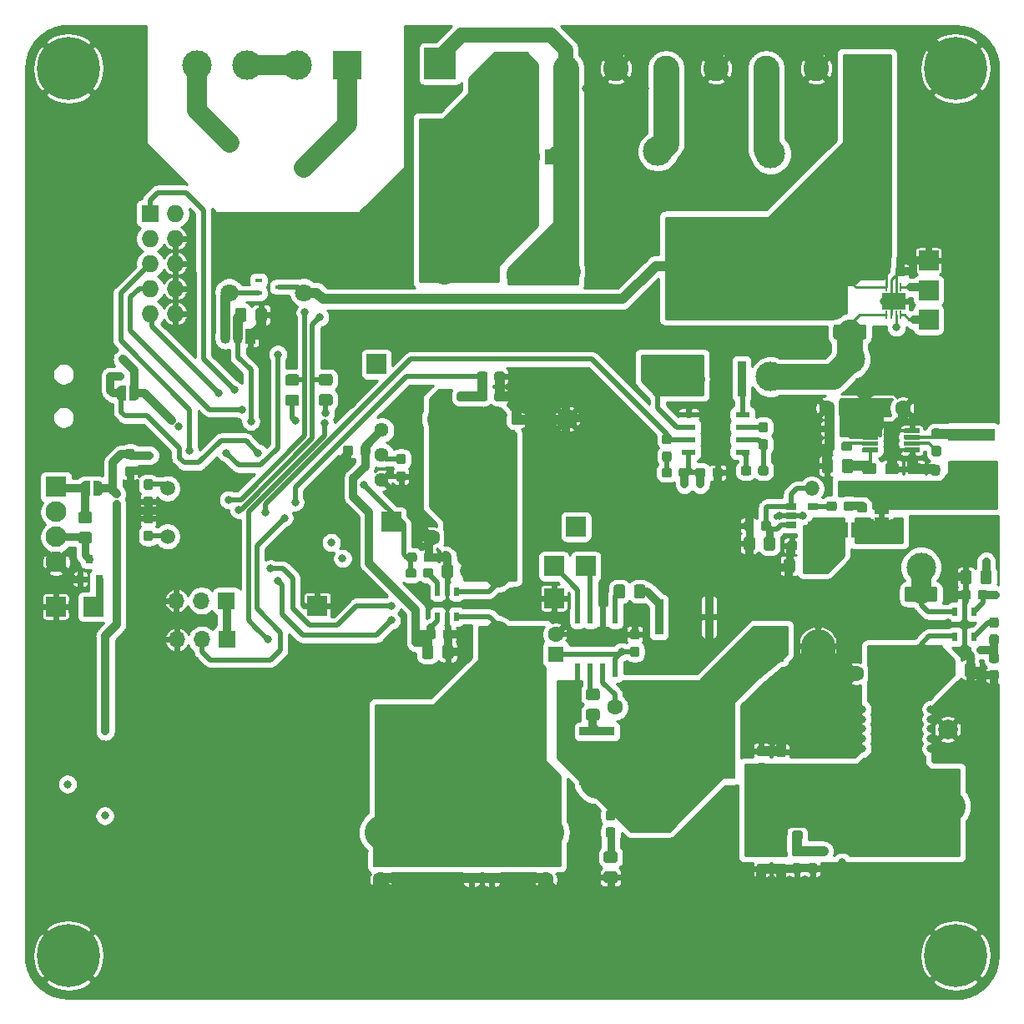
<source format=gbr>
G04 #@! TF.GenerationSoftware,KiCad,Pcbnew,5.1.5+dfsg1-2build2*
G04 #@! TF.CreationDate,2021-06-30T22:55:55+02:00*
G04 #@! TF.ProjectId,solar_mppt1,736f6c61-725f-46d7-9070-74312e6b6963,rev?*
G04 #@! TF.SameCoordinates,Original*
G04 #@! TF.FileFunction,Copper,L4,Bot*
G04 #@! TF.FilePolarity,Positive*
%FSLAX46Y46*%
G04 Gerber Fmt 4.6, Leading zero omitted, Abs format (unit mm)*
G04 Created by KiCad (PCBNEW 5.1.5+dfsg1-2build2) date 2021-06-30 22:55:55*
%MOMM*%
%LPD*%
G04 APERTURE LIST*
%ADD10C,0.100000*%
%ADD11R,10.363200X10.109200*%
%ADD12R,0.889000X3.606800*%
%ADD13R,10.109200X10.363200*%
%ADD14R,3.606800X0.889000*%
%ADD15R,2.000000X2.000000*%
%ADD16C,1.803400*%
%ADD17C,3.600000*%
%ADD18C,1.500000*%
%ADD19C,1.600000*%
%ADD20R,1.600000X1.600000*%
%ADD21C,3.000000*%
%ADD22R,3.000000X3.000000*%
%ADD23C,2.000000*%
%ADD24R,1.460500X0.533400*%
%ADD25R,0.533400X1.460500*%
%ADD26O,3.000000X3.000000*%
%ADD27C,2.100000*%
%ADD28R,2.100000X2.100000*%
%ADD29O,3.200000X3.200000*%
%ADD30R,3.200000X3.200000*%
%ADD31R,0.700000X0.450000*%
%ADD32O,1.727200X1.727200*%
%ADD33R,1.727200X1.727200*%
%ADD34R,0.558800X0.952500*%
%ADD35R,2.387600X1.651000*%
%ADD36R,0.228600X0.812800*%
%ADD37C,2.400000*%
%ADD38R,2.400000X2.400000*%
%ADD39O,1.500000X1.500000*%
%ADD40C,0.800000*%
%ADD41C,6.400000*%
%ADD42C,2.600000*%
%ADD43R,2.600000X2.600000*%
%ADD44O,1.700000X1.700000*%
%ADD45R,1.700000X1.700000*%
%ADD46R,4.700000X1.300000*%
%ADD47R,1.050000X1.500000*%
%ADD48O,1.050000X1.500000*%
%ADD49R,0.800000X0.900000*%
%ADD50C,1.440000*%
%ADD51R,1.060000X0.650000*%
%ADD52C,1.500000*%
%ADD53C,1.000000*%
%ADD54C,3.500000*%
%ADD55C,0.350000*%
%ADD56C,0.230000*%
%ADD57C,0.500000*%
%ADD58C,0.800000*%
%ADD59C,0.850000*%
%ADD60C,2.600000*%
%ADD61C,2.000000*%
%ADD62C,0.254000*%
G04 APERTURE END LIST*
D10*
G36*
X89700000Y-15650000D02*
G01*
X89700000Y-15150000D01*
X90300000Y-15150000D01*
X90300000Y-15650000D01*
X89700000Y-15650000D01*
G37*
G04 #@! TA.AperFunction,SMDPad,CuDef*
G36*
X62974505Y-49426204D02*
G01*
X62998773Y-49429804D01*
X63022572Y-49435765D01*
X63045671Y-49444030D01*
X63067850Y-49454520D01*
X63088893Y-49467132D01*
X63108599Y-49481747D01*
X63126777Y-49498223D01*
X63143253Y-49516401D01*
X63157868Y-49536107D01*
X63170480Y-49557150D01*
X63180970Y-49579329D01*
X63189235Y-49602428D01*
X63195196Y-49626227D01*
X63198796Y-49650495D01*
X63200000Y-49674999D01*
X63200000Y-50325001D01*
X63198796Y-50349505D01*
X63195196Y-50373773D01*
X63189235Y-50397572D01*
X63180970Y-50420671D01*
X63170480Y-50442850D01*
X63157868Y-50463893D01*
X63143253Y-50483599D01*
X63126777Y-50501777D01*
X63108599Y-50518253D01*
X63088893Y-50532868D01*
X63067850Y-50545480D01*
X63045671Y-50555970D01*
X63022572Y-50564235D01*
X62998773Y-50570196D01*
X62974505Y-50573796D01*
X62950001Y-50575000D01*
X62049999Y-50575000D01*
X62025495Y-50573796D01*
X62001227Y-50570196D01*
X61977428Y-50564235D01*
X61954329Y-50555970D01*
X61932150Y-50545480D01*
X61911107Y-50532868D01*
X61891401Y-50518253D01*
X61873223Y-50501777D01*
X61856747Y-50483599D01*
X61842132Y-50463893D01*
X61829520Y-50442850D01*
X61819030Y-50420671D01*
X61810765Y-50397572D01*
X61804804Y-50373773D01*
X61801204Y-50349505D01*
X61800000Y-50325001D01*
X61800000Y-49674999D01*
X61801204Y-49650495D01*
X61804804Y-49626227D01*
X61810765Y-49602428D01*
X61819030Y-49579329D01*
X61829520Y-49557150D01*
X61842132Y-49536107D01*
X61856747Y-49516401D01*
X61873223Y-49498223D01*
X61891401Y-49481747D01*
X61911107Y-49467132D01*
X61932150Y-49454520D01*
X61954329Y-49444030D01*
X61977428Y-49435765D01*
X62001227Y-49429804D01*
X62025495Y-49426204D01*
X62049999Y-49425000D01*
X62950001Y-49425000D01*
X62974505Y-49426204D01*
G37*
G04 #@! TD.AperFunction*
G04 #@! TA.AperFunction,SMDPad,CuDef*
G36*
X62974505Y-51476204D02*
G01*
X62998773Y-51479804D01*
X63022572Y-51485765D01*
X63045671Y-51494030D01*
X63067850Y-51504520D01*
X63088893Y-51517132D01*
X63108599Y-51531747D01*
X63126777Y-51548223D01*
X63143253Y-51566401D01*
X63157868Y-51586107D01*
X63170480Y-51607150D01*
X63180970Y-51629329D01*
X63189235Y-51652428D01*
X63195196Y-51676227D01*
X63198796Y-51700495D01*
X63200000Y-51724999D01*
X63200000Y-52375001D01*
X63198796Y-52399505D01*
X63195196Y-52423773D01*
X63189235Y-52447572D01*
X63180970Y-52470671D01*
X63170480Y-52492850D01*
X63157868Y-52513893D01*
X63143253Y-52533599D01*
X63126777Y-52551777D01*
X63108599Y-52568253D01*
X63088893Y-52582868D01*
X63067850Y-52595480D01*
X63045671Y-52605970D01*
X63022572Y-52614235D01*
X62998773Y-52620196D01*
X62974505Y-52623796D01*
X62950001Y-52625000D01*
X62049999Y-52625000D01*
X62025495Y-52623796D01*
X62001227Y-52620196D01*
X61977428Y-52614235D01*
X61954329Y-52605970D01*
X61932150Y-52595480D01*
X61911107Y-52582868D01*
X61891401Y-52568253D01*
X61873223Y-52551777D01*
X61856747Y-52533599D01*
X61842132Y-52513893D01*
X61829520Y-52492850D01*
X61819030Y-52470671D01*
X61810765Y-52447572D01*
X61804804Y-52423773D01*
X61801204Y-52399505D01*
X61800000Y-52375001D01*
X61800000Y-51724999D01*
X61801204Y-51700495D01*
X61804804Y-51676227D01*
X61810765Y-51652428D01*
X61819030Y-51629329D01*
X61829520Y-51607150D01*
X61842132Y-51586107D01*
X61856747Y-51566401D01*
X61873223Y-51548223D01*
X61891401Y-51531747D01*
X61911107Y-51517132D01*
X61932150Y-51504520D01*
X61954329Y-51494030D01*
X61977428Y-51485765D01*
X62001227Y-51479804D01*
X62025495Y-51476204D01*
X62049999Y-51475000D01*
X62950001Y-51475000D01*
X62974505Y-51476204D01*
G37*
G04 #@! TD.AperFunction*
G04 #@! TA.AperFunction,SMDPad,CuDef*
G36*
X62760779Y-46976144D02*
G01*
X62783834Y-46979563D01*
X62806443Y-46985227D01*
X62828387Y-46993079D01*
X62849457Y-47003044D01*
X62869448Y-47015026D01*
X62888168Y-47028910D01*
X62905438Y-47044562D01*
X62921090Y-47061832D01*
X62934974Y-47080552D01*
X62946956Y-47100543D01*
X62956921Y-47121613D01*
X62964773Y-47143557D01*
X62970437Y-47166166D01*
X62973856Y-47189221D01*
X62975000Y-47212500D01*
X62975000Y-47787500D01*
X62973856Y-47810779D01*
X62970437Y-47833834D01*
X62964773Y-47856443D01*
X62956921Y-47878387D01*
X62946956Y-47899457D01*
X62934974Y-47919448D01*
X62921090Y-47938168D01*
X62905438Y-47955438D01*
X62888168Y-47971090D01*
X62869448Y-47984974D01*
X62849457Y-47996956D01*
X62828387Y-48006921D01*
X62806443Y-48014773D01*
X62783834Y-48020437D01*
X62760779Y-48023856D01*
X62737500Y-48025000D01*
X62262500Y-48025000D01*
X62239221Y-48023856D01*
X62216166Y-48020437D01*
X62193557Y-48014773D01*
X62171613Y-48006921D01*
X62150543Y-47996956D01*
X62130552Y-47984974D01*
X62111832Y-47971090D01*
X62094562Y-47955438D01*
X62078910Y-47938168D01*
X62065026Y-47919448D01*
X62053044Y-47899457D01*
X62043079Y-47878387D01*
X62035227Y-47856443D01*
X62029563Y-47833834D01*
X62026144Y-47810779D01*
X62025000Y-47787500D01*
X62025000Y-47212500D01*
X62026144Y-47189221D01*
X62029563Y-47166166D01*
X62035227Y-47143557D01*
X62043079Y-47121613D01*
X62053044Y-47100543D01*
X62065026Y-47080552D01*
X62078910Y-47061832D01*
X62094562Y-47044562D01*
X62111832Y-47028910D01*
X62130552Y-47015026D01*
X62150543Y-47003044D01*
X62171613Y-46993079D01*
X62193557Y-46985227D01*
X62216166Y-46979563D01*
X62239221Y-46976144D01*
X62262500Y-46975000D01*
X62737500Y-46975000D01*
X62760779Y-46976144D01*
G37*
G04 #@! TD.AperFunction*
G04 #@! TA.AperFunction,SMDPad,CuDef*
G36*
X62760779Y-45226144D02*
G01*
X62783834Y-45229563D01*
X62806443Y-45235227D01*
X62828387Y-45243079D01*
X62849457Y-45253044D01*
X62869448Y-45265026D01*
X62888168Y-45278910D01*
X62905438Y-45294562D01*
X62921090Y-45311832D01*
X62934974Y-45330552D01*
X62946956Y-45350543D01*
X62956921Y-45371613D01*
X62964773Y-45393557D01*
X62970437Y-45416166D01*
X62973856Y-45439221D01*
X62975000Y-45462500D01*
X62975000Y-46037500D01*
X62973856Y-46060779D01*
X62970437Y-46083834D01*
X62964773Y-46106443D01*
X62956921Y-46128387D01*
X62946956Y-46149457D01*
X62934974Y-46169448D01*
X62921090Y-46188168D01*
X62905438Y-46205438D01*
X62888168Y-46221090D01*
X62869448Y-46234974D01*
X62849457Y-46246956D01*
X62828387Y-46256921D01*
X62806443Y-46264773D01*
X62783834Y-46270437D01*
X62760779Y-46273856D01*
X62737500Y-46275000D01*
X62262500Y-46275000D01*
X62239221Y-46273856D01*
X62216166Y-46270437D01*
X62193557Y-46264773D01*
X62171613Y-46256921D01*
X62150543Y-46246956D01*
X62130552Y-46234974D01*
X62111832Y-46221090D01*
X62094562Y-46205438D01*
X62078910Y-46188168D01*
X62065026Y-46169448D01*
X62053044Y-46149457D01*
X62043079Y-46128387D01*
X62035227Y-46106443D01*
X62029563Y-46083834D01*
X62026144Y-46060779D01*
X62025000Y-46037500D01*
X62025000Y-45462500D01*
X62026144Y-45439221D01*
X62029563Y-45416166D01*
X62035227Y-45393557D01*
X62043079Y-45371613D01*
X62053044Y-45350543D01*
X62065026Y-45330552D01*
X62078910Y-45311832D01*
X62094562Y-45294562D01*
X62111832Y-45278910D01*
X62130552Y-45265026D01*
X62150543Y-45253044D01*
X62171613Y-45243079D01*
X62193557Y-45235227D01*
X62216166Y-45229563D01*
X62239221Y-45226144D01*
X62262500Y-45225000D01*
X62737500Y-45225000D01*
X62760779Y-45226144D01*
G37*
G04 #@! TD.AperFunction*
G04 #@! TA.AperFunction,SMDPad,CuDef*
G36*
X14010779Y-10351144D02*
G01*
X14033834Y-10354563D01*
X14056443Y-10360227D01*
X14078387Y-10368079D01*
X14099457Y-10378044D01*
X14119448Y-10390026D01*
X14138168Y-10403910D01*
X14155438Y-10419562D01*
X14171090Y-10436832D01*
X14184974Y-10455552D01*
X14196956Y-10475543D01*
X14206921Y-10496613D01*
X14214773Y-10518557D01*
X14220437Y-10541166D01*
X14223856Y-10564221D01*
X14225000Y-10587500D01*
X14225000Y-11162500D01*
X14223856Y-11185779D01*
X14220437Y-11208834D01*
X14214773Y-11231443D01*
X14206921Y-11253387D01*
X14196956Y-11274457D01*
X14184974Y-11294448D01*
X14171090Y-11313168D01*
X14155438Y-11330438D01*
X14138168Y-11346090D01*
X14119448Y-11359974D01*
X14099457Y-11371956D01*
X14078387Y-11381921D01*
X14056443Y-11389773D01*
X14033834Y-11395437D01*
X14010779Y-11398856D01*
X13987500Y-11400000D01*
X13512500Y-11400000D01*
X13489221Y-11398856D01*
X13466166Y-11395437D01*
X13443557Y-11389773D01*
X13421613Y-11381921D01*
X13400543Y-11371956D01*
X13380552Y-11359974D01*
X13361832Y-11346090D01*
X13344562Y-11330438D01*
X13328910Y-11313168D01*
X13315026Y-11294448D01*
X13303044Y-11274457D01*
X13293079Y-11253387D01*
X13285227Y-11231443D01*
X13279563Y-11208834D01*
X13276144Y-11185779D01*
X13275000Y-11162500D01*
X13275000Y-10587500D01*
X13276144Y-10564221D01*
X13279563Y-10541166D01*
X13285227Y-10518557D01*
X13293079Y-10496613D01*
X13303044Y-10475543D01*
X13315026Y-10455552D01*
X13328910Y-10436832D01*
X13344562Y-10419562D01*
X13361832Y-10403910D01*
X13380552Y-10390026D01*
X13400543Y-10378044D01*
X13421613Y-10368079D01*
X13443557Y-10360227D01*
X13466166Y-10354563D01*
X13489221Y-10351144D01*
X13512500Y-10350000D01*
X13987500Y-10350000D01*
X14010779Y-10351144D01*
G37*
G04 #@! TD.AperFunction*
G04 #@! TA.AperFunction,SMDPad,CuDef*
G36*
X14010779Y-8601144D02*
G01*
X14033834Y-8604563D01*
X14056443Y-8610227D01*
X14078387Y-8618079D01*
X14099457Y-8628044D01*
X14119448Y-8640026D01*
X14138168Y-8653910D01*
X14155438Y-8669562D01*
X14171090Y-8686832D01*
X14184974Y-8705552D01*
X14196956Y-8725543D01*
X14206921Y-8746613D01*
X14214773Y-8768557D01*
X14220437Y-8791166D01*
X14223856Y-8814221D01*
X14225000Y-8837500D01*
X14225000Y-9412500D01*
X14223856Y-9435779D01*
X14220437Y-9458834D01*
X14214773Y-9481443D01*
X14206921Y-9503387D01*
X14196956Y-9524457D01*
X14184974Y-9544448D01*
X14171090Y-9563168D01*
X14155438Y-9580438D01*
X14138168Y-9596090D01*
X14119448Y-9609974D01*
X14099457Y-9621956D01*
X14078387Y-9631921D01*
X14056443Y-9639773D01*
X14033834Y-9645437D01*
X14010779Y-9648856D01*
X13987500Y-9650000D01*
X13512500Y-9650000D01*
X13489221Y-9648856D01*
X13466166Y-9645437D01*
X13443557Y-9639773D01*
X13421613Y-9631921D01*
X13400543Y-9621956D01*
X13380552Y-9609974D01*
X13361832Y-9596090D01*
X13344562Y-9580438D01*
X13328910Y-9563168D01*
X13315026Y-9544448D01*
X13303044Y-9524457D01*
X13293079Y-9503387D01*
X13285227Y-9481443D01*
X13279563Y-9458834D01*
X13276144Y-9435779D01*
X13275000Y-9412500D01*
X13275000Y-8837500D01*
X13276144Y-8814221D01*
X13279563Y-8791166D01*
X13285227Y-8768557D01*
X13293079Y-8746613D01*
X13303044Y-8725543D01*
X13315026Y-8705552D01*
X13328910Y-8686832D01*
X13344562Y-8669562D01*
X13361832Y-8653910D01*
X13380552Y-8640026D01*
X13400543Y-8628044D01*
X13421613Y-8618079D01*
X13443557Y-8610227D01*
X13466166Y-8604563D01*
X13489221Y-8601144D01*
X13512500Y-8600000D01*
X13987500Y-8600000D01*
X14010779Y-8601144D01*
G37*
G04 #@! TD.AperFunction*
D11*
X73260000Y9966000D03*
D12*
X70720000Y-1464000D03*
X75800000Y-1464000D03*
D13*
X49700000Y-39800000D03*
D14*
X61130000Y-42340000D03*
X61130000Y-37260000D03*
D11*
X69950000Y-37078000D03*
D12*
X72490000Y-25648000D03*
X67410000Y-25648000D03*
D15*
X38750000Y0D03*
X32750000Y-24500000D03*
X6200000Y-24600000D03*
X94750000Y10500000D03*
X56750000Y-23750000D03*
X94750000Y4500000D03*
X94750000Y7500000D03*
X10000000Y-24600000D03*
X59000000Y-16500000D03*
X40250000Y-16000000D03*
X56750000Y-20500000D03*
X60000000Y-20500000D03*
D16*
X23800000Y7260000D03*
X23800000Y22500000D03*
X31400000Y19960000D03*
X31400000Y7260000D03*
G04 #@! TA.AperFunction,SMDPad,CuDef*
D10*
G36*
X86100000Y-17549398D02*
G01*
X86075466Y-17549398D01*
X86026635Y-17544588D01*
X85978510Y-17535016D01*
X85931555Y-17520772D01*
X85886222Y-17501995D01*
X85842949Y-17478864D01*
X85802150Y-17451604D01*
X85764221Y-17420476D01*
X85729524Y-17385779D01*
X85698396Y-17347850D01*
X85671136Y-17307051D01*
X85648005Y-17263778D01*
X85629228Y-17218445D01*
X85614984Y-17171490D01*
X85605412Y-17123365D01*
X85600602Y-17074534D01*
X85600602Y-17050000D01*
X85600000Y-17050000D01*
X85600000Y-16550000D01*
X85600602Y-16550000D01*
X85600602Y-16525466D01*
X85605412Y-16476635D01*
X85614984Y-16428510D01*
X85629228Y-16381555D01*
X85648005Y-16336222D01*
X85671136Y-16292949D01*
X85698396Y-16252150D01*
X85729524Y-16214221D01*
X85764221Y-16179524D01*
X85802150Y-16148396D01*
X85842949Y-16121136D01*
X85886222Y-16098005D01*
X85931555Y-16079228D01*
X85978510Y-16064984D01*
X86026635Y-16055412D01*
X86075466Y-16050602D01*
X86100000Y-16050602D01*
X86100000Y-16050000D01*
X86600000Y-16050000D01*
X86600000Y-17550000D01*
X86100000Y-17550000D01*
X86100000Y-17549398D01*
G37*
G04 #@! TD.AperFunction*
G04 #@! TA.AperFunction,SMDPad,CuDef*
G36*
X86900000Y-16050000D02*
G01*
X87400000Y-16050000D01*
X87400000Y-16050602D01*
X87424534Y-16050602D01*
X87473365Y-16055412D01*
X87521490Y-16064984D01*
X87568445Y-16079228D01*
X87613778Y-16098005D01*
X87657051Y-16121136D01*
X87697850Y-16148396D01*
X87735779Y-16179524D01*
X87770476Y-16214221D01*
X87801604Y-16252150D01*
X87828864Y-16292949D01*
X87851995Y-16336222D01*
X87870772Y-16381555D01*
X87885016Y-16428510D01*
X87894588Y-16476635D01*
X87899398Y-16525466D01*
X87899398Y-16550000D01*
X87900000Y-16550000D01*
X87900000Y-17050000D01*
X87899398Y-17050000D01*
X87899398Y-17074534D01*
X87894588Y-17123365D01*
X87885016Y-17171490D01*
X87870772Y-17218445D01*
X87851995Y-17263778D01*
X87828864Y-17307051D01*
X87801604Y-17347850D01*
X87770476Y-17385779D01*
X87735779Y-17420476D01*
X87697850Y-17451604D01*
X87657051Y-17478864D01*
X87613778Y-17501995D01*
X87568445Y-17520772D01*
X87521490Y-17535016D01*
X87473365Y-17544588D01*
X87424534Y-17549398D01*
X87400000Y-17549398D01*
X87400000Y-17550000D01*
X86900000Y-17550000D01*
X86900000Y-16050000D01*
G37*
G04 #@! TD.AperFunction*
G04 #@! TA.AperFunction,SMDPad,CuDef*
G36*
X89250000Y-15250000D02*
G01*
X89250000Y-14750000D01*
X89250602Y-14750000D01*
X89250602Y-14725466D01*
X89255412Y-14676635D01*
X89264984Y-14628510D01*
X89279228Y-14581555D01*
X89298005Y-14536222D01*
X89321136Y-14492949D01*
X89348396Y-14452150D01*
X89379524Y-14414221D01*
X89414221Y-14379524D01*
X89452150Y-14348396D01*
X89492949Y-14321136D01*
X89536222Y-14298005D01*
X89581555Y-14279228D01*
X89628510Y-14264984D01*
X89676635Y-14255412D01*
X89725466Y-14250602D01*
X89750000Y-14250602D01*
X89750000Y-14250000D01*
X90250000Y-14250000D01*
X90250000Y-14250602D01*
X90274534Y-14250602D01*
X90323365Y-14255412D01*
X90371490Y-14264984D01*
X90418445Y-14279228D01*
X90463778Y-14298005D01*
X90507051Y-14321136D01*
X90547850Y-14348396D01*
X90585779Y-14379524D01*
X90620476Y-14414221D01*
X90651604Y-14452150D01*
X90678864Y-14492949D01*
X90701995Y-14536222D01*
X90720772Y-14581555D01*
X90735016Y-14628510D01*
X90744588Y-14676635D01*
X90749398Y-14725466D01*
X90749398Y-14750000D01*
X90750000Y-14750000D01*
X90750000Y-15250000D01*
X89250000Y-15250000D01*
G37*
G04 #@! TD.AperFunction*
G04 #@! TA.AperFunction,SMDPad,CuDef*
G36*
X90749398Y-16050000D02*
G01*
X90749398Y-16074534D01*
X90744588Y-16123365D01*
X90735016Y-16171490D01*
X90720772Y-16218445D01*
X90701995Y-16263778D01*
X90678864Y-16307051D01*
X90651604Y-16347850D01*
X90620476Y-16385779D01*
X90585779Y-16420476D01*
X90547850Y-16451604D01*
X90507051Y-16478864D01*
X90463778Y-16501995D01*
X90418445Y-16520772D01*
X90371490Y-16535016D01*
X90323365Y-16544588D01*
X90274534Y-16549398D01*
X90250000Y-16549398D01*
X90250000Y-16550000D01*
X89750000Y-16550000D01*
X89750000Y-16549398D01*
X89725466Y-16549398D01*
X89676635Y-16544588D01*
X89628510Y-16535016D01*
X89581555Y-16520772D01*
X89536222Y-16501995D01*
X89492949Y-16478864D01*
X89452150Y-16451604D01*
X89414221Y-16420476D01*
X89379524Y-16385779D01*
X89348396Y-16347850D01*
X89321136Y-16307051D01*
X89298005Y-16263778D01*
X89279228Y-16218445D01*
X89264984Y-16171490D01*
X89255412Y-16123365D01*
X89250602Y-16074534D01*
X89250602Y-16050000D01*
X89250000Y-16050000D01*
X89250000Y-15550000D01*
X90750000Y-15550000D01*
X90750000Y-16050000D01*
X90749398Y-16050000D01*
G37*
G04 #@! TD.AperFunction*
G04 #@! TA.AperFunction,SMDPad,CuDef*
G36*
X14150000Y-2200602D02*
G01*
X14174534Y-2200602D01*
X14223365Y-2205412D01*
X14271490Y-2214984D01*
X14318445Y-2229228D01*
X14363778Y-2248005D01*
X14407051Y-2271136D01*
X14447850Y-2298396D01*
X14485779Y-2329524D01*
X14520476Y-2364221D01*
X14551604Y-2402150D01*
X14578864Y-2442949D01*
X14601995Y-2486222D01*
X14620772Y-2531555D01*
X14635016Y-2578510D01*
X14644588Y-2626635D01*
X14649398Y-2675466D01*
X14649398Y-2700000D01*
X14650000Y-2700000D01*
X14650000Y-3200000D01*
X14649398Y-3200000D01*
X14649398Y-3224534D01*
X14644588Y-3273365D01*
X14635016Y-3321490D01*
X14620772Y-3368445D01*
X14601995Y-3413778D01*
X14578864Y-3457051D01*
X14551604Y-3497850D01*
X14520476Y-3535779D01*
X14485779Y-3570476D01*
X14447850Y-3601604D01*
X14407051Y-3628864D01*
X14363778Y-3651995D01*
X14318445Y-3670772D01*
X14271490Y-3685016D01*
X14223365Y-3694588D01*
X14174534Y-3699398D01*
X14150000Y-3699398D01*
X14150000Y-3700000D01*
X13650000Y-3700000D01*
X13650000Y-2200000D01*
X14150000Y-2200000D01*
X14150000Y-2200602D01*
G37*
G04 #@! TD.AperFunction*
G04 #@! TA.AperFunction,SMDPad,CuDef*
G36*
X13350000Y-3700000D02*
G01*
X12850000Y-3700000D01*
X12850000Y-3699398D01*
X12825466Y-3699398D01*
X12776635Y-3694588D01*
X12728510Y-3685016D01*
X12681555Y-3670772D01*
X12636222Y-3651995D01*
X12592949Y-3628864D01*
X12552150Y-3601604D01*
X12514221Y-3570476D01*
X12479524Y-3535779D01*
X12448396Y-3497850D01*
X12421136Y-3457051D01*
X12398005Y-3413778D01*
X12379228Y-3368445D01*
X12364984Y-3321490D01*
X12355412Y-3273365D01*
X12350602Y-3224534D01*
X12350602Y-3200000D01*
X12350000Y-3200000D01*
X12350000Y-2700000D01*
X12350602Y-2700000D01*
X12350602Y-2675466D01*
X12355412Y-2626635D01*
X12364984Y-2578510D01*
X12379228Y-2531555D01*
X12398005Y-2486222D01*
X12421136Y-2442949D01*
X12448396Y-2402150D01*
X12479524Y-2364221D01*
X12514221Y-2329524D01*
X12552150Y-2298396D01*
X12592949Y-2271136D01*
X12636222Y-2248005D01*
X12681555Y-2229228D01*
X12728510Y-2214984D01*
X12776635Y-2205412D01*
X12825466Y-2200602D01*
X12850000Y-2200602D01*
X12850000Y-2200000D01*
X13350000Y-2200000D01*
X13350000Y-3700000D01*
G37*
G04 #@! TD.AperFunction*
D17*
X67700000Y-45300000D03*
X77860000Y-45300000D03*
D18*
X17556000Y-17480000D03*
X17556000Y-12600000D03*
G04 #@! TA.AperFunction,SMDPad,CuDef*
D10*
G36*
X93762252Y-8455602D02*
G01*
X93774386Y-8457402D01*
X93786286Y-8460382D01*
X93797835Y-8464515D01*
X93808925Y-8469760D01*
X93819446Y-8476066D01*
X93829299Y-8483374D01*
X93838388Y-8491612D01*
X93846626Y-8500701D01*
X93853934Y-8510554D01*
X93860240Y-8521075D01*
X93865485Y-8532165D01*
X93869618Y-8543714D01*
X93872598Y-8555614D01*
X93874398Y-8567748D01*
X93875000Y-8580000D01*
X93875000Y-8830000D01*
X93874398Y-8842252D01*
X93872598Y-8854386D01*
X93869618Y-8866286D01*
X93865485Y-8877835D01*
X93860240Y-8888925D01*
X93853934Y-8899446D01*
X93846626Y-8909299D01*
X93838388Y-8918388D01*
X93829299Y-8926626D01*
X93819446Y-8933934D01*
X93808925Y-8940240D01*
X93797835Y-8945485D01*
X93786286Y-8949618D01*
X93774386Y-8952598D01*
X93762252Y-8954398D01*
X93750000Y-8955000D01*
X92375000Y-8955000D01*
X92362748Y-8954398D01*
X92350614Y-8952598D01*
X92338714Y-8949618D01*
X92327165Y-8945485D01*
X92316075Y-8940240D01*
X92305554Y-8933934D01*
X92295701Y-8926626D01*
X92286612Y-8918388D01*
X92278374Y-8909299D01*
X92271066Y-8899446D01*
X92264760Y-8888925D01*
X92259515Y-8877835D01*
X92255382Y-8866286D01*
X92252402Y-8854386D01*
X92250602Y-8842252D01*
X92250000Y-8830000D01*
X92250000Y-8580000D01*
X92250602Y-8567748D01*
X92252402Y-8555614D01*
X92255382Y-8543714D01*
X92259515Y-8532165D01*
X92264760Y-8521075D01*
X92271066Y-8510554D01*
X92278374Y-8500701D01*
X92286612Y-8491612D01*
X92295701Y-8483374D01*
X92305554Y-8476066D01*
X92316075Y-8469760D01*
X92327165Y-8464515D01*
X92338714Y-8460382D01*
X92350614Y-8457402D01*
X92362748Y-8455602D01*
X92375000Y-8455000D01*
X93750000Y-8455000D01*
X93762252Y-8455602D01*
G37*
G04 #@! TD.AperFunction*
G04 #@! TA.AperFunction,SMDPad,CuDef*
G36*
X93762252Y-7805602D02*
G01*
X93774386Y-7807402D01*
X93786286Y-7810382D01*
X93797835Y-7814515D01*
X93808925Y-7819760D01*
X93819446Y-7826066D01*
X93829299Y-7833374D01*
X93838388Y-7841612D01*
X93846626Y-7850701D01*
X93853934Y-7860554D01*
X93860240Y-7871075D01*
X93865485Y-7882165D01*
X93869618Y-7893714D01*
X93872598Y-7905614D01*
X93874398Y-7917748D01*
X93875000Y-7930000D01*
X93875000Y-8180000D01*
X93874398Y-8192252D01*
X93872598Y-8204386D01*
X93869618Y-8216286D01*
X93865485Y-8227835D01*
X93860240Y-8238925D01*
X93853934Y-8249446D01*
X93846626Y-8259299D01*
X93838388Y-8268388D01*
X93829299Y-8276626D01*
X93819446Y-8283934D01*
X93808925Y-8290240D01*
X93797835Y-8295485D01*
X93786286Y-8299618D01*
X93774386Y-8302598D01*
X93762252Y-8304398D01*
X93750000Y-8305000D01*
X92375000Y-8305000D01*
X92362748Y-8304398D01*
X92350614Y-8302598D01*
X92338714Y-8299618D01*
X92327165Y-8295485D01*
X92316075Y-8290240D01*
X92305554Y-8283934D01*
X92295701Y-8276626D01*
X92286612Y-8268388D01*
X92278374Y-8259299D01*
X92271066Y-8249446D01*
X92264760Y-8238925D01*
X92259515Y-8227835D01*
X92255382Y-8216286D01*
X92252402Y-8204386D01*
X92250602Y-8192252D01*
X92250000Y-8180000D01*
X92250000Y-7930000D01*
X92250602Y-7917748D01*
X92252402Y-7905614D01*
X92255382Y-7893714D01*
X92259515Y-7882165D01*
X92264760Y-7871075D01*
X92271066Y-7860554D01*
X92278374Y-7850701D01*
X92286612Y-7841612D01*
X92295701Y-7833374D01*
X92305554Y-7826066D01*
X92316075Y-7819760D01*
X92327165Y-7814515D01*
X92338714Y-7810382D01*
X92350614Y-7807402D01*
X92362748Y-7805602D01*
X92375000Y-7805000D01*
X93750000Y-7805000D01*
X93762252Y-7805602D01*
G37*
G04 #@! TD.AperFunction*
G04 #@! TA.AperFunction,SMDPad,CuDef*
G36*
X93762252Y-7155602D02*
G01*
X93774386Y-7157402D01*
X93786286Y-7160382D01*
X93797835Y-7164515D01*
X93808925Y-7169760D01*
X93819446Y-7176066D01*
X93829299Y-7183374D01*
X93838388Y-7191612D01*
X93846626Y-7200701D01*
X93853934Y-7210554D01*
X93860240Y-7221075D01*
X93865485Y-7232165D01*
X93869618Y-7243714D01*
X93872598Y-7255614D01*
X93874398Y-7267748D01*
X93875000Y-7280000D01*
X93875000Y-7530000D01*
X93874398Y-7542252D01*
X93872598Y-7554386D01*
X93869618Y-7566286D01*
X93865485Y-7577835D01*
X93860240Y-7588925D01*
X93853934Y-7599446D01*
X93846626Y-7609299D01*
X93838388Y-7618388D01*
X93829299Y-7626626D01*
X93819446Y-7633934D01*
X93808925Y-7640240D01*
X93797835Y-7645485D01*
X93786286Y-7649618D01*
X93774386Y-7652598D01*
X93762252Y-7654398D01*
X93750000Y-7655000D01*
X92375000Y-7655000D01*
X92362748Y-7654398D01*
X92350614Y-7652598D01*
X92338714Y-7649618D01*
X92327165Y-7645485D01*
X92316075Y-7640240D01*
X92305554Y-7633934D01*
X92295701Y-7626626D01*
X92286612Y-7618388D01*
X92278374Y-7609299D01*
X92271066Y-7599446D01*
X92264760Y-7588925D01*
X92259515Y-7577835D01*
X92255382Y-7566286D01*
X92252402Y-7554386D01*
X92250602Y-7542252D01*
X92250000Y-7530000D01*
X92250000Y-7280000D01*
X92250602Y-7267748D01*
X92252402Y-7255614D01*
X92255382Y-7243714D01*
X92259515Y-7232165D01*
X92264760Y-7221075D01*
X92271066Y-7210554D01*
X92278374Y-7200701D01*
X92286612Y-7191612D01*
X92295701Y-7183374D01*
X92305554Y-7176066D01*
X92316075Y-7169760D01*
X92327165Y-7164515D01*
X92338714Y-7160382D01*
X92350614Y-7157402D01*
X92362748Y-7155602D01*
X92375000Y-7155000D01*
X93750000Y-7155000D01*
X93762252Y-7155602D01*
G37*
G04 #@! TD.AperFunction*
G04 #@! TA.AperFunction,SMDPad,CuDef*
G36*
X93762252Y-6505602D02*
G01*
X93774386Y-6507402D01*
X93786286Y-6510382D01*
X93797835Y-6514515D01*
X93808925Y-6519760D01*
X93819446Y-6526066D01*
X93829299Y-6533374D01*
X93838388Y-6541612D01*
X93846626Y-6550701D01*
X93853934Y-6560554D01*
X93860240Y-6571075D01*
X93865485Y-6582165D01*
X93869618Y-6593714D01*
X93872598Y-6605614D01*
X93874398Y-6617748D01*
X93875000Y-6630000D01*
X93875000Y-6880000D01*
X93874398Y-6892252D01*
X93872598Y-6904386D01*
X93869618Y-6916286D01*
X93865485Y-6927835D01*
X93860240Y-6938925D01*
X93853934Y-6949446D01*
X93846626Y-6959299D01*
X93838388Y-6968388D01*
X93829299Y-6976626D01*
X93819446Y-6983934D01*
X93808925Y-6990240D01*
X93797835Y-6995485D01*
X93786286Y-6999618D01*
X93774386Y-7002598D01*
X93762252Y-7004398D01*
X93750000Y-7005000D01*
X92375000Y-7005000D01*
X92362748Y-7004398D01*
X92350614Y-7002598D01*
X92338714Y-6999618D01*
X92327165Y-6995485D01*
X92316075Y-6990240D01*
X92305554Y-6983934D01*
X92295701Y-6976626D01*
X92286612Y-6968388D01*
X92278374Y-6959299D01*
X92271066Y-6949446D01*
X92264760Y-6938925D01*
X92259515Y-6927835D01*
X92255382Y-6916286D01*
X92252402Y-6904386D01*
X92250602Y-6892252D01*
X92250000Y-6880000D01*
X92250000Y-6630000D01*
X92250602Y-6617748D01*
X92252402Y-6605614D01*
X92255382Y-6593714D01*
X92259515Y-6582165D01*
X92264760Y-6571075D01*
X92271066Y-6560554D01*
X92278374Y-6550701D01*
X92286612Y-6541612D01*
X92295701Y-6533374D01*
X92305554Y-6526066D01*
X92316075Y-6519760D01*
X92327165Y-6514515D01*
X92338714Y-6510382D01*
X92350614Y-6507402D01*
X92362748Y-6505602D01*
X92375000Y-6505000D01*
X93750000Y-6505000D01*
X93762252Y-6505602D01*
G37*
G04 #@! TD.AperFunction*
G04 #@! TA.AperFunction,SMDPad,CuDef*
G36*
X89537252Y-6505602D02*
G01*
X89549386Y-6507402D01*
X89561286Y-6510382D01*
X89572835Y-6514515D01*
X89583925Y-6519760D01*
X89594446Y-6526066D01*
X89604299Y-6533374D01*
X89613388Y-6541612D01*
X89621626Y-6550701D01*
X89628934Y-6560554D01*
X89635240Y-6571075D01*
X89640485Y-6582165D01*
X89644618Y-6593714D01*
X89647598Y-6605614D01*
X89649398Y-6617748D01*
X89650000Y-6630000D01*
X89650000Y-6880000D01*
X89649398Y-6892252D01*
X89647598Y-6904386D01*
X89644618Y-6916286D01*
X89640485Y-6927835D01*
X89635240Y-6938925D01*
X89628934Y-6949446D01*
X89621626Y-6959299D01*
X89613388Y-6968388D01*
X89604299Y-6976626D01*
X89594446Y-6983934D01*
X89583925Y-6990240D01*
X89572835Y-6995485D01*
X89561286Y-6999618D01*
X89549386Y-7002598D01*
X89537252Y-7004398D01*
X89525000Y-7005000D01*
X88150000Y-7005000D01*
X88137748Y-7004398D01*
X88125614Y-7002598D01*
X88113714Y-6999618D01*
X88102165Y-6995485D01*
X88091075Y-6990240D01*
X88080554Y-6983934D01*
X88070701Y-6976626D01*
X88061612Y-6968388D01*
X88053374Y-6959299D01*
X88046066Y-6949446D01*
X88039760Y-6938925D01*
X88034515Y-6927835D01*
X88030382Y-6916286D01*
X88027402Y-6904386D01*
X88025602Y-6892252D01*
X88025000Y-6880000D01*
X88025000Y-6630000D01*
X88025602Y-6617748D01*
X88027402Y-6605614D01*
X88030382Y-6593714D01*
X88034515Y-6582165D01*
X88039760Y-6571075D01*
X88046066Y-6560554D01*
X88053374Y-6550701D01*
X88061612Y-6541612D01*
X88070701Y-6533374D01*
X88080554Y-6526066D01*
X88091075Y-6519760D01*
X88102165Y-6514515D01*
X88113714Y-6510382D01*
X88125614Y-6507402D01*
X88137748Y-6505602D01*
X88150000Y-6505000D01*
X89525000Y-6505000D01*
X89537252Y-6505602D01*
G37*
G04 #@! TD.AperFunction*
G04 #@! TA.AperFunction,SMDPad,CuDef*
G36*
X89537252Y-7155602D02*
G01*
X89549386Y-7157402D01*
X89561286Y-7160382D01*
X89572835Y-7164515D01*
X89583925Y-7169760D01*
X89594446Y-7176066D01*
X89604299Y-7183374D01*
X89613388Y-7191612D01*
X89621626Y-7200701D01*
X89628934Y-7210554D01*
X89635240Y-7221075D01*
X89640485Y-7232165D01*
X89644618Y-7243714D01*
X89647598Y-7255614D01*
X89649398Y-7267748D01*
X89650000Y-7280000D01*
X89650000Y-7530000D01*
X89649398Y-7542252D01*
X89647598Y-7554386D01*
X89644618Y-7566286D01*
X89640485Y-7577835D01*
X89635240Y-7588925D01*
X89628934Y-7599446D01*
X89621626Y-7609299D01*
X89613388Y-7618388D01*
X89604299Y-7626626D01*
X89594446Y-7633934D01*
X89583925Y-7640240D01*
X89572835Y-7645485D01*
X89561286Y-7649618D01*
X89549386Y-7652598D01*
X89537252Y-7654398D01*
X89525000Y-7655000D01*
X88150000Y-7655000D01*
X88137748Y-7654398D01*
X88125614Y-7652598D01*
X88113714Y-7649618D01*
X88102165Y-7645485D01*
X88091075Y-7640240D01*
X88080554Y-7633934D01*
X88070701Y-7626626D01*
X88061612Y-7618388D01*
X88053374Y-7609299D01*
X88046066Y-7599446D01*
X88039760Y-7588925D01*
X88034515Y-7577835D01*
X88030382Y-7566286D01*
X88027402Y-7554386D01*
X88025602Y-7542252D01*
X88025000Y-7530000D01*
X88025000Y-7280000D01*
X88025602Y-7267748D01*
X88027402Y-7255614D01*
X88030382Y-7243714D01*
X88034515Y-7232165D01*
X88039760Y-7221075D01*
X88046066Y-7210554D01*
X88053374Y-7200701D01*
X88061612Y-7191612D01*
X88070701Y-7183374D01*
X88080554Y-7176066D01*
X88091075Y-7169760D01*
X88102165Y-7164515D01*
X88113714Y-7160382D01*
X88125614Y-7157402D01*
X88137748Y-7155602D01*
X88150000Y-7155000D01*
X89525000Y-7155000D01*
X89537252Y-7155602D01*
G37*
G04 #@! TD.AperFunction*
G04 #@! TA.AperFunction,SMDPad,CuDef*
G36*
X89537252Y-7805602D02*
G01*
X89549386Y-7807402D01*
X89561286Y-7810382D01*
X89572835Y-7814515D01*
X89583925Y-7819760D01*
X89594446Y-7826066D01*
X89604299Y-7833374D01*
X89613388Y-7841612D01*
X89621626Y-7850701D01*
X89628934Y-7860554D01*
X89635240Y-7871075D01*
X89640485Y-7882165D01*
X89644618Y-7893714D01*
X89647598Y-7905614D01*
X89649398Y-7917748D01*
X89650000Y-7930000D01*
X89650000Y-8180000D01*
X89649398Y-8192252D01*
X89647598Y-8204386D01*
X89644618Y-8216286D01*
X89640485Y-8227835D01*
X89635240Y-8238925D01*
X89628934Y-8249446D01*
X89621626Y-8259299D01*
X89613388Y-8268388D01*
X89604299Y-8276626D01*
X89594446Y-8283934D01*
X89583925Y-8290240D01*
X89572835Y-8295485D01*
X89561286Y-8299618D01*
X89549386Y-8302598D01*
X89537252Y-8304398D01*
X89525000Y-8305000D01*
X88150000Y-8305000D01*
X88137748Y-8304398D01*
X88125614Y-8302598D01*
X88113714Y-8299618D01*
X88102165Y-8295485D01*
X88091075Y-8290240D01*
X88080554Y-8283934D01*
X88070701Y-8276626D01*
X88061612Y-8268388D01*
X88053374Y-8259299D01*
X88046066Y-8249446D01*
X88039760Y-8238925D01*
X88034515Y-8227835D01*
X88030382Y-8216286D01*
X88027402Y-8204386D01*
X88025602Y-8192252D01*
X88025000Y-8180000D01*
X88025000Y-7930000D01*
X88025602Y-7917748D01*
X88027402Y-7905614D01*
X88030382Y-7893714D01*
X88034515Y-7882165D01*
X88039760Y-7871075D01*
X88046066Y-7860554D01*
X88053374Y-7850701D01*
X88061612Y-7841612D01*
X88070701Y-7833374D01*
X88080554Y-7826066D01*
X88091075Y-7819760D01*
X88102165Y-7814515D01*
X88113714Y-7810382D01*
X88125614Y-7807402D01*
X88137748Y-7805602D01*
X88150000Y-7805000D01*
X89525000Y-7805000D01*
X89537252Y-7805602D01*
G37*
G04 #@! TD.AperFunction*
G04 #@! TA.AperFunction,SMDPad,CuDef*
G36*
X89537252Y-8455602D02*
G01*
X89549386Y-8457402D01*
X89561286Y-8460382D01*
X89572835Y-8464515D01*
X89583925Y-8469760D01*
X89594446Y-8476066D01*
X89604299Y-8483374D01*
X89613388Y-8491612D01*
X89621626Y-8500701D01*
X89628934Y-8510554D01*
X89635240Y-8521075D01*
X89640485Y-8532165D01*
X89644618Y-8543714D01*
X89647598Y-8555614D01*
X89649398Y-8567748D01*
X89650000Y-8580000D01*
X89650000Y-8830000D01*
X89649398Y-8842252D01*
X89647598Y-8854386D01*
X89644618Y-8866286D01*
X89640485Y-8877835D01*
X89635240Y-8888925D01*
X89628934Y-8899446D01*
X89621626Y-8909299D01*
X89613388Y-8918388D01*
X89604299Y-8926626D01*
X89594446Y-8933934D01*
X89583925Y-8940240D01*
X89572835Y-8945485D01*
X89561286Y-8949618D01*
X89549386Y-8952598D01*
X89537252Y-8954398D01*
X89525000Y-8955000D01*
X88150000Y-8955000D01*
X88137748Y-8954398D01*
X88125614Y-8952598D01*
X88113714Y-8949618D01*
X88102165Y-8945485D01*
X88091075Y-8940240D01*
X88080554Y-8933934D01*
X88070701Y-8926626D01*
X88061612Y-8918388D01*
X88053374Y-8909299D01*
X88046066Y-8899446D01*
X88039760Y-8888925D01*
X88034515Y-8877835D01*
X88030382Y-8866286D01*
X88027402Y-8854386D01*
X88025602Y-8842252D01*
X88025000Y-8830000D01*
X88025000Y-8580000D01*
X88025602Y-8567748D01*
X88027402Y-8555614D01*
X88030382Y-8543714D01*
X88034515Y-8532165D01*
X88039760Y-8521075D01*
X88046066Y-8510554D01*
X88053374Y-8500701D01*
X88061612Y-8491612D01*
X88070701Y-8483374D01*
X88080554Y-8476066D01*
X88091075Y-8469760D01*
X88102165Y-8464515D01*
X88113714Y-8460382D01*
X88125614Y-8457402D01*
X88137748Y-8455602D01*
X88150000Y-8455000D01*
X89525000Y-8455000D01*
X89537252Y-8455602D01*
G37*
G04 #@! TD.AperFunction*
G04 #@! TA.AperFunction,SMDPad,CuDef*
G36*
X91524505Y-10031204D02*
G01*
X91548773Y-10034804D01*
X91572572Y-10040765D01*
X91595671Y-10049030D01*
X91617850Y-10059520D01*
X91638893Y-10072132D01*
X91658599Y-10086747D01*
X91676777Y-10103223D01*
X91693253Y-10121401D01*
X91707868Y-10141107D01*
X91720480Y-10162150D01*
X91730970Y-10184329D01*
X91739235Y-10207428D01*
X91745196Y-10231227D01*
X91748796Y-10255495D01*
X91750000Y-10279999D01*
X91750000Y-10930001D01*
X91748796Y-10954505D01*
X91745196Y-10978773D01*
X91739235Y-11002572D01*
X91730970Y-11025671D01*
X91720480Y-11047850D01*
X91707868Y-11068893D01*
X91693253Y-11088599D01*
X91676777Y-11106777D01*
X91658599Y-11123253D01*
X91638893Y-11137868D01*
X91617850Y-11150480D01*
X91595671Y-11160970D01*
X91572572Y-11169235D01*
X91548773Y-11175196D01*
X91524505Y-11178796D01*
X91500001Y-11180000D01*
X90599999Y-11180000D01*
X90575495Y-11178796D01*
X90551227Y-11175196D01*
X90527428Y-11169235D01*
X90504329Y-11160970D01*
X90482150Y-11150480D01*
X90461107Y-11137868D01*
X90441401Y-11123253D01*
X90423223Y-11106777D01*
X90406747Y-11088599D01*
X90392132Y-11068893D01*
X90379520Y-11047850D01*
X90369030Y-11025671D01*
X90360765Y-11002572D01*
X90354804Y-10978773D01*
X90351204Y-10954505D01*
X90350000Y-10930001D01*
X90350000Y-10279999D01*
X90351204Y-10255495D01*
X90354804Y-10231227D01*
X90360765Y-10207428D01*
X90369030Y-10184329D01*
X90379520Y-10162150D01*
X90392132Y-10141107D01*
X90406747Y-10121401D01*
X90423223Y-10103223D01*
X90441401Y-10086747D01*
X90461107Y-10072132D01*
X90482150Y-10059520D01*
X90504329Y-10049030D01*
X90527428Y-10040765D01*
X90551227Y-10034804D01*
X90575495Y-10031204D01*
X90599999Y-10030000D01*
X91500001Y-10030000D01*
X91524505Y-10031204D01*
G37*
G04 #@! TD.AperFunction*
G04 #@! TA.AperFunction,SMDPad,CuDef*
G36*
X91524505Y-12081204D02*
G01*
X91548773Y-12084804D01*
X91572572Y-12090765D01*
X91595671Y-12099030D01*
X91617850Y-12109520D01*
X91638893Y-12122132D01*
X91658599Y-12136747D01*
X91676777Y-12153223D01*
X91693253Y-12171401D01*
X91707868Y-12191107D01*
X91720480Y-12212150D01*
X91730970Y-12234329D01*
X91739235Y-12257428D01*
X91745196Y-12281227D01*
X91748796Y-12305495D01*
X91750000Y-12329999D01*
X91750000Y-12980001D01*
X91748796Y-13004505D01*
X91745196Y-13028773D01*
X91739235Y-13052572D01*
X91730970Y-13075671D01*
X91720480Y-13097850D01*
X91707868Y-13118893D01*
X91693253Y-13138599D01*
X91676777Y-13156777D01*
X91658599Y-13173253D01*
X91638893Y-13187868D01*
X91617850Y-13200480D01*
X91595671Y-13210970D01*
X91572572Y-13219235D01*
X91548773Y-13225196D01*
X91524505Y-13228796D01*
X91500001Y-13230000D01*
X90599999Y-13230000D01*
X90575495Y-13228796D01*
X90551227Y-13225196D01*
X90527428Y-13219235D01*
X90504329Y-13210970D01*
X90482150Y-13200480D01*
X90461107Y-13187868D01*
X90441401Y-13173253D01*
X90423223Y-13156777D01*
X90406747Y-13138599D01*
X90392132Y-13118893D01*
X90379520Y-13097850D01*
X90369030Y-13075671D01*
X90360765Y-13052572D01*
X90354804Y-13028773D01*
X90351204Y-13004505D01*
X90350000Y-12980001D01*
X90350000Y-12329999D01*
X90351204Y-12305495D01*
X90354804Y-12281227D01*
X90360765Y-12257428D01*
X90369030Y-12234329D01*
X90379520Y-12212150D01*
X90392132Y-12191107D01*
X90406747Y-12171401D01*
X90423223Y-12153223D01*
X90441401Y-12136747D01*
X90461107Y-12122132D01*
X90482150Y-12109520D01*
X90504329Y-12099030D01*
X90527428Y-12090765D01*
X90551227Y-12084804D01*
X90575495Y-12081204D01*
X90599999Y-12080000D01*
X91500001Y-12080000D01*
X91524505Y-12081204D01*
G37*
G04 #@! TD.AperFunction*
G04 #@! TA.AperFunction,SMDPad,CuDef*
G36*
X95810779Y-6531144D02*
G01*
X95833834Y-6534563D01*
X95856443Y-6540227D01*
X95878387Y-6548079D01*
X95899457Y-6558044D01*
X95919448Y-6570026D01*
X95938168Y-6583910D01*
X95955438Y-6599562D01*
X95971090Y-6616832D01*
X95984974Y-6635552D01*
X95996956Y-6655543D01*
X96006921Y-6676613D01*
X96014773Y-6698557D01*
X96020437Y-6721166D01*
X96023856Y-6744221D01*
X96025000Y-6767500D01*
X96025000Y-7342500D01*
X96023856Y-7365779D01*
X96020437Y-7388834D01*
X96014773Y-7411443D01*
X96006921Y-7433387D01*
X95996956Y-7454457D01*
X95984974Y-7474448D01*
X95971090Y-7493168D01*
X95955438Y-7510438D01*
X95938168Y-7526090D01*
X95919448Y-7539974D01*
X95899457Y-7551956D01*
X95878387Y-7561921D01*
X95856443Y-7569773D01*
X95833834Y-7575437D01*
X95810779Y-7578856D01*
X95787500Y-7580000D01*
X95312500Y-7580000D01*
X95289221Y-7578856D01*
X95266166Y-7575437D01*
X95243557Y-7569773D01*
X95221613Y-7561921D01*
X95200543Y-7551956D01*
X95180552Y-7539974D01*
X95161832Y-7526090D01*
X95144562Y-7510438D01*
X95128910Y-7493168D01*
X95115026Y-7474448D01*
X95103044Y-7454457D01*
X95093079Y-7433387D01*
X95085227Y-7411443D01*
X95079563Y-7388834D01*
X95076144Y-7365779D01*
X95075000Y-7342500D01*
X95075000Y-6767500D01*
X95076144Y-6744221D01*
X95079563Y-6721166D01*
X95085227Y-6698557D01*
X95093079Y-6676613D01*
X95103044Y-6655543D01*
X95115026Y-6635552D01*
X95128910Y-6616832D01*
X95144562Y-6599562D01*
X95161832Y-6583910D01*
X95180552Y-6570026D01*
X95200543Y-6558044D01*
X95221613Y-6548079D01*
X95243557Y-6540227D01*
X95266166Y-6534563D01*
X95289221Y-6531144D01*
X95312500Y-6530000D01*
X95787500Y-6530000D01*
X95810779Y-6531144D01*
G37*
G04 #@! TD.AperFunction*
G04 #@! TA.AperFunction,SMDPad,CuDef*
G36*
X95810779Y-8281144D02*
G01*
X95833834Y-8284563D01*
X95856443Y-8290227D01*
X95878387Y-8298079D01*
X95899457Y-8308044D01*
X95919448Y-8320026D01*
X95938168Y-8333910D01*
X95955438Y-8349562D01*
X95971090Y-8366832D01*
X95984974Y-8385552D01*
X95996956Y-8405543D01*
X96006921Y-8426613D01*
X96014773Y-8448557D01*
X96020437Y-8471166D01*
X96023856Y-8494221D01*
X96025000Y-8517500D01*
X96025000Y-9092500D01*
X96023856Y-9115779D01*
X96020437Y-9138834D01*
X96014773Y-9161443D01*
X96006921Y-9183387D01*
X95996956Y-9204457D01*
X95984974Y-9224448D01*
X95971090Y-9243168D01*
X95955438Y-9260438D01*
X95938168Y-9276090D01*
X95919448Y-9289974D01*
X95899457Y-9301956D01*
X95878387Y-9311921D01*
X95856443Y-9319773D01*
X95833834Y-9325437D01*
X95810779Y-9328856D01*
X95787500Y-9330000D01*
X95312500Y-9330000D01*
X95289221Y-9328856D01*
X95266166Y-9325437D01*
X95243557Y-9319773D01*
X95221613Y-9311921D01*
X95200543Y-9301956D01*
X95180552Y-9289974D01*
X95161832Y-9276090D01*
X95144562Y-9260438D01*
X95128910Y-9243168D01*
X95115026Y-9224448D01*
X95103044Y-9204457D01*
X95093079Y-9183387D01*
X95085227Y-9161443D01*
X95079563Y-9138834D01*
X95076144Y-9115779D01*
X95075000Y-9092500D01*
X95075000Y-8517500D01*
X95076144Y-8494221D01*
X95079563Y-8471166D01*
X95085227Y-8448557D01*
X95093079Y-8426613D01*
X95103044Y-8405543D01*
X95115026Y-8385552D01*
X95128910Y-8366832D01*
X95144562Y-8349562D01*
X95161832Y-8333910D01*
X95180552Y-8320026D01*
X95200543Y-8308044D01*
X95221613Y-8298079D01*
X95243557Y-8290227D01*
X95266166Y-8284563D01*
X95289221Y-8281144D01*
X95312500Y-8280000D01*
X95787500Y-8280000D01*
X95810779Y-8281144D01*
G37*
G04 #@! TD.AperFunction*
D19*
X92150000Y-4430000D03*
D20*
X90150000Y-4430000D03*
D21*
X30671000Y30359000D03*
X25591000Y30359000D03*
D22*
X35751000Y30359000D03*
D21*
X20511000Y30359000D03*
G04 #@! TA.AperFunction,SMDPad,CuDef*
D10*
G36*
X48660779Y-51626144D02*
G01*
X48683834Y-51629563D01*
X48706443Y-51635227D01*
X48728387Y-51643079D01*
X48749457Y-51653044D01*
X48769448Y-51665026D01*
X48788168Y-51678910D01*
X48805438Y-51694562D01*
X48821090Y-51711832D01*
X48834974Y-51730552D01*
X48846956Y-51750543D01*
X48856921Y-51771613D01*
X48864773Y-51793557D01*
X48870437Y-51816166D01*
X48873856Y-51839221D01*
X48875000Y-51862500D01*
X48875000Y-52437500D01*
X48873856Y-52460779D01*
X48870437Y-52483834D01*
X48864773Y-52506443D01*
X48856921Y-52528387D01*
X48846956Y-52549457D01*
X48834974Y-52569448D01*
X48821090Y-52588168D01*
X48805438Y-52605438D01*
X48788168Y-52621090D01*
X48769448Y-52634974D01*
X48749457Y-52646956D01*
X48728387Y-52656921D01*
X48706443Y-52664773D01*
X48683834Y-52670437D01*
X48660779Y-52673856D01*
X48637500Y-52675000D01*
X48162500Y-52675000D01*
X48139221Y-52673856D01*
X48116166Y-52670437D01*
X48093557Y-52664773D01*
X48071613Y-52656921D01*
X48050543Y-52646956D01*
X48030552Y-52634974D01*
X48011832Y-52621090D01*
X47994562Y-52605438D01*
X47978910Y-52588168D01*
X47965026Y-52569448D01*
X47953044Y-52549457D01*
X47943079Y-52528387D01*
X47935227Y-52506443D01*
X47929563Y-52483834D01*
X47926144Y-52460779D01*
X47925000Y-52437500D01*
X47925000Y-51862500D01*
X47926144Y-51839221D01*
X47929563Y-51816166D01*
X47935227Y-51793557D01*
X47943079Y-51771613D01*
X47953044Y-51750543D01*
X47965026Y-51730552D01*
X47978910Y-51711832D01*
X47994562Y-51694562D01*
X48011832Y-51678910D01*
X48030552Y-51665026D01*
X48050543Y-51653044D01*
X48071613Y-51643079D01*
X48093557Y-51635227D01*
X48116166Y-51629563D01*
X48139221Y-51626144D01*
X48162500Y-51625000D01*
X48637500Y-51625000D01*
X48660779Y-51626144D01*
G37*
G04 #@! TD.AperFunction*
G04 #@! TA.AperFunction,SMDPad,CuDef*
G36*
X48660779Y-49876144D02*
G01*
X48683834Y-49879563D01*
X48706443Y-49885227D01*
X48728387Y-49893079D01*
X48749457Y-49903044D01*
X48769448Y-49915026D01*
X48788168Y-49928910D01*
X48805438Y-49944562D01*
X48821090Y-49961832D01*
X48834974Y-49980552D01*
X48846956Y-50000543D01*
X48856921Y-50021613D01*
X48864773Y-50043557D01*
X48870437Y-50066166D01*
X48873856Y-50089221D01*
X48875000Y-50112500D01*
X48875000Y-50687500D01*
X48873856Y-50710779D01*
X48870437Y-50733834D01*
X48864773Y-50756443D01*
X48856921Y-50778387D01*
X48846956Y-50799457D01*
X48834974Y-50819448D01*
X48821090Y-50838168D01*
X48805438Y-50855438D01*
X48788168Y-50871090D01*
X48769448Y-50884974D01*
X48749457Y-50896956D01*
X48728387Y-50906921D01*
X48706443Y-50914773D01*
X48683834Y-50920437D01*
X48660779Y-50923856D01*
X48637500Y-50925000D01*
X48162500Y-50925000D01*
X48139221Y-50923856D01*
X48116166Y-50920437D01*
X48093557Y-50914773D01*
X48071613Y-50906921D01*
X48050543Y-50896956D01*
X48030552Y-50884974D01*
X48011832Y-50871090D01*
X47994562Y-50855438D01*
X47978910Y-50838168D01*
X47965026Y-50819448D01*
X47953044Y-50799457D01*
X47943079Y-50778387D01*
X47935227Y-50756443D01*
X47929563Y-50733834D01*
X47926144Y-50710779D01*
X47925000Y-50687500D01*
X47925000Y-50112500D01*
X47926144Y-50089221D01*
X47929563Y-50066166D01*
X47935227Y-50043557D01*
X47943079Y-50021613D01*
X47953044Y-50000543D01*
X47965026Y-49980552D01*
X47978910Y-49961832D01*
X47994562Y-49944562D01*
X48011832Y-49928910D01*
X48030552Y-49915026D01*
X48050543Y-49903044D01*
X48071613Y-49893079D01*
X48093557Y-49885227D01*
X48116166Y-49879563D01*
X48139221Y-49876144D01*
X48162500Y-49875000D01*
X48637500Y-49875000D01*
X48660779Y-49876144D01*
G37*
G04 #@! TD.AperFunction*
D19*
X39200000Y-52300000D03*
D20*
X39200000Y-50300000D03*
D23*
X96750000Y-52850000D03*
D15*
X96750000Y-47850000D03*
G04 #@! TA.AperFunction,SMDPad,CuDef*
D10*
G36*
X80060779Y-38801144D02*
G01*
X80083834Y-38804563D01*
X80106443Y-38810227D01*
X80128387Y-38818079D01*
X80149457Y-38828044D01*
X80169448Y-38840026D01*
X80188168Y-38853910D01*
X80205438Y-38869562D01*
X80221090Y-38886832D01*
X80234974Y-38905552D01*
X80246956Y-38925543D01*
X80256921Y-38946613D01*
X80264773Y-38968557D01*
X80270437Y-38991166D01*
X80273856Y-39014221D01*
X80275000Y-39037500D01*
X80275000Y-39612500D01*
X80273856Y-39635779D01*
X80270437Y-39658834D01*
X80264773Y-39681443D01*
X80256921Y-39703387D01*
X80246956Y-39724457D01*
X80234974Y-39744448D01*
X80221090Y-39763168D01*
X80205438Y-39780438D01*
X80188168Y-39796090D01*
X80169448Y-39809974D01*
X80149457Y-39821956D01*
X80128387Y-39831921D01*
X80106443Y-39839773D01*
X80083834Y-39845437D01*
X80060779Y-39848856D01*
X80037500Y-39850000D01*
X79562500Y-39850000D01*
X79539221Y-39848856D01*
X79516166Y-39845437D01*
X79493557Y-39839773D01*
X79471613Y-39831921D01*
X79450543Y-39821956D01*
X79430552Y-39809974D01*
X79411832Y-39796090D01*
X79394562Y-39780438D01*
X79378910Y-39763168D01*
X79365026Y-39744448D01*
X79353044Y-39724457D01*
X79343079Y-39703387D01*
X79335227Y-39681443D01*
X79329563Y-39658834D01*
X79326144Y-39635779D01*
X79325000Y-39612500D01*
X79325000Y-39037500D01*
X79326144Y-39014221D01*
X79329563Y-38991166D01*
X79335227Y-38968557D01*
X79343079Y-38946613D01*
X79353044Y-38925543D01*
X79365026Y-38905552D01*
X79378910Y-38886832D01*
X79394562Y-38869562D01*
X79411832Y-38853910D01*
X79430552Y-38840026D01*
X79450543Y-38828044D01*
X79471613Y-38818079D01*
X79493557Y-38810227D01*
X79516166Y-38804563D01*
X79539221Y-38801144D01*
X79562500Y-38800000D01*
X80037500Y-38800000D01*
X80060779Y-38801144D01*
G37*
G04 #@! TD.AperFunction*
G04 #@! TA.AperFunction,SMDPad,CuDef*
G36*
X80060779Y-40551144D02*
G01*
X80083834Y-40554563D01*
X80106443Y-40560227D01*
X80128387Y-40568079D01*
X80149457Y-40578044D01*
X80169448Y-40590026D01*
X80188168Y-40603910D01*
X80205438Y-40619562D01*
X80221090Y-40636832D01*
X80234974Y-40655552D01*
X80246956Y-40675543D01*
X80256921Y-40696613D01*
X80264773Y-40718557D01*
X80270437Y-40741166D01*
X80273856Y-40764221D01*
X80275000Y-40787500D01*
X80275000Y-41362500D01*
X80273856Y-41385779D01*
X80270437Y-41408834D01*
X80264773Y-41431443D01*
X80256921Y-41453387D01*
X80246956Y-41474457D01*
X80234974Y-41494448D01*
X80221090Y-41513168D01*
X80205438Y-41530438D01*
X80188168Y-41546090D01*
X80169448Y-41559974D01*
X80149457Y-41571956D01*
X80128387Y-41581921D01*
X80106443Y-41589773D01*
X80083834Y-41595437D01*
X80060779Y-41598856D01*
X80037500Y-41600000D01*
X79562500Y-41600000D01*
X79539221Y-41598856D01*
X79516166Y-41595437D01*
X79493557Y-41589773D01*
X79471613Y-41581921D01*
X79450543Y-41571956D01*
X79430552Y-41559974D01*
X79411832Y-41546090D01*
X79394562Y-41530438D01*
X79378910Y-41513168D01*
X79365026Y-41494448D01*
X79353044Y-41474457D01*
X79343079Y-41453387D01*
X79335227Y-41431443D01*
X79329563Y-41408834D01*
X79326144Y-41385779D01*
X79325000Y-41362500D01*
X79325000Y-40787500D01*
X79326144Y-40764221D01*
X79329563Y-40741166D01*
X79335227Y-40718557D01*
X79343079Y-40696613D01*
X79353044Y-40675543D01*
X79365026Y-40655552D01*
X79378910Y-40636832D01*
X79394562Y-40619562D01*
X79411832Y-40603910D01*
X79430552Y-40590026D01*
X79450543Y-40578044D01*
X79471613Y-40568079D01*
X79493557Y-40560227D01*
X79516166Y-40554563D01*
X79539221Y-40551144D01*
X79562500Y-40550000D01*
X80037500Y-40550000D01*
X80060779Y-40551144D01*
G37*
G04 #@! TD.AperFunction*
G04 #@! TA.AperFunction,SMDPad,CuDef*
G36*
X78060779Y-50651144D02*
G01*
X78083834Y-50654563D01*
X78106443Y-50660227D01*
X78128387Y-50668079D01*
X78149457Y-50678044D01*
X78169448Y-50690026D01*
X78188168Y-50703910D01*
X78205438Y-50719562D01*
X78221090Y-50736832D01*
X78234974Y-50755552D01*
X78246956Y-50775543D01*
X78256921Y-50796613D01*
X78264773Y-50818557D01*
X78270437Y-50841166D01*
X78273856Y-50864221D01*
X78275000Y-50887500D01*
X78275000Y-51462500D01*
X78273856Y-51485779D01*
X78270437Y-51508834D01*
X78264773Y-51531443D01*
X78256921Y-51553387D01*
X78246956Y-51574457D01*
X78234974Y-51594448D01*
X78221090Y-51613168D01*
X78205438Y-51630438D01*
X78188168Y-51646090D01*
X78169448Y-51659974D01*
X78149457Y-51671956D01*
X78128387Y-51681921D01*
X78106443Y-51689773D01*
X78083834Y-51695437D01*
X78060779Y-51698856D01*
X78037500Y-51700000D01*
X77562500Y-51700000D01*
X77539221Y-51698856D01*
X77516166Y-51695437D01*
X77493557Y-51689773D01*
X77471613Y-51681921D01*
X77450543Y-51671956D01*
X77430552Y-51659974D01*
X77411832Y-51646090D01*
X77394562Y-51630438D01*
X77378910Y-51613168D01*
X77365026Y-51594448D01*
X77353044Y-51574457D01*
X77343079Y-51553387D01*
X77335227Y-51531443D01*
X77329563Y-51508834D01*
X77326144Y-51485779D01*
X77325000Y-51462500D01*
X77325000Y-50887500D01*
X77326144Y-50864221D01*
X77329563Y-50841166D01*
X77335227Y-50818557D01*
X77343079Y-50796613D01*
X77353044Y-50775543D01*
X77365026Y-50755552D01*
X77378910Y-50736832D01*
X77394562Y-50719562D01*
X77411832Y-50703910D01*
X77430552Y-50690026D01*
X77450543Y-50678044D01*
X77471613Y-50668079D01*
X77493557Y-50660227D01*
X77516166Y-50654563D01*
X77539221Y-50651144D01*
X77562500Y-50650000D01*
X78037500Y-50650000D01*
X78060779Y-50651144D01*
G37*
G04 #@! TD.AperFunction*
G04 #@! TA.AperFunction,SMDPad,CuDef*
G36*
X78060779Y-48901144D02*
G01*
X78083834Y-48904563D01*
X78106443Y-48910227D01*
X78128387Y-48918079D01*
X78149457Y-48928044D01*
X78169448Y-48940026D01*
X78188168Y-48953910D01*
X78205438Y-48969562D01*
X78221090Y-48986832D01*
X78234974Y-49005552D01*
X78246956Y-49025543D01*
X78256921Y-49046613D01*
X78264773Y-49068557D01*
X78270437Y-49091166D01*
X78273856Y-49114221D01*
X78275000Y-49137500D01*
X78275000Y-49712500D01*
X78273856Y-49735779D01*
X78270437Y-49758834D01*
X78264773Y-49781443D01*
X78256921Y-49803387D01*
X78246956Y-49824457D01*
X78234974Y-49844448D01*
X78221090Y-49863168D01*
X78205438Y-49880438D01*
X78188168Y-49896090D01*
X78169448Y-49909974D01*
X78149457Y-49921956D01*
X78128387Y-49931921D01*
X78106443Y-49939773D01*
X78083834Y-49945437D01*
X78060779Y-49948856D01*
X78037500Y-49950000D01*
X77562500Y-49950000D01*
X77539221Y-49948856D01*
X77516166Y-49945437D01*
X77493557Y-49939773D01*
X77471613Y-49931921D01*
X77450543Y-49921956D01*
X77430552Y-49909974D01*
X77411832Y-49896090D01*
X77394562Y-49880438D01*
X77378910Y-49863168D01*
X77365026Y-49844448D01*
X77353044Y-49824457D01*
X77343079Y-49803387D01*
X77335227Y-49781443D01*
X77329563Y-49758834D01*
X77326144Y-49735779D01*
X77325000Y-49712500D01*
X77325000Y-49137500D01*
X77326144Y-49114221D01*
X77329563Y-49091166D01*
X77335227Y-49068557D01*
X77343079Y-49046613D01*
X77353044Y-49025543D01*
X77365026Y-49005552D01*
X77378910Y-48986832D01*
X77394562Y-48969562D01*
X77411832Y-48953910D01*
X77430552Y-48940026D01*
X77450543Y-48928044D01*
X77471613Y-48918079D01*
X77493557Y-48910227D01*
X77516166Y-48904563D01*
X77539221Y-48901144D01*
X77562500Y-48900000D01*
X78037500Y-48900000D01*
X78060779Y-48901144D01*
G37*
G04 #@! TD.AperFunction*
D23*
X85950000Y-37050000D03*
D15*
X85950000Y-42050000D03*
D23*
X86000000Y-52850000D03*
D15*
X86000000Y-47850000D03*
D23*
X96700000Y-37050000D03*
D15*
X96700000Y-42050000D03*
D24*
X75879150Y-8903000D03*
X75879150Y-7633000D03*
X75879150Y-6363000D03*
X75879150Y-5093000D03*
X70430850Y-5093000D03*
X70430850Y-6363000D03*
X70430850Y-7633000D03*
X70430850Y-8903000D03*
D25*
X62970000Y-25601700D03*
X61700000Y-25601700D03*
X60430000Y-25601700D03*
X59160000Y-25601700D03*
X59160000Y-31050000D03*
X60430000Y-31050000D03*
X61700000Y-31050000D03*
X62970000Y-31050000D03*
G04 #@! TA.AperFunction,SMDPad,CuDef*
D10*
G36*
X95449505Y-22588704D02*
G01*
X95473773Y-22592304D01*
X95497572Y-22598265D01*
X95520671Y-22606530D01*
X95542850Y-22617020D01*
X95563893Y-22629632D01*
X95583599Y-22644247D01*
X95601777Y-22660723D01*
X95618253Y-22678901D01*
X95632868Y-22698607D01*
X95645480Y-22719650D01*
X95655970Y-22741829D01*
X95664235Y-22764928D01*
X95670196Y-22788727D01*
X95673796Y-22812995D01*
X95675000Y-22837499D01*
X95675000Y-23862501D01*
X95673796Y-23887005D01*
X95670196Y-23911273D01*
X95664235Y-23935072D01*
X95655970Y-23958171D01*
X95645480Y-23980350D01*
X95632868Y-24001393D01*
X95618253Y-24021099D01*
X95601777Y-24039277D01*
X95583599Y-24055753D01*
X95563893Y-24070368D01*
X95542850Y-24082980D01*
X95520671Y-24093470D01*
X95497572Y-24101735D01*
X95473773Y-24107696D01*
X95449505Y-24111296D01*
X95425001Y-24112500D01*
X92574999Y-24112500D01*
X92550495Y-24111296D01*
X92526227Y-24107696D01*
X92502428Y-24101735D01*
X92479329Y-24093470D01*
X92457150Y-24082980D01*
X92436107Y-24070368D01*
X92416401Y-24055753D01*
X92398223Y-24039277D01*
X92381747Y-24021099D01*
X92367132Y-24001393D01*
X92354520Y-23980350D01*
X92344030Y-23958171D01*
X92335765Y-23935072D01*
X92329804Y-23911273D01*
X92326204Y-23887005D01*
X92325000Y-23862501D01*
X92325000Y-22837499D01*
X92326204Y-22812995D01*
X92329804Y-22788727D01*
X92335765Y-22764928D01*
X92344030Y-22741829D01*
X92354520Y-22719650D01*
X92367132Y-22698607D01*
X92381747Y-22678901D01*
X92398223Y-22660723D01*
X92416401Y-22644247D01*
X92436107Y-22629632D01*
X92457150Y-22617020D01*
X92479329Y-22606530D01*
X92502428Y-22598265D01*
X92526227Y-22592304D01*
X92550495Y-22588704D01*
X92574999Y-22587500D01*
X95425001Y-22587500D01*
X95449505Y-22588704D01*
G37*
G04 #@! TD.AperFunction*
G04 #@! TA.AperFunction,SMDPad,CuDef*
G36*
X95449505Y-28563704D02*
G01*
X95473773Y-28567304D01*
X95497572Y-28573265D01*
X95520671Y-28581530D01*
X95542850Y-28592020D01*
X95563893Y-28604632D01*
X95583599Y-28619247D01*
X95601777Y-28635723D01*
X95618253Y-28653901D01*
X95632868Y-28673607D01*
X95645480Y-28694650D01*
X95655970Y-28716829D01*
X95664235Y-28739928D01*
X95670196Y-28763727D01*
X95673796Y-28787995D01*
X95675000Y-28812499D01*
X95675000Y-29837501D01*
X95673796Y-29862005D01*
X95670196Y-29886273D01*
X95664235Y-29910072D01*
X95655970Y-29933171D01*
X95645480Y-29955350D01*
X95632868Y-29976393D01*
X95618253Y-29996099D01*
X95601777Y-30014277D01*
X95583599Y-30030753D01*
X95563893Y-30045368D01*
X95542850Y-30057980D01*
X95520671Y-30068470D01*
X95497572Y-30076735D01*
X95473773Y-30082696D01*
X95449505Y-30086296D01*
X95425001Y-30087500D01*
X92574999Y-30087500D01*
X92550495Y-30086296D01*
X92526227Y-30082696D01*
X92502428Y-30076735D01*
X92479329Y-30068470D01*
X92457150Y-30057980D01*
X92436107Y-30045368D01*
X92416401Y-30030753D01*
X92398223Y-30014277D01*
X92381747Y-29996099D01*
X92367132Y-29976393D01*
X92354520Y-29955350D01*
X92344030Y-29933171D01*
X92335765Y-29910072D01*
X92329804Y-29886273D01*
X92326204Y-29862005D01*
X92325000Y-29837501D01*
X92325000Y-28812499D01*
X92326204Y-28787995D01*
X92329804Y-28763727D01*
X92335765Y-28739928D01*
X92344030Y-28716829D01*
X92354520Y-28694650D01*
X92367132Y-28673607D01*
X92381747Y-28653901D01*
X92398223Y-28635723D01*
X92416401Y-28619247D01*
X92436107Y-28604632D01*
X92457150Y-28592020D01*
X92479329Y-28581530D01*
X92502428Y-28573265D01*
X92526227Y-28567304D01*
X92550495Y-28563704D01*
X92574999Y-28562500D01*
X95425001Y-28562500D01*
X95449505Y-28563704D01*
G37*
G04 #@! TD.AperFunction*
D26*
X51094000Y-18562000D03*
D21*
X51094000Y-29962000D03*
X67310000Y21600000D03*
X67310000Y-1000000D03*
X78740000Y21330000D03*
X78740000Y-1270000D03*
D27*
X6248000Y-20077000D03*
X6248000Y-17537000D03*
X6248000Y-14997000D03*
D28*
X6248000Y-12457000D03*
D23*
X58090000Y-5554000D03*
X45590000Y-5554000D03*
X45590000Y9446000D03*
X58090000Y9446000D03*
D29*
X83530000Y-28550000D03*
D30*
X78450000Y-28550000D03*
D31*
X28800000Y7850000D03*
X26800000Y8500000D03*
X26800000Y7200000D03*
D32*
X18340000Y5120000D03*
X15800000Y5120000D03*
X18340000Y7660000D03*
X15800000Y7660000D03*
X18340000Y10200000D03*
X15800000Y10200000D03*
X18340000Y12740000D03*
X15800000Y12740000D03*
X18340000Y15280000D03*
D33*
X15800000Y15280000D03*
G04 #@! TA.AperFunction,SMDPad,CuDef*
D10*
G36*
X73660779Y-10526144D02*
G01*
X73683834Y-10529563D01*
X73706443Y-10535227D01*
X73728387Y-10543079D01*
X73749457Y-10553044D01*
X73769448Y-10565026D01*
X73788168Y-10578910D01*
X73805438Y-10594562D01*
X73821090Y-10611832D01*
X73834974Y-10630552D01*
X73846956Y-10650543D01*
X73856921Y-10671613D01*
X73864773Y-10693557D01*
X73870437Y-10716166D01*
X73873856Y-10739221D01*
X73875000Y-10762500D01*
X73875000Y-11237500D01*
X73873856Y-11260779D01*
X73870437Y-11283834D01*
X73864773Y-11306443D01*
X73856921Y-11328387D01*
X73846956Y-11349457D01*
X73834974Y-11369448D01*
X73821090Y-11388168D01*
X73805438Y-11405438D01*
X73788168Y-11421090D01*
X73769448Y-11434974D01*
X73749457Y-11446956D01*
X73728387Y-11456921D01*
X73706443Y-11464773D01*
X73683834Y-11470437D01*
X73660779Y-11473856D01*
X73637500Y-11475000D01*
X73062500Y-11475000D01*
X73039221Y-11473856D01*
X73016166Y-11470437D01*
X72993557Y-11464773D01*
X72971613Y-11456921D01*
X72950543Y-11446956D01*
X72930552Y-11434974D01*
X72911832Y-11421090D01*
X72894562Y-11405438D01*
X72878910Y-11388168D01*
X72865026Y-11369448D01*
X72853044Y-11349457D01*
X72843079Y-11328387D01*
X72835227Y-11306443D01*
X72829563Y-11283834D01*
X72826144Y-11260779D01*
X72825000Y-11237500D01*
X72825000Y-10762500D01*
X72826144Y-10739221D01*
X72829563Y-10716166D01*
X72835227Y-10693557D01*
X72843079Y-10671613D01*
X72853044Y-10650543D01*
X72865026Y-10630552D01*
X72878910Y-10611832D01*
X72894562Y-10594562D01*
X72911832Y-10578910D01*
X72930552Y-10565026D01*
X72950543Y-10553044D01*
X72971613Y-10543079D01*
X72993557Y-10535227D01*
X73016166Y-10529563D01*
X73039221Y-10526144D01*
X73062500Y-10525000D01*
X73637500Y-10525000D01*
X73660779Y-10526144D01*
G37*
G04 #@! TD.AperFunction*
G04 #@! TA.AperFunction,SMDPad,CuDef*
G36*
X71910779Y-10526144D02*
G01*
X71933834Y-10529563D01*
X71956443Y-10535227D01*
X71978387Y-10543079D01*
X71999457Y-10553044D01*
X72019448Y-10565026D01*
X72038168Y-10578910D01*
X72055438Y-10594562D01*
X72071090Y-10611832D01*
X72084974Y-10630552D01*
X72096956Y-10650543D01*
X72106921Y-10671613D01*
X72114773Y-10693557D01*
X72120437Y-10716166D01*
X72123856Y-10739221D01*
X72125000Y-10762500D01*
X72125000Y-11237500D01*
X72123856Y-11260779D01*
X72120437Y-11283834D01*
X72114773Y-11306443D01*
X72106921Y-11328387D01*
X72096956Y-11349457D01*
X72084974Y-11369448D01*
X72071090Y-11388168D01*
X72055438Y-11405438D01*
X72038168Y-11421090D01*
X72019448Y-11434974D01*
X71999457Y-11446956D01*
X71978387Y-11456921D01*
X71956443Y-11464773D01*
X71933834Y-11470437D01*
X71910779Y-11473856D01*
X71887500Y-11475000D01*
X71312500Y-11475000D01*
X71289221Y-11473856D01*
X71266166Y-11470437D01*
X71243557Y-11464773D01*
X71221613Y-11456921D01*
X71200543Y-11446956D01*
X71180552Y-11434974D01*
X71161832Y-11421090D01*
X71144562Y-11405438D01*
X71128910Y-11388168D01*
X71115026Y-11369448D01*
X71103044Y-11349457D01*
X71093079Y-11328387D01*
X71085227Y-11306443D01*
X71079563Y-11283834D01*
X71076144Y-11260779D01*
X71075000Y-11237500D01*
X71075000Y-10762500D01*
X71076144Y-10739221D01*
X71079563Y-10716166D01*
X71085227Y-10693557D01*
X71093079Y-10671613D01*
X71103044Y-10650543D01*
X71115026Y-10630552D01*
X71128910Y-10611832D01*
X71144562Y-10594562D01*
X71161832Y-10578910D01*
X71180552Y-10565026D01*
X71200543Y-10553044D01*
X71221613Y-10543079D01*
X71243557Y-10535227D01*
X71266166Y-10529563D01*
X71289221Y-10526144D01*
X71312500Y-10525000D01*
X71887500Y-10525000D01*
X71910779Y-10526144D01*
G37*
G04 #@! TD.AperFunction*
G04 #@! TA.AperFunction,SMDPad,CuDef*
G36*
X68510779Y-10526144D02*
G01*
X68533834Y-10529563D01*
X68556443Y-10535227D01*
X68578387Y-10543079D01*
X68599457Y-10553044D01*
X68619448Y-10565026D01*
X68638168Y-10578910D01*
X68655438Y-10594562D01*
X68671090Y-10611832D01*
X68684974Y-10630552D01*
X68696956Y-10650543D01*
X68706921Y-10671613D01*
X68714773Y-10693557D01*
X68720437Y-10716166D01*
X68723856Y-10739221D01*
X68725000Y-10762500D01*
X68725000Y-11237500D01*
X68723856Y-11260779D01*
X68720437Y-11283834D01*
X68714773Y-11306443D01*
X68706921Y-11328387D01*
X68696956Y-11349457D01*
X68684974Y-11369448D01*
X68671090Y-11388168D01*
X68655438Y-11405438D01*
X68638168Y-11421090D01*
X68619448Y-11434974D01*
X68599457Y-11446956D01*
X68578387Y-11456921D01*
X68556443Y-11464773D01*
X68533834Y-11470437D01*
X68510779Y-11473856D01*
X68487500Y-11475000D01*
X67912500Y-11475000D01*
X67889221Y-11473856D01*
X67866166Y-11470437D01*
X67843557Y-11464773D01*
X67821613Y-11456921D01*
X67800543Y-11446956D01*
X67780552Y-11434974D01*
X67761832Y-11421090D01*
X67744562Y-11405438D01*
X67728910Y-11388168D01*
X67715026Y-11369448D01*
X67703044Y-11349457D01*
X67693079Y-11328387D01*
X67685227Y-11306443D01*
X67679563Y-11283834D01*
X67676144Y-11260779D01*
X67675000Y-11237500D01*
X67675000Y-10762500D01*
X67676144Y-10739221D01*
X67679563Y-10716166D01*
X67685227Y-10693557D01*
X67693079Y-10671613D01*
X67703044Y-10650543D01*
X67715026Y-10630552D01*
X67728910Y-10611832D01*
X67744562Y-10594562D01*
X67761832Y-10578910D01*
X67780552Y-10565026D01*
X67800543Y-10553044D01*
X67821613Y-10543079D01*
X67843557Y-10535227D01*
X67866166Y-10529563D01*
X67889221Y-10526144D01*
X67912500Y-10525000D01*
X68487500Y-10525000D01*
X68510779Y-10526144D01*
G37*
G04 #@! TD.AperFunction*
G04 #@! TA.AperFunction,SMDPad,CuDef*
G36*
X70260779Y-10526144D02*
G01*
X70283834Y-10529563D01*
X70306443Y-10535227D01*
X70328387Y-10543079D01*
X70349457Y-10553044D01*
X70369448Y-10565026D01*
X70388168Y-10578910D01*
X70405438Y-10594562D01*
X70421090Y-10611832D01*
X70434974Y-10630552D01*
X70446956Y-10650543D01*
X70456921Y-10671613D01*
X70464773Y-10693557D01*
X70470437Y-10716166D01*
X70473856Y-10739221D01*
X70475000Y-10762500D01*
X70475000Y-11237500D01*
X70473856Y-11260779D01*
X70470437Y-11283834D01*
X70464773Y-11306443D01*
X70456921Y-11328387D01*
X70446956Y-11349457D01*
X70434974Y-11369448D01*
X70421090Y-11388168D01*
X70405438Y-11405438D01*
X70388168Y-11421090D01*
X70369448Y-11434974D01*
X70349457Y-11446956D01*
X70328387Y-11456921D01*
X70306443Y-11464773D01*
X70283834Y-11470437D01*
X70260779Y-11473856D01*
X70237500Y-11475000D01*
X69662500Y-11475000D01*
X69639221Y-11473856D01*
X69616166Y-11470437D01*
X69593557Y-11464773D01*
X69571613Y-11456921D01*
X69550543Y-11446956D01*
X69530552Y-11434974D01*
X69511832Y-11421090D01*
X69494562Y-11405438D01*
X69478910Y-11388168D01*
X69465026Y-11369448D01*
X69453044Y-11349457D01*
X69443079Y-11328387D01*
X69435227Y-11306443D01*
X69429563Y-11283834D01*
X69426144Y-11260779D01*
X69425000Y-11237500D01*
X69425000Y-10762500D01*
X69426144Y-10739221D01*
X69429563Y-10716166D01*
X69435227Y-10693557D01*
X69443079Y-10671613D01*
X69453044Y-10650543D01*
X69465026Y-10630552D01*
X69478910Y-10611832D01*
X69494562Y-10594562D01*
X69511832Y-10578910D01*
X69530552Y-10565026D01*
X69550543Y-10553044D01*
X69571613Y-10543079D01*
X69593557Y-10535227D01*
X69616166Y-10529563D01*
X69639221Y-10526144D01*
X69662500Y-10525000D01*
X70237500Y-10525000D01*
X70260779Y-10526144D01*
G37*
G04 #@! TD.AperFunction*
G04 #@! TA.AperFunction,SMDPad,CuDef*
G36*
X68460779Y-8826144D02*
G01*
X68483834Y-8829563D01*
X68506443Y-8835227D01*
X68528387Y-8843079D01*
X68549457Y-8853044D01*
X68569448Y-8865026D01*
X68588168Y-8878910D01*
X68605438Y-8894562D01*
X68621090Y-8911832D01*
X68634974Y-8930552D01*
X68646956Y-8950543D01*
X68656921Y-8971613D01*
X68664773Y-8993557D01*
X68670437Y-9016166D01*
X68673856Y-9039221D01*
X68675000Y-9062500D01*
X68675000Y-9637500D01*
X68673856Y-9660779D01*
X68670437Y-9683834D01*
X68664773Y-9706443D01*
X68656921Y-9728387D01*
X68646956Y-9749457D01*
X68634974Y-9769448D01*
X68621090Y-9788168D01*
X68605438Y-9805438D01*
X68588168Y-9821090D01*
X68569448Y-9834974D01*
X68549457Y-9846956D01*
X68528387Y-9856921D01*
X68506443Y-9864773D01*
X68483834Y-9870437D01*
X68460779Y-9873856D01*
X68437500Y-9875000D01*
X67962500Y-9875000D01*
X67939221Y-9873856D01*
X67916166Y-9870437D01*
X67893557Y-9864773D01*
X67871613Y-9856921D01*
X67850543Y-9846956D01*
X67830552Y-9834974D01*
X67811832Y-9821090D01*
X67794562Y-9805438D01*
X67778910Y-9788168D01*
X67765026Y-9769448D01*
X67753044Y-9749457D01*
X67743079Y-9728387D01*
X67735227Y-9706443D01*
X67729563Y-9683834D01*
X67726144Y-9660779D01*
X67725000Y-9637500D01*
X67725000Y-9062500D01*
X67726144Y-9039221D01*
X67729563Y-9016166D01*
X67735227Y-8993557D01*
X67743079Y-8971613D01*
X67753044Y-8950543D01*
X67765026Y-8930552D01*
X67778910Y-8911832D01*
X67794562Y-8894562D01*
X67811832Y-8878910D01*
X67830552Y-8865026D01*
X67850543Y-8853044D01*
X67871613Y-8843079D01*
X67893557Y-8835227D01*
X67916166Y-8829563D01*
X67939221Y-8826144D01*
X67962500Y-8825000D01*
X68437500Y-8825000D01*
X68460779Y-8826144D01*
G37*
G04 #@! TD.AperFunction*
G04 #@! TA.AperFunction,SMDPad,CuDef*
G36*
X68460779Y-7076144D02*
G01*
X68483834Y-7079563D01*
X68506443Y-7085227D01*
X68528387Y-7093079D01*
X68549457Y-7103044D01*
X68569448Y-7115026D01*
X68588168Y-7128910D01*
X68605438Y-7144562D01*
X68621090Y-7161832D01*
X68634974Y-7180552D01*
X68646956Y-7200543D01*
X68656921Y-7221613D01*
X68664773Y-7243557D01*
X68670437Y-7266166D01*
X68673856Y-7289221D01*
X68675000Y-7312500D01*
X68675000Y-7887500D01*
X68673856Y-7910779D01*
X68670437Y-7933834D01*
X68664773Y-7956443D01*
X68656921Y-7978387D01*
X68646956Y-7999457D01*
X68634974Y-8019448D01*
X68621090Y-8038168D01*
X68605438Y-8055438D01*
X68588168Y-8071090D01*
X68569448Y-8084974D01*
X68549457Y-8096956D01*
X68528387Y-8106921D01*
X68506443Y-8114773D01*
X68483834Y-8120437D01*
X68460779Y-8123856D01*
X68437500Y-8125000D01*
X67962500Y-8125000D01*
X67939221Y-8123856D01*
X67916166Y-8120437D01*
X67893557Y-8114773D01*
X67871613Y-8106921D01*
X67850543Y-8096956D01*
X67830552Y-8084974D01*
X67811832Y-8071090D01*
X67794562Y-8055438D01*
X67778910Y-8038168D01*
X67765026Y-8019448D01*
X67753044Y-7999457D01*
X67743079Y-7978387D01*
X67735227Y-7956443D01*
X67729563Y-7933834D01*
X67726144Y-7910779D01*
X67725000Y-7887500D01*
X67725000Y-7312500D01*
X67726144Y-7289221D01*
X67729563Y-7266166D01*
X67735227Y-7243557D01*
X67743079Y-7221613D01*
X67753044Y-7200543D01*
X67765026Y-7180552D01*
X67778910Y-7161832D01*
X67794562Y-7144562D01*
X67811832Y-7128910D01*
X67830552Y-7115026D01*
X67850543Y-7103044D01*
X67871613Y-7093079D01*
X67893557Y-7085227D01*
X67916166Y-7079563D01*
X67939221Y-7076144D01*
X67962500Y-7075000D01*
X68437500Y-7075000D01*
X68460779Y-7076144D01*
G37*
G04 #@! TD.AperFunction*
G04 #@! TA.AperFunction,SMDPad,CuDef*
G36*
X92199779Y9873856D02*
G01*
X92222834Y9870437D01*
X92245443Y9864773D01*
X92267387Y9856921D01*
X92288457Y9846956D01*
X92308448Y9834974D01*
X92327168Y9821090D01*
X92344438Y9805438D01*
X92360090Y9788168D01*
X92373974Y9769448D01*
X92385956Y9749457D01*
X92395921Y9728387D01*
X92403773Y9706443D01*
X92409437Y9683834D01*
X92412856Y9660779D01*
X92414000Y9637500D01*
X92414000Y9162500D01*
X92412856Y9139221D01*
X92409437Y9116166D01*
X92403773Y9093557D01*
X92395921Y9071613D01*
X92385956Y9050543D01*
X92373974Y9030552D01*
X92360090Y9011832D01*
X92344438Y8994562D01*
X92327168Y8978910D01*
X92308448Y8965026D01*
X92288457Y8953044D01*
X92267387Y8943079D01*
X92245443Y8935227D01*
X92222834Y8929563D01*
X92199779Y8926144D01*
X92176500Y8925000D01*
X91601500Y8925000D01*
X91578221Y8926144D01*
X91555166Y8929563D01*
X91532557Y8935227D01*
X91510613Y8943079D01*
X91489543Y8953044D01*
X91469552Y8965026D01*
X91450832Y8978910D01*
X91433562Y8994562D01*
X91417910Y9011832D01*
X91404026Y9030552D01*
X91392044Y9050543D01*
X91382079Y9071613D01*
X91374227Y9093557D01*
X91368563Y9116166D01*
X91365144Y9139221D01*
X91364000Y9162500D01*
X91364000Y9637500D01*
X91365144Y9660779D01*
X91368563Y9683834D01*
X91374227Y9706443D01*
X91382079Y9728387D01*
X91392044Y9749457D01*
X91404026Y9769448D01*
X91417910Y9788168D01*
X91433562Y9805438D01*
X91450832Y9821090D01*
X91469552Y9834974D01*
X91489543Y9846956D01*
X91510613Y9856921D01*
X91532557Y9864773D01*
X91555166Y9870437D01*
X91578221Y9873856D01*
X91601500Y9875000D01*
X92176500Y9875000D01*
X92199779Y9873856D01*
G37*
G04 #@! TD.AperFunction*
G04 #@! TA.AperFunction,SMDPad,CuDef*
G36*
X90449779Y9873856D02*
G01*
X90472834Y9870437D01*
X90495443Y9864773D01*
X90517387Y9856921D01*
X90538457Y9846956D01*
X90558448Y9834974D01*
X90577168Y9821090D01*
X90594438Y9805438D01*
X90610090Y9788168D01*
X90623974Y9769448D01*
X90635956Y9749457D01*
X90645921Y9728387D01*
X90653773Y9706443D01*
X90659437Y9683834D01*
X90662856Y9660779D01*
X90664000Y9637500D01*
X90664000Y9162500D01*
X90662856Y9139221D01*
X90659437Y9116166D01*
X90653773Y9093557D01*
X90645921Y9071613D01*
X90635956Y9050543D01*
X90623974Y9030552D01*
X90610090Y9011832D01*
X90594438Y8994562D01*
X90577168Y8978910D01*
X90558448Y8965026D01*
X90538457Y8953044D01*
X90517387Y8943079D01*
X90495443Y8935227D01*
X90472834Y8929563D01*
X90449779Y8926144D01*
X90426500Y8925000D01*
X89851500Y8925000D01*
X89828221Y8926144D01*
X89805166Y8929563D01*
X89782557Y8935227D01*
X89760613Y8943079D01*
X89739543Y8953044D01*
X89719552Y8965026D01*
X89700832Y8978910D01*
X89683562Y8994562D01*
X89667910Y9011832D01*
X89654026Y9030552D01*
X89642044Y9050543D01*
X89632079Y9071613D01*
X89624227Y9093557D01*
X89618563Y9116166D01*
X89615144Y9139221D01*
X89614000Y9162500D01*
X89614000Y9637500D01*
X89615144Y9660779D01*
X89618563Y9683834D01*
X89624227Y9706443D01*
X89632079Y9728387D01*
X89642044Y9749457D01*
X89654026Y9769448D01*
X89667910Y9788168D01*
X89683562Y9805438D01*
X89700832Y9821090D01*
X89719552Y9834974D01*
X89739543Y9846956D01*
X89760613Y9856921D01*
X89782557Y9864773D01*
X89805166Y9870437D01*
X89828221Y9873856D01*
X89851500Y9875000D01*
X90426500Y9875000D01*
X90449779Y9873856D01*
G37*
G04 #@! TD.AperFunction*
G04 #@! TA.AperFunction,SMDPad,CuDef*
G36*
X36185779Y-8276144D02*
G01*
X36208834Y-8279563D01*
X36231443Y-8285227D01*
X36253387Y-8293079D01*
X36274457Y-8303044D01*
X36294448Y-8315026D01*
X36313168Y-8328910D01*
X36330438Y-8344562D01*
X36346090Y-8361832D01*
X36359974Y-8380552D01*
X36371956Y-8400543D01*
X36381921Y-8421613D01*
X36389773Y-8443557D01*
X36395437Y-8466166D01*
X36398856Y-8489221D01*
X36400000Y-8512500D01*
X36400000Y-8987500D01*
X36398856Y-9010779D01*
X36395437Y-9033834D01*
X36389773Y-9056443D01*
X36381921Y-9078387D01*
X36371956Y-9099457D01*
X36359974Y-9119448D01*
X36346090Y-9138168D01*
X36330438Y-9155438D01*
X36313168Y-9171090D01*
X36294448Y-9184974D01*
X36274457Y-9196956D01*
X36253387Y-9206921D01*
X36231443Y-9214773D01*
X36208834Y-9220437D01*
X36185779Y-9223856D01*
X36162500Y-9225000D01*
X35587500Y-9225000D01*
X35564221Y-9223856D01*
X35541166Y-9220437D01*
X35518557Y-9214773D01*
X35496613Y-9206921D01*
X35475543Y-9196956D01*
X35455552Y-9184974D01*
X35436832Y-9171090D01*
X35419562Y-9155438D01*
X35403910Y-9138168D01*
X35390026Y-9119448D01*
X35378044Y-9099457D01*
X35368079Y-9078387D01*
X35360227Y-9056443D01*
X35354563Y-9033834D01*
X35351144Y-9010779D01*
X35350000Y-8987500D01*
X35350000Y-8512500D01*
X35351144Y-8489221D01*
X35354563Y-8466166D01*
X35360227Y-8443557D01*
X35368079Y-8421613D01*
X35378044Y-8400543D01*
X35390026Y-8380552D01*
X35403910Y-8361832D01*
X35419562Y-8344562D01*
X35436832Y-8328910D01*
X35455552Y-8315026D01*
X35475543Y-8303044D01*
X35496613Y-8293079D01*
X35518557Y-8285227D01*
X35541166Y-8279563D01*
X35564221Y-8276144D01*
X35587500Y-8275000D01*
X36162500Y-8275000D01*
X36185779Y-8276144D01*
G37*
G04 #@! TD.AperFunction*
G04 #@! TA.AperFunction,SMDPad,CuDef*
G36*
X37935779Y-8276144D02*
G01*
X37958834Y-8279563D01*
X37981443Y-8285227D01*
X38003387Y-8293079D01*
X38024457Y-8303044D01*
X38044448Y-8315026D01*
X38063168Y-8328910D01*
X38080438Y-8344562D01*
X38096090Y-8361832D01*
X38109974Y-8380552D01*
X38121956Y-8400543D01*
X38131921Y-8421613D01*
X38139773Y-8443557D01*
X38145437Y-8466166D01*
X38148856Y-8489221D01*
X38150000Y-8512500D01*
X38150000Y-8987500D01*
X38148856Y-9010779D01*
X38145437Y-9033834D01*
X38139773Y-9056443D01*
X38131921Y-9078387D01*
X38121956Y-9099457D01*
X38109974Y-9119448D01*
X38096090Y-9138168D01*
X38080438Y-9155438D01*
X38063168Y-9171090D01*
X38044448Y-9184974D01*
X38024457Y-9196956D01*
X38003387Y-9206921D01*
X37981443Y-9214773D01*
X37958834Y-9220437D01*
X37935779Y-9223856D01*
X37912500Y-9225000D01*
X37337500Y-9225000D01*
X37314221Y-9223856D01*
X37291166Y-9220437D01*
X37268557Y-9214773D01*
X37246613Y-9206921D01*
X37225543Y-9196956D01*
X37205552Y-9184974D01*
X37186832Y-9171090D01*
X37169562Y-9155438D01*
X37153910Y-9138168D01*
X37140026Y-9119448D01*
X37128044Y-9099457D01*
X37118079Y-9078387D01*
X37110227Y-9056443D01*
X37104563Y-9033834D01*
X37101144Y-9010779D01*
X37100000Y-8987500D01*
X37100000Y-8512500D01*
X37101144Y-8489221D01*
X37104563Y-8466166D01*
X37110227Y-8443557D01*
X37118079Y-8421613D01*
X37128044Y-8400543D01*
X37140026Y-8380552D01*
X37153910Y-8361832D01*
X37169562Y-8344562D01*
X37186832Y-8328910D01*
X37205552Y-8315026D01*
X37225543Y-8303044D01*
X37246613Y-8293079D01*
X37268557Y-8285227D01*
X37291166Y-8279563D01*
X37314221Y-8276144D01*
X37337500Y-8275000D01*
X37912500Y-8275000D01*
X37935779Y-8276144D01*
G37*
G04 #@! TD.AperFunction*
G04 #@! TA.AperFunction,SMDPad,CuDef*
G36*
X81228779Y-17942144D02*
G01*
X81251834Y-17945563D01*
X81274443Y-17951227D01*
X81296387Y-17959079D01*
X81317457Y-17969044D01*
X81337448Y-17981026D01*
X81356168Y-17994910D01*
X81373438Y-18010562D01*
X81389090Y-18027832D01*
X81402974Y-18046552D01*
X81414956Y-18066543D01*
X81424921Y-18087613D01*
X81432773Y-18109557D01*
X81438437Y-18132166D01*
X81441856Y-18155221D01*
X81443000Y-18178500D01*
X81443000Y-18653500D01*
X81441856Y-18676779D01*
X81438437Y-18699834D01*
X81432773Y-18722443D01*
X81424921Y-18744387D01*
X81414956Y-18765457D01*
X81402974Y-18785448D01*
X81389090Y-18804168D01*
X81373438Y-18821438D01*
X81356168Y-18837090D01*
X81337448Y-18850974D01*
X81317457Y-18862956D01*
X81296387Y-18872921D01*
X81274443Y-18880773D01*
X81251834Y-18886437D01*
X81228779Y-18889856D01*
X81205500Y-18891000D01*
X80630500Y-18891000D01*
X80607221Y-18889856D01*
X80584166Y-18886437D01*
X80561557Y-18880773D01*
X80539613Y-18872921D01*
X80518543Y-18862956D01*
X80498552Y-18850974D01*
X80479832Y-18837090D01*
X80462562Y-18821438D01*
X80446910Y-18804168D01*
X80433026Y-18785448D01*
X80421044Y-18765457D01*
X80411079Y-18744387D01*
X80403227Y-18722443D01*
X80397563Y-18699834D01*
X80394144Y-18676779D01*
X80393000Y-18653500D01*
X80393000Y-18178500D01*
X80394144Y-18155221D01*
X80397563Y-18132166D01*
X80403227Y-18109557D01*
X80411079Y-18087613D01*
X80421044Y-18066543D01*
X80433026Y-18046552D01*
X80446910Y-18027832D01*
X80462562Y-18010562D01*
X80479832Y-17994910D01*
X80498552Y-17981026D01*
X80518543Y-17969044D01*
X80539613Y-17959079D01*
X80561557Y-17951227D01*
X80584166Y-17945563D01*
X80607221Y-17942144D01*
X80630500Y-17941000D01*
X81205500Y-17941000D01*
X81228779Y-17942144D01*
G37*
G04 #@! TD.AperFunction*
G04 #@! TA.AperFunction,SMDPad,CuDef*
G36*
X82978779Y-17942144D02*
G01*
X83001834Y-17945563D01*
X83024443Y-17951227D01*
X83046387Y-17959079D01*
X83067457Y-17969044D01*
X83087448Y-17981026D01*
X83106168Y-17994910D01*
X83123438Y-18010562D01*
X83139090Y-18027832D01*
X83152974Y-18046552D01*
X83164956Y-18066543D01*
X83174921Y-18087613D01*
X83182773Y-18109557D01*
X83188437Y-18132166D01*
X83191856Y-18155221D01*
X83193000Y-18178500D01*
X83193000Y-18653500D01*
X83191856Y-18676779D01*
X83188437Y-18699834D01*
X83182773Y-18722443D01*
X83174921Y-18744387D01*
X83164956Y-18765457D01*
X83152974Y-18785448D01*
X83139090Y-18804168D01*
X83123438Y-18821438D01*
X83106168Y-18837090D01*
X83087448Y-18850974D01*
X83067457Y-18862956D01*
X83046387Y-18872921D01*
X83024443Y-18880773D01*
X83001834Y-18886437D01*
X82978779Y-18889856D01*
X82955500Y-18891000D01*
X82380500Y-18891000D01*
X82357221Y-18889856D01*
X82334166Y-18886437D01*
X82311557Y-18880773D01*
X82289613Y-18872921D01*
X82268543Y-18862956D01*
X82248552Y-18850974D01*
X82229832Y-18837090D01*
X82212562Y-18821438D01*
X82196910Y-18804168D01*
X82183026Y-18785448D01*
X82171044Y-18765457D01*
X82161079Y-18744387D01*
X82153227Y-18722443D01*
X82147563Y-18699834D01*
X82144144Y-18676779D01*
X82143000Y-18653500D01*
X82143000Y-18178500D01*
X82144144Y-18155221D01*
X82147563Y-18132166D01*
X82153227Y-18109557D01*
X82161079Y-18087613D01*
X82171044Y-18066543D01*
X82183026Y-18046552D01*
X82196910Y-18027832D01*
X82212562Y-18010562D01*
X82229832Y-17994910D01*
X82248552Y-17981026D01*
X82268543Y-17969044D01*
X82289613Y-17959079D01*
X82311557Y-17951227D01*
X82334166Y-17945563D01*
X82357221Y-17942144D01*
X82380500Y-17941000D01*
X82955500Y-17941000D01*
X82978779Y-17942144D01*
G37*
G04 #@! TD.AperFunction*
G04 #@! TA.AperFunction,SMDPad,CuDef*
G36*
X86985779Y-13926144D02*
G01*
X87008834Y-13929563D01*
X87031443Y-13935227D01*
X87053387Y-13943079D01*
X87074457Y-13953044D01*
X87094448Y-13965026D01*
X87113168Y-13978910D01*
X87130438Y-13994562D01*
X87146090Y-14011832D01*
X87159974Y-14030552D01*
X87171956Y-14050543D01*
X87181921Y-14071613D01*
X87189773Y-14093557D01*
X87195437Y-14116166D01*
X87198856Y-14139221D01*
X87200000Y-14162500D01*
X87200000Y-14637500D01*
X87198856Y-14660779D01*
X87195437Y-14683834D01*
X87189773Y-14706443D01*
X87181921Y-14728387D01*
X87171956Y-14749457D01*
X87159974Y-14769448D01*
X87146090Y-14788168D01*
X87130438Y-14805438D01*
X87113168Y-14821090D01*
X87094448Y-14834974D01*
X87074457Y-14846956D01*
X87053387Y-14856921D01*
X87031443Y-14864773D01*
X87008834Y-14870437D01*
X86985779Y-14873856D01*
X86962500Y-14875000D01*
X86387500Y-14875000D01*
X86364221Y-14873856D01*
X86341166Y-14870437D01*
X86318557Y-14864773D01*
X86296613Y-14856921D01*
X86275543Y-14846956D01*
X86255552Y-14834974D01*
X86236832Y-14821090D01*
X86219562Y-14805438D01*
X86203910Y-14788168D01*
X86190026Y-14769448D01*
X86178044Y-14749457D01*
X86168079Y-14728387D01*
X86160227Y-14706443D01*
X86154563Y-14683834D01*
X86151144Y-14660779D01*
X86150000Y-14637500D01*
X86150000Y-14162500D01*
X86151144Y-14139221D01*
X86154563Y-14116166D01*
X86160227Y-14093557D01*
X86168079Y-14071613D01*
X86178044Y-14050543D01*
X86190026Y-14030552D01*
X86203910Y-14011832D01*
X86219562Y-13994562D01*
X86236832Y-13978910D01*
X86255552Y-13965026D01*
X86275543Y-13953044D01*
X86296613Y-13943079D01*
X86318557Y-13935227D01*
X86341166Y-13929563D01*
X86364221Y-13926144D01*
X86387500Y-13925000D01*
X86962500Y-13925000D01*
X86985779Y-13926144D01*
G37*
G04 #@! TD.AperFunction*
G04 #@! TA.AperFunction,SMDPad,CuDef*
G36*
X85235779Y-13926144D02*
G01*
X85258834Y-13929563D01*
X85281443Y-13935227D01*
X85303387Y-13943079D01*
X85324457Y-13953044D01*
X85344448Y-13965026D01*
X85363168Y-13978910D01*
X85380438Y-13994562D01*
X85396090Y-14011832D01*
X85409974Y-14030552D01*
X85421956Y-14050543D01*
X85431921Y-14071613D01*
X85439773Y-14093557D01*
X85445437Y-14116166D01*
X85448856Y-14139221D01*
X85450000Y-14162500D01*
X85450000Y-14637500D01*
X85448856Y-14660779D01*
X85445437Y-14683834D01*
X85439773Y-14706443D01*
X85431921Y-14728387D01*
X85421956Y-14749457D01*
X85409974Y-14769448D01*
X85396090Y-14788168D01*
X85380438Y-14805438D01*
X85363168Y-14821090D01*
X85344448Y-14834974D01*
X85324457Y-14846956D01*
X85303387Y-14856921D01*
X85281443Y-14864773D01*
X85258834Y-14870437D01*
X85235779Y-14873856D01*
X85212500Y-14875000D01*
X84637500Y-14875000D01*
X84614221Y-14873856D01*
X84591166Y-14870437D01*
X84568557Y-14864773D01*
X84546613Y-14856921D01*
X84525543Y-14846956D01*
X84505552Y-14834974D01*
X84486832Y-14821090D01*
X84469562Y-14805438D01*
X84453910Y-14788168D01*
X84440026Y-14769448D01*
X84428044Y-14749457D01*
X84418079Y-14728387D01*
X84410227Y-14706443D01*
X84404563Y-14683834D01*
X84401144Y-14660779D01*
X84400000Y-14637500D01*
X84400000Y-14162500D01*
X84401144Y-14139221D01*
X84404563Y-14116166D01*
X84410227Y-14093557D01*
X84418079Y-14071613D01*
X84428044Y-14050543D01*
X84440026Y-14030552D01*
X84453910Y-14011832D01*
X84469562Y-13994562D01*
X84486832Y-13978910D01*
X84505552Y-13965026D01*
X84525543Y-13953044D01*
X84546613Y-13943079D01*
X84568557Y-13935227D01*
X84591166Y-13929563D01*
X84614221Y-13926144D01*
X84637500Y-13925000D01*
X85212500Y-13925000D01*
X85235779Y-13926144D01*
G37*
G04 #@! TD.AperFunction*
G04 #@! TA.AperFunction,SMDPad,CuDef*
G36*
X76835779Y-15926144D02*
G01*
X76858834Y-15929563D01*
X76881443Y-15935227D01*
X76903387Y-15943079D01*
X76924457Y-15953044D01*
X76944448Y-15965026D01*
X76963168Y-15978910D01*
X76980438Y-15994562D01*
X76996090Y-16011832D01*
X77009974Y-16030552D01*
X77021956Y-16050543D01*
X77031921Y-16071613D01*
X77039773Y-16093557D01*
X77045437Y-16116166D01*
X77048856Y-16139221D01*
X77050000Y-16162500D01*
X77050000Y-16637500D01*
X77048856Y-16660779D01*
X77045437Y-16683834D01*
X77039773Y-16706443D01*
X77031921Y-16728387D01*
X77021956Y-16749457D01*
X77009974Y-16769448D01*
X76996090Y-16788168D01*
X76980438Y-16805438D01*
X76963168Y-16821090D01*
X76944448Y-16834974D01*
X76924457Y-16846956D01*
X76903387Y-16856921D01*
X76881443Y-16864773D01*
X76858834Y-16870437D01*
X76835779Y-16873856D01*
X76812500Y-16875000D01*
X76237500Y-16875000D01*
X76214221Y-16873856D01*
X76191166Y-16870437D01*
X76168557Y-16864773D01*
X76146613Y-16856921D01*
X76125543Y-16846956D01*
X76105552Y-16834974D01*
X76086832Y-16821090D01*
X76069562Y-16805438D01*
X76053910Y-16788168D01*
X76040026Y-16769448D01*
X76028044Y-16749457D01*
X76018079Y-16728387D01*
X76010227Y-16706443D01*
X76004563Y-16683834D01*
X76001144Y-16660779D01*
X76000000Y-16637500D01*
X76000000Y-16162500D01*
X76001144Y-16139221D01*
X76004563Y-16116166D01*
X76010227Y-16093557D01*
X76018079Y-16071613D01*
X76028044Y-16050543D01*
X76040026Y-16030552D01*
X76053910Y-16011832D01*
X76069562Y-15994562D01*
X76086832Y-15978910D01*
X76105552Y-15965026D01*
X76125543Y-15953044D01*
X76146613Y-15943079D01*
X76168557Y-15935227D01*
X76191166Y-15929563D01*
X76214221Y-15926144D01*
X76237500Y-15925000D01*
X76812500Y-15925000D01*
X76835779Y-15926144D01*
G37*
G04 #@! TD.AperFunction*
G04 #@! TA.AperFunction,SMDPad,CuDef*
G36*
X78585779Y-15926144D02*
G01*
X78608834Y-15929563D01*
X78631443Y-15935227D01*
X78653387Y-15943079D01*
X78674457Y-15953044D01*
X78694448Y-15965026D01*
X78713168Y-15978910D01*
X78730438Y-15994562D01*
X78746090Y-16011832D01*
X78759974Y-16030552D01*
X78771956Y-16050543D01*
X78781921Y-16071613D01*
X78789773Y-16093557D01*
X78795437Y-16116166D01*
X78798856Y-16139221D01*
X78800000Y-16162500D01*
X78800000Y-16637500D01*
X78798856Y-16660779D01*
X78795437Y-16683834D01*
X78789773Y-16706443D01*
X78781921Y-16728387D01*
X78771956Y-16749457D01*
X78759974Y-16769448D01*
X78746090Y-16788168D01*
X78730438Y-16805438D01*
X78713168Y-16821090D01*
X78694448Y-16834974D01*
X78674457Y-16846956D01*
X78653387Y-16856921D01*
X78631443Y-16864773D01*
X78608834Y-16870437D01*
X78585779Y-16873856D01*
X78562500Y-16875000D01*
X77987500Y-16875000D01*
X77964221Y-16873856D01*
X77941166Y-16870437D01*
X77918557Y-16864773D01*
X77896613Y-16856921D01*
X77875543Y-16846956D01*
X77855552Y-16834974D01*
X77836832Y-16821090D01*
X77819562Y-16805438D01*
X77803910Y-16788168D01*
X77790026Y-16769448D01*
X77778044Y-16749457D01*
X77768079Y-16728387D01*
X77760227Y-16706443D01*
X77754563Y-16683834D01*
X77751144Y-16660779D01*
X77750000Y-16637500D01*
X77750000Y-16162500D01*
X77751144Y-16139221D01*
X77754563Y-16116166D01*
X77760227Y-16093557D01*
X77768079Y-16071613D01*
X77778044Y-16050543D01*
X77790026Y-16030552D01*
X77803910Y-16011832D01*
X77819562Y-15994562D01*
X77836832Y-15978910D01*
X77855552Y-15965026D01*
X77875543Y-15953044D01*
X77896613Y-15943079D01*
X77918557Y-15935227D01*
X77941166Y-15929563D01*
X77964221Y-15926144D01*
X77987500Y-15925000D01*
X78562500Y-15925000D01*
X78585779Y-15926144D01*
G37*
G04 #@! TD.AperFunction*
G04 #@! TA.AperFunction,SMDPad,CuDef*
G36*
X95710779Y-10231144D02*
G01*
X95733834Y-10234563D01*
X95756443Y-10240227D01*
X95778387Y-10248079D01*
X95799457Y-10258044D01*
X95819448Y-10270026D01*
X95838168Y-10283910D01*
X95855438Y-10299562D01*
X95871090Y-10316832D01*
X95884974Y-10335552D01*
X95896956Y-10355543D01*
X95906921Y-10376613D01*
X95914773Y-10398557D01*
X95920437Y-10421166D01*
X95923856Y-10444221D01*
X95925000Y-10467500D01*
X95925000Y-11042500D01*
X95923856Y-11065779D01*
X95920437Y-11088834D01*
X95914773Y-11111443D01*
X95906921Y-11133387D01*
X95896956Y-11154457D01*
X95884974Y-11174448D01*
X95871090Y-11193168D01*
X95855438Y-11210438D01*
X95838168Y-11226090D01*
X95819448Y-11239974D01*
X95799457Y-11251956D01*
X95778387Y-11261921D01*
X95756443Y-11269773D01*
X95733834Y-11275437D01*
X95710779Y-11278856D01*
X95687500Y-11280000D01*
X95212500Y-11280000D01*
X95189221Y-11278856D01*
X95166166Y-11275437D01*
X95143557Y-11269773D01*
X95121613Y-11261921D01*
X95100543Y-11251956D01*
X95080552Y-11239974D01*
X95061832Y-11226090D01*
X95044562Y-11210438D01*
X95028910Y-11193168D01*
X95015026Y-11174448D01*
X95003044Y-11154457D01*
X94993079Y-11133387D01*
X94985227Y-11111443D01*
X94979563Y-11088834D01*
X94976144Y-11065779D01*
X94975000Y-11042500D01*
X94975000Y-10467500D01*
X94976144Y-10444221D01*
X94979563Y-10421166D01*
X94985227Y-10398557D01*
X94993079Y-10376613D01*
X95003044Y-10355543D01*
X95015026Y-10335552D01*
X95028910Y-10316832D01*
X95044562Y-10299562D01*
X95061832Y-10283910D01*
X95080552Y-10270026D01*
X95100543Y-10258044D01*
X95121613Y-10248079D01*
X95143557Y-10240227D01*
X95166166Y-10234563D01*
X95189221Y-10231144D01*
X95212500Y-10230000D01*
X95687500Y-10230000D01*
X95710779Y-10231144D01*
G37*
G04 #@! TD.AperFunction*
G04 #@! TA.AperFunction,SMDPad,CuDef*
G36*
X95710779Y-11981144D02*
G01*
X95733834Y-11984563D01*
X95756443Y-11990227D01*
X95778387Y-11998079D01*
X95799457Y-12008044D01*
X95819448Y-12020026D01*
X95838168Y-12033910D01*
X95855438Y-12049562D01*
X95871090Y-12066832D01*
X95884974Y-12085552D01*
X95896956Y-12105543D01*
X95906921Y-12126613D01*
X95914773Y-12148557D01*
X95920437Y-12171166D01*
X95923856Y-12194221D01*
X95925000Y-12217500D01*
X95925000Y-12792500D01*
X95923856Y-12815779D01*
X95920437Y-12838834D01*
X95914773Y-12861443D01*
X95906921Y-12883387D01*
X95896956Y-12904457D01*
X95884974Y-12924448D01*
X95871090Y-12943168D01*
X95855438Y-12960438D01*
X95838168Y-12976090D01*
X95819448Y-12989974D01*
X95799457Y-13001956D01*
X95778387Y-13011921D01*
X95756443Y-13019773D01*
X95733834Y-13025437D01*
X95710779Y-13028856D01*
X95687500Y-13030000D01*
X95212500Y-13030000D01*
X95189221Y-13028856D01*
X95166166Y-13025437D01*
X95143557Y-13019773D01*
X95121613Y-13011921D01*
X95100543Y-13001956D01*
X95080552Y-12989974D01*
X95061832Y-12976090D01*
X95044562Y-12960438D01*
X95028910Y-12943168D01*
X95015026Y-12924448D01*
X95003044Y-12904457D01*
X94993079Y-12883387D01*
X94985227Y-12861443D01*
X94979563Y-12838834D01*
X94976144Y-12815779D01*
X94975000Y-12792500D01*
X94975000Y-12217500D01*
X94976144Y-12194221D01*
X94979563Y-12171166D01*
X94985227Y-12148557D01*
X94993079Y-12126613D01*
X95003044Y-12105543D01*
X95015026Y-12085552D01*
X95028910Y-12066832D01*
X95044562Y-12049562D01*
X95061832Y-12033910D01*
X95080552Y-12020026D01*
X95100543Y-12008044D01*
X95121613Y-11998079D01*
X95143557Y-11990227D01*
X95166166Y-11984563D01*
X95189221Y-11981144D01*
X95212500Y-11980000D01*
X95687500Y-11980000D01*
X95710779Y-11981144D01*
G37*
G04 #@! TD.AperFunction*
G04 #@! TA.AperFunction,SMDPad,CuDef*
G36*
X85010779Y-7856144D02*
G01*
X85033834Y-7859563D01*
X85056443Y-7865227D01*
X85078387Y-7873079D01*
X85099457Y-7883044D01*
X85119448Y-7895026D01*
X85138168Y-7908910D01*
X85155438Y-7924562D01*
X85171090Y-7941832D01*
X85184974Y-7960552D01*
X85196956Y-7980543D01*
X85206921Y-8001613D01*
X85214773Y-8023557D01*
X85220437Y-8046166D01*
X85223856Y-8069221D01*
X85225000Y-8092500D01*
X85225000Y-8567500D01*
X85223856Y-8590779D01*
X85220437Y-8613834D01*
X85214773Y-8636443D01*
X85206921Y-8658387D01*
X85196956Y-8679457D01*
X85184974Y-8699448D01*
X85171090Y-8718168D01*
X85155438Y-8735438D01*
X85138168Y-8751090D01*
X85119448Y-8764974D01*
X85099457Y-8776956D01*
X85078387Y-8786921D01*
X85056443Y-8794773D01*
X85033834Y-8800437D01*
X85010779Y-8803856D01*
X84987500Y-8805000D01*
X84412500Y-8805000D01*
X84389221Y-8803856D01*
X84366166Y-8800437D01*
X84343557Y-8794773D01*
X84321613Y-8786921D01*
X84300543Y-8776956D01*
X84280552Y-8764974D01*
X84261832Y-8751090D01*
X84244562Y-8735438D01*
X84228910Y-8718168D01*
X84215026Y-8699448D01*
X84203044Y-8679457D01*
X84193079Y-8658387D01*
X84185227Y-8636443D01*
X84179563Y-8613834D01*
X84176144Y-8590779D01*
X84175000Y-8567500D01*
X84175000Y-8092500D01*
X84176144Y-8069221D01*
X84179563Y-8046166D01*
X84185227Y-8023557D01*
X84193079Y-8001613D01*
X84203044Y-7980543D01*
X84215026Y-7960552D01*
X84228910Y-7941832D01*
X84244562Y-7924562D01*
X84261832Y-7908910D01*
X84280552Y-7895026D01*
X84300543Y-7883044D01*
X84321613Y-7873079D01*
X84343557Y-7865227D01*
X84366166Y-7859563D01*
X84389221Y-7856144D01*
X84412500Y-7855000D01*
X84987500Y-7855000D01*
X85010779Y-7856144D01*
G37*
G04 #@! TD.AperFunction*
G04 #@! TA.AperFunction,SMDPad,CuDef*
G36*
X86760779Y-7856144D02*
G01*
X86783834Y-7859563D01*
X86806443Y-7865227D01*
X86828387Y-7873079D01*
X86849457Y-7883044D01*
X86869448Y-7895026D01*
X86888168Y-7908910D01*
X86905438Y-7924562D01*
X86921090Y-7941832D01*
X86934974Y-7960552D01*
X86946956Y-7980543D01*
X86956921Y-8001613D01*
X86964773Y-8023557D01*
X86970437Y-8046166D01*
X86973856Y-8069221D01*
X86975000Y-8092500D01*
X86975000Y-8567500D01*
X86973856Y-8590779D01*
X86970437Y-8613834D01*
X86964773Y-8636443D01*
X86956921Y-8658387D01*
X86946956Y-8679457D01*
X86934974Y-8699448D01*
X86921090Y-8718168D01*
X86905438Y-8735438D01*
X86888168Y-8751090D01*
X86869448Y-8764974D01*
X86849457Y-8776956D01*
X86828387Y-8786921D01*
X86806443Y-8794773D01*
X86783834Y-8800437D01*
X86760779Y-8803856D01*
X86737500Y-8805000D01*
X86162500Y-8805000D01*
X86139221Y-8803856D01*
X86116166Y-8800437D01*
X86093557Y-8794773D01*
X86071613Y-8786921D01*
X86050543Y-8776956D01*
X86030552Y-8764974D01*
X86011832Y-8751090D01*
X85994562Y-8735438D01*
X85978910Y-8718168D01*
X85965026Y-8699448D01*
X85953044Y-8679457D01*
X85943079Y-8658387D01*
X85935227Y-8636443D01*
X85929563Y-8613834D01*
X85926144Y-8590779D01*
X85925000Y-8567500D01*
X85925000Y-8092500D01*
X85926144Y-8069221D01*
X85929563Y-8046166D01*
X85935227Y-8023557D01*
X85943079Y-8001613D01*
X85953044Y-7980543D01*
X85965026Y-7960552D01*
X85978910Y-7941832D01*
X85994562Y-7924562D01*
X86011832Y-7908910D01*
X86030552Y-7895026D01*
X86050543Y-7883044D01*
X86071613Y-7873079D01*
X86093557Y-7865227D01*
X86116166Y-7859563D01*
X86139221Y-7856144D01*
X86162500Y-7855000D01*
X86737500Y-7855000D01*
X86760779Y-7856144D01*
G37*
G04 #@! TD.AperFunction*
G04 #@! TA.AperFunction,SMDPad,CuDef*
G36*
X78060779Y-38726144D02*
G01*
X78083834Y-38729563D01*
X78106443Y-38735227D01*
X78128387Y-38743079D01*
X78149457Y-38753044D01*
X78169448Y-38765026D01*
X78188168Y-38778910D01*
X78205438Y-38794562D01*
X78221090Y-38811832D01*
X78234974Y-38830552D01*
X78246956Y-38850543D01*
X78256921Y-38871613D01*
X78264773Y-38893557D01*
X78270437Y-38916166D01*
X78273856Y-38939221D01*
X78275000Y-38962500D01*
X78275000Y-39537500D01*
X78273856Y-39560779D01*
X78270437Y-39583834D01*
X78264773Y-39606443D01*
X78256921Y-39628387D01*
X78246956Y-39649457D01*
X78234974Y-39669448D01*
X78221090Y-39688168D01*
X78205438Y-39705438D01*
X78188168Y-39721090D01*
X78169448Y-39734974D01*
X78149457Y-39746956D01*
X78128387Y-39756921D01*
X78106443Y-39764773D01*
X78083834Y-39770437D01*
X78060779Y-39773856D01*
X78037500Y-39775000D01*
X77562500Y-39775000D01*
X77539221Y-39773856D01*
X77516166Y-39770437D01*
X77493557Y-39764773D01*
X77471613Y-39756921D01*
X77450543Y-39746956D01*
X77430552Y-39734974D01*
X77411832Y-39721090D01*
X77394562Y-39705438D01*
X77378910Y-39688168D01*
X77365026Y-39669448D01*
X77353044Y-39649457D01*
X77343079Y-39628387D01*
X77335227Y-39606443D01*
X77329563Y-39583834D01*
X77326144Y-39560779D01*
X77325000Y-39537500D01*
X77325000Y-38962500D01*
X77326144Y-38939221D01*
X77329563Y-38916166D01*
X77335227Y-38893557D01*
X77343079Y-38871613D01*
X77353044Y-38850543D01*
X77365026Y-38830552D01*
X77378910Y-38811832D01*
X77394562Y-38794562D01*
X77411832Y-38778910D01*
X77430552Y-38765026D01*
X77450543Y-38753044D01*
X77471613Y-38743079D01*
X77493557Y-38735227D01*
X77516166Y-38729563D01*
X77539221Y-38726144D01*
X77562500Y-38725000D01*
X78037500Y-38725000D01*
X78060779Y-38726144D01*
G37*
G04 #@! TD.AperFunction*
G04 #@! TA.AperFunction,SMDPad,CuDef*
G36*
X78060779Y-40476144D02*
G01*
X78083834Y-40479563D01*
X78106443Y-40485227D01*
X78128387Y-40493079D01*
X78149457Y-40503044D01*
X78169448Y-40515026D01*
X78188168Y-40528910D01*
X78205438Y-40544562D01*
X78221090Y-40561832D01*
X78234974Y-40580552D01*
X78246956Y-40600543D01*
X78256921Y-40621613D01*
X78264773Y-40643557D01*
X78270437Y-40666166D01*
X78273856Y-40689221D01*
X78275000Y-40712500D01*
X78275000Y-41287500D01*
X78273856Y-41310779D01*
X78270437Y-41333834D01*
X78264773Y-41356443D01*
X78256921Y-41378387D01*
X78246956Y-41399457D01*
X78234974Y-41419448D01*
X78221090Y-41438168D01*
X78205438Y-41455438D01*
X78188168Y-41471090D01*
X78169448Y-41484974D01*
X78149457Y-41496956D01*
X78128387Y-41506921D01*
X78106443Y-41514773D01*
X78083834Y-41520437D01*
X78060779Y-41523856D01*
X78037500Y-41525000D01*
X77562500Y-41525000D01*
X77539221Y-41523856D01*
X77516166Y-41520437D01*
X77493557Y-41514773D01*
X77471613Y-41506921D01*
X77450543Y-41496956D01*
X77430552Y-41484974D01*
X77411832Y-41471090D01*
X77394562Y-41455438D01*
X77378910Y-41438168D01*
X77365026Y-41419448D01*
X77353044Y-41399457D01*
X77343079Y-41378387D01*
X77335227Y-41356443D01*
X77329563Y-41333834D01*
X77326144Y-41310779D01*
X77325000Y-41287500D01*
X77325000Y-40712500D01*
X77326144Y-40689221D01*
X77329563Y-40666166D01*
X77335227Y-40643557D01*
X77343079Y-40621613D01*
X77353044Y-40600543D01*
X77365026Y-40580552D01*
X77378910Y-40561832D01*
X77394562Y-40544562D01*
X77411832Y-40528910D01*
X77430552Y-40515026D01*
X77450543Y-40503044D01*
X77471613Y-40493079D01*
X77493557Y-40485227D01*
X77516166Y-40479563D01*
X77539221Y-40476144D01*
X77562500Y-40475000D01*
X78037500Y-40475000D01*
X78060779Y-40476144D01*
G37*
G04 #@! TD.AperFunction*
G04 #@! TA.AperFunction,SMDPad,CuDef*
G36*
X84985779Y-6056144D02*
G01*
X85008834Y-6059563D01*
X85031443Y-6065227D01*
X85053387Y-6073079D01*
X85074457Y-6083044D01*
X85094448Y-6095026D01*
X85113168Y-6108910D01*
X85130438Y-6124562D01*
X85146090Y-6141832D01*
X85159974Y-6160552D01*
X85171956Y-6180543D01*
X85181921Y-6201613D01*
X85189773Y-6223557D01*
X85195437Y-6246166D01*
X85198856Y-6269221D01*
X85200000Y-6292500D01*
X85200000Y-6767500D01*
X85198856Y-6790779D01*
X85195437Y-6813834D01*
X85189773Y-6836443D01*
X85181921Y-6858387D01*
X85171956Y-6879457D01*
X85159974Y-6899448D01*
X85146090Y-6918168D01*
X85130438Y-6935438D01*
X85113168Y-6951090D01*
X85094448Y-6964974D01*
X85074457Y-6976956D01*
X85053387Y-6986921D01*
X85031443Y-6994773D01*
X85008834Y-7000437D01*
X84985779Y-7003856D01*
X84962500Y-7005000D01*
X84387500Y-7005000D01*
X84364221Y-7003856D01*
X84341166Y-7000437D01*
X84318557Y-6994773D01*
X84296613Y-6986921D01*
X84275543Y-6976956D01*
X84255552Y-6964974D01*
X84236832Y-6951090D01*
X84219562Y-6935438D01*
X84203910Y-6918168D01*
X84190026Y-6899448D01*
X84178044Y-6879457D01*
X84168079Y-6858387D01*
X84160227Y-6836443D01*
X84154563Y-6813834D01*
X84151144Y-6790779D01*
X84150000Y-6767500D01*
X84150000Y-6292500D01*
X84151144Y-6269221D01*
X84154563Y-6246166D01*
X84160227Y-6223557D01*
X84168079Y-6201613D01*
X84178044Y-6180543D01*
X84190026Y-6160552D01*
X84203910Y-6141832D01*
X84219562Y-6124562D01*
X84236832Y-6108910D01*
X84255552Y-6095026D01*
X84275543Y-6083044D01*
X84296613Y-6073079D01*
X84318557Y-6065227D01*
X84341166Y-6059563D01*
X84364221Y-6056144D01*
X84387500Y-6055000D01*
X84962500Y-6055000D01*
X84985779Y-6056144D01*
G37*
G04 #@! TD.AperFunction*
G04 #@! TA.AperFunction,SMDPad,CuDef*
G36*
X86735779Y-6056144D02*
G01*
X86758834Y-6059563D01*
X86781443Y-6065227D01*
X86803387Y-6073079D01*
X86824457Y-6083044D01*
X86844448Y-6095026D01*
X86863168Y-6108910D01*
X86880438Y-6124562D01*
X86896090Y-6141832D01*
X86909974Y-6160552D01*
X86921956Y-6180543D01*
X86931921Y-6201613D01*
X86939773Y-6223557D01*
X86945437Y-6246166D01*
X86948856Y-6269221D01*
X86950000Y-6292500D01*
X86950000Y-6767500D01*
X86948856Y-6790779D01*
X86945437Y-6813834D01*
X86939773Y-6836443D01*
X86931921Y-6858387D01*
X86921956Y-6879457D01*
X86909974Y-6899448D01*
X86896090Y-6918168D01*
X86880438Y-6935438D01*
X86863168Y-6951090D01*
X86844448Y-6964974D01*
X86824457Y-6976956D01*
X86803387Y-6986921D01*
X86781443Y-6994773D01*
X86758834Y-7000437D01*
X86735779Y-7003856D01*
X86712500Y-7005000D01*
X86137500Y-7005000D01*
X86114221Y-7003856D01*
X86091166Y-7000437D01*
X86068557Y-6994773D01*
X86046613Y-6986921D01*
X86025543Y-6976956D01*
X86005552Y-6964974D01*
X85986832Y-6951090D01*
X85969562Y-6935438D01*
X85953910Y-6918168D01*
X85940026Y-6899448D01*
X85928044Y-6879457D01*
X85918079Y-6858387D01*
X85910227Y-6836443D01*
X85904563Y-6813834D01*
X85901144Y-6790779D01*
X85900000Y-6767500D01*
X85900000Y-6292500D01*
X85901144Y-6269221D01*
X85904563Y-6246166D01*
X85910227Y-6223557D01*
X85918079Y-6201613D01*
X85928044Y-6180543D01*
X85940026Y-6160552D01*
X85953910Y-6141832D01*
X85969562Y-6124562D01*
X85986832Y-6108910D01*
X86005552Y-6095026D01*
X86025543Y-6083044D01*
X86046613Y-6073079D01*
X86068557Y-6065227D01*
X86091166Y-6059563D01*
X86114221Y-6056144D01*
X86137500Y-6055000D01*
X86712500Y-6055000D01*
X86735779Y-6056144D01*
G37*
G04 #@! TD.AperFunction*
G04 #@! TA.AperFunction,SMDPad,CuDef*
G36*
X80060779Y-50651144D02*
G01*
X80083834Y-50654563D01*
X80106443Y-50660227D01*
X80128387Y-50668079D01*
X80149457Y-50678044D01*
X80169448Y-50690026D01*
X80188168Y-50703910D01*
X80205438Y-50719562D01*
X80221090Y-50736832D01*
X80234974Y-50755552D01*
X80246956Y-50775543D01*
X80256921Y-50796613D01*
X80264773Y-50818557D01*
X80270437Y-50841166D01*
X80273856Y-50864221D01*
X80275000Y-50887500D01*
X80275000Y-51462500D01*
X80273856Y-51485779D01*
X80270437Y-51508834D01*
X80264773Y-51531443D01*
X80256921Y-51553387D01*
X80246956Y-51574457D01*
X80234974Y-51594448D01*
X80221090Y-51613168D01*
X80205438Y-51630438D01*
X80188168Y-51646090D01*
X80169448Y-51659974D01*
X80149457Y-51671956D01*
X80128387Y-51681921D01*
X80106443Y-51689773D01*
X80083834Y-51695437D01*
X80060779Y-51698856D01*
X80037500Y-51700000D01*
X79562500Y-51700000D01*
X79539221Y-51698856D01*
X79516166Y-51695437D01*
X79493557Y-51689773D01*
X79471613Y-51681921D01*
X79450543Y-51671956D01*
X79430552Y-51659974D01*
X79411832Y-51646090D01*
X79394562Y-51630438D01*
X79378910Y-51613168D01*
X79365026Y-51594448D01*
X79353044Y-51574457D01*
X79343079Y-51553387D01*
X79335227Y-51531443D01*
X79329563Y-51508834D01*
X79326144Y-51485779D01*
X79325000Y-51462500D01*
X79325000Y-50887500D01*
X79326144Y-50864221D01*
X79329563Y-50841166D01*
X79335227Y-50818557D01*
X79343079Y-50796613D01*
X79353044Y-50775543D01*
X79365026Y-50755552D01*
X79378910Y-50736832D01*
X79394562Y-50719562D01*
X79411832Y-50703910D01*
X79430552Y-50690026D01*
X79450543Y-50678044D01*
X79471613Y-50668079D01*
X79493557Y-50660227D01*
X79516166Y-50654563D01*
X79539221Y-50651144D01*
X79562500Y-50650000D01*
X80037500Y-50650000D01*
X80060779Y-50651144D01*
G37*
G04 #@! TD.AperFunction*
G04 #@! TA.AperFunction,SMDPad,CuDef*
G36*
X80060779Y-48901144D02*
G01*
X80083834Y-48904563D01*
X80106443Y-48910227D01*
X80128387Y-48918079D01*
X80149457Y-48928044D01*
X80169448Y-48940026D01*
X80188168Y-48953910D01*
X80205438Y-48969562D01*
X80221090Y-48986832D01*
X80234974Y-49005552D01*
X80246956Y-49025543D01*
X80256921Y-49046613D01*
X80264773Y-49068557D01*
X80270437Y-49091166D01*
X80273856Y-49114221D01*
X80275000Y-49137500D01*
X80275000Y-49712500D01*
X80273856Y-49735779D01*
X80270437Y-49758834D01*
X80264773Y-49781443D01*
X80256921Y-49803387D01*
X80246956Y-49824457D01*
X80234974Y-49844448D01*
X80221090Y-49863168D01*
X80205438Y-49880438D01*
X80188168Y-49896090D01*
X80169448Y-49909974D01*
X80149457Y-49921956D01*
X80128387Y-49931921D01*
X80106443Y-49939773D01*
X80083834Y-49945437D01*
X80060779Y-49948856D01*
X80037500Y-49950000D01*
X79562500Y-49950000D01*
X79539221Y-49948856D01*
X79516166Y-49945437D01*
X79493557Y-49939773D01*
X79471613Y-49931921D01*
X79450543Y-49921956D01*
X79430552Y-49909974D01*
X79411832Y-49896090D01*
X79394562Y-49880438D01*
X79378910Y-49863168D01*
X79365026Y-49844448D01*
X79353044Y-49824457D01*
X79343079Y-49803387D01*
X79335227Y-49781443D01*
X79329563Y-49758834D01*
X79326144Y-49735779D01*
X79325000Y-49712500D01*
X79325000Y-49137500D01*
X79326144Y-49114221D01*
X79329563Y-49091166D01*
X79335227Y-49068557D01*
X79343079Y-49046613D01*
X79353044Y-49025543D01*
X79365026Y-49005552D01*
X79378910Y-48986832D01*
X79394562Y-48969562D01*
X79411832Y-48953910D01*
X79430552Y-48940026D01*
X79450543Y-48928044D01*
X79471613Y-48918079D01*
X79493557Y-48910227D01*
X79516166Y-48904563D01*
X79539221Y-48901144D01*
X79562500Y-48900000D01*
X80037500Y-48900000D01*
X80060779Y-48901144D01*
G37*
G04 #@! TD.AperFunction*
G04 #@! TA.AperFunction,SMDPad,CuDef*
G36*
X50710779Y-51626144D02*
G01*
X50733834Y-51629563D01*
X50756443Y-51635227D01*
X50778387Y-51643079D01*
X50799457Y-51653044D01*
X50819448Y-51665026D01*
X50838168Y-51678910D01*
X50855438Y-51694562D01*
X50871090Y-51711832D01*
X50884974Y-51730552D01*
X50896956Y-51750543D01*
X50906921Y-51771613D01*
X50914773Y-51793557D01*
X50920437Y-51816166D01*
X50923856Y-51839221D01*
X50925000Y-51862500D01*
X50925000Y-52437500D01*
X50923856Y-52460779D01*
X50920437Y-52483834D01*
X50914773Y-52506443D01*
X50906921Y-52528387D01*
X50896956Y-52549457D01*
X50884974Y-52569448D01*
X50871090Y-52588168D01*
X50855438Y-52605438D01*
X50838168Y-52621090D01*
X50819448Y-52634974D01*
X50799457Y-52646956D01*
X50778387Y-52656921D01*
X50756443Y-52664773D01*
X50733834Y-52670437D01*
X50710779Y-52673856D01*
X50687500Y-52675000D01*
X50212500Y-52675000D01*
X50189221Y-52673856D01*
X50166166Y-52670437D01*
X50143557Y-52664773D01*
X50121613Y-52656921D01*
X50100543Y-52646956D01*
X50080552Y-52634974D01*
X50061832Y-52621090D01*
X50044562Y-52605438D01*
X50028910Y-52588168D01*
X50015026Y-52569448D01*
X50003044Y-52549457D01*
X49993079Y-52528387D01*
X49985227Y-52506443D01*
X49979563Y-52483834D01*
X49976144Y-52460779D01*
X49975000Y-52437500D01*
X49975000Y-51862500D01*
X49976144Y-51839221D01*
X49979563Y-51816166D01*
X49985227Y-51793557D01*
X49993079Y-51771613D01*
X50003044Y-51750543D01*
X50015026Y-51730552D01*
X50028910Y-51711832D01*
X50044562Y-51694562D01*
X50061832Y-51678910D01*
X50080552Y-51665026D01*
X50100543Y-51653044D01*
X50121613Y-51643079D01*
X50143557Y-51635227D01*
X50166166Y-51629563D01*
X50189221Y-51626144D01*
X50212500Y-51625000D01*
X50687500Y-51625000D01*
X50710779Y-51626144D01*
G37*
G04 #@! TD.AperFunction*
G04 #@! TA.AperFunction,SMDPad,CuDef*
G36*
X50710779Y-49876144D02*
G01*
X50733834Y-49879563D01*
X50756443Y-49885227D01*
X50778387Y-49893079D01*
X50799457Y-49903044D01*
X50819448Y-49915026D01*
X50838168Y-49928910D01*
X50855438Y-49944562D01*
X50871090Y-49961832D01*
X50884974Y-49980552D01*
X50896956Y-50000543D01*
X50906921Y-50021613D01*
X50914773Y-50043557D01*
X50920437Y-50066166D01*
X50923856Y-50089221D01*
X50925000Y-50112500D01*
X50925000Y-50687500D01*
X50923856Y-50710779D01*
X50920437Y-50733834D01*
X50914773Y-50756443D01*
X50906921Y-50778387D01*
X50896956Y-50799457D01*
X50884974Y-50819448D01*
X50871090Y-50838168D01*
X50855438Y-50855438D01*
X50838168Y-50871090D01*
X50819448Y-50884974D01*
X50799457Y-50896956D01*
X50778387Y-50906921D01*
X50756443Y-50914773D01*
X50733834Y-50920437D01*
X50710779Y-50923856D01*
X50687500Y-50925000D01*
X50212500Y-50925000D01*
X50189221Y-50923856D01*
X50166166Y-50920437D01*
X50143557Y-50914773D01*
X50121613Y-50906921D01*
X50100543Y-50896956D01*
X50080552Y-50884974D01*
X50061832Y-50871090D01*
X50044562Y-50855438D01*
X50028910Y-50838168D01*
X50015026Y-50819448D01*
X50003044Y-50799457D01*
X49993079Y-50778387D01*
X49985227Y-50756443D01*
X49979563Y-50733834D01*
X49976144Y-50710779D01*
X49975000Y-50687500D01*
X49975000Y-50112500D01*
X49976144Y-50089221D01*
X49979563Y-50066166D01*
X49985227Y-50043557D01*
X49993079Y-50021613D01*
X50003044Y-50000543D01*
X50015026Y-49980552D01*
X50028910Y-49961832D01*
X50044562Y-49944562D01*
X50061832Y-49928910D01*
X50080552Y-49915026D01*
X50100543Y-49903044D01*
X50121613Y-49893079D01*
X50143557Y-49885227D01*
X50166166Y-49879563D01*
X50189221Y-49876144D01*
X50212500Y-49875000D01*
X50687500Y-49875000D01*
X50710779Y-49876144D01*
G37*
G04 #@! TD.AperFunction*
G04 #@! TA.AperFunction,SMDPad,CuDef*
G36*
X98835779Y-22926144D02*
G01*
X98858834Y-22929563D01*
X98881443Y-22935227D01*
X98903387Y-22943079D01*
X98924457Y-22953044D01*
X98944448Y-22965026D01*
X98963168Y-22978910D01*
X98980438Y-22994562D01*
X98996090Y-23011832D01*
X99009974Y-23030552D01*
X99021956Y-23050543D01*
X99031921Y-23071613D01*
X99039773Y-23093557D01*
X99045437Y-23116166D01*
X99048856Y-23139221D01*
X99050000Y-23162500D01*
X99050000Y-23637500D01*
X99048856Y-23660779D01*
X99045437Y-23683834D01*
X99039773Y-23706443D01*
X99031921Y-23728387D01*
X99021956Y-23749457D01*
X99009974Y-23769448D01*
X98996090Y-23788168D01*
X98980438Y-23805438D01*
X98963168Y-23821090D01*
X98944448Y-23834974D01*
X98924457Y-23846956D01*
X98903387Y-23856921D01*
X98881443Y-23864773D01*
X98858834Y-23870437D01*
X98835779Y-23873856D01*
X98812500Y-23875000D01*
X98237500Y-23875000D01*
X98214221Y-23873856D01*
X98191166Y-23870437D01*
X98168557Y-23864773D01*
X98146613Y-23856921D01*
X98125543Y-23846956D01*
X98105552Y-23834974D01*
X98086832Y-23821090D01*
X98069562Y-23805438D01*
X98053910Y-23788168D01*
X98040026Y-23769448D01*
X98028044Y-23749457D01*
X98018079Y-23728387D01*
X98010227Y-23706443D01*
X98004563Y-23683834D01*
X98001144Y-23660779D01*
X98000000Y-23637500D01*
X98000000Y-23162500D01*
X98001144Y-23139221D01*
X98004563Y-23116166D01*
X98010227Y-23093557D01*
X98018079Y-23071613D01*
X98028044Y-23050543D01*
X98040026Y-23030552D01*
X98053910Y-23011832D01*
X98069562Y-22994562D01*
X98086832Y-22978910D01*
X98105552Y-22965026D01*
X98125543Y-22953044D01*
X98146613Y-22943079D01*
X98168557Y-22935227D01*
X98191166Y-22929563D01*
X98214221Y-22926144D01*
X98237500Y-22925000D01*
X98812500Y-22925000D01*
X98835779Y-22926144D01*
G37*
G04 #@! TD.AperFunction*
G04 #@! TA.AperFunction,SMDPad,CuDef*
G36*
X100585779Y-22926144D02*
G01*
X100608834Y-22929563D01*
X100631443Y-22935227D01*
X100653387Y-22943079D01*
X100674457Y-22953044D01*
X100694448Y-22965026D01*
X100713168Y-22978910D01*
X100730438Y-22994562D01*
X100746090Y-23011832D01*
X100759974Y-23030552D01*
X100771956Y-23050543D01*
X100781921Y-23071613D01*
X100789773Y-23093557D01*
X100795437Y-23116166D01*
X100798856Y-23139221D01*
X100800000Y-23162500D01*
X100800000Y-23637500D01*
X100798856Y-23660779D01*
X100795437Y-23683834D01*
X100789773Y-23706443D01*
X100781921Y-23728387D01*
X100771956Y-23749457D01*
X100759974Y-23769448D01*
X100746090Y-23788168D01*
X100730438Y-23805438D01*
X100713168Y-23821090D01*
X100694448Y-23834974D01*
X100674457Y-23846956D01*
X100653387Y-23856921D01*
X100631443Y-23864773D01*
X100608834Y-23870437D01*
X100585779Y-23873856D01*
X100562500Y-23875000D01*
X99987500Y-23875000D01*
X99964221Y-23873856D01*
X99941166Y-23870437D01*
X99918557Y-23864773D01*
X99896613Y-23856921D01*
X99875543Y-23846956D01*
X99855552Y-23834974D01*
X99836832Y-23821090D01*
X99819562Y-23805438D01*
X99803910Y-23788168D01*
X99790026Y-23769448D01*
X99778044Y-23749457D01*
X99768079Y-23728387D01*
X99760227Y-23706443D01*
X99754563Y-23683834D01*
X99751144Y-23660779D01*
X99750000Y-23637500D01*
X99750000Y-23162500D01*
X99751144Y-23139221D01*
X99754563Y-23116166D01*
X99760227Y-23093557D01*
X99768079Y-23071613D01*
X99778044Y-23050543D01*
X99790026Y-23030552D01*
X99803910Y-23011832D01*
X99819562Y-22994562D01*
X99836832Y-22978910D01*
X99855552Y-22965026D01*
X99875543Y-22953044D01*
X99896613Y-22943079D01*
X99918557Y-22935227D01*
X99941166Y-22929563D01*
X99964221Y-22926144D01*
X99987500Y-22925000D01*
X100562500Y-22925000D01*
X100585779Y-22926144D01*
G37*
G04 #@! TD.AperFunction*
G04 #@! TA.AperFunction,SMDPad,CuDef*
G36*
X65210779Y-26901144D02*
G01*
X65233834Y-26904563D01*
X65256443Y-26910227D01*
X65278387Y-26918079D01*
X65299457Y-26928044D01*
X65319448Y-26940026D01*
X65338168Y-26953910D01*
X65355438Y-26969562D01*
X65371090Y-26986832D01*
X65384974Y-27005552D01*
X65396956Y-27025543D01*
X65406921Y-27046613D01*
X65414773Y-27068557D01*
X65420437Y-27091166D01*
X65423856Y-27114221D01*
X65425000Y-27137500D01*
X65425000Y-27712500D01*
X65423856Y-27735779D01*
X65420437Y-27758834D01*
X65414773Y-27781443D01*
X65406921Y-27803387D01*
X65396956Y-27824457D01*
X65384974Y-27844448D01*
X65371090Y-27863168D01*
X65355438Y-27880438D01*
X65338168Y-27896090D01*
X65319448Y-27909974D01*
X65299457Y-27921956D01*
X65278387Y-27931921D01*
X65256443Y-27939773D01*
X65233834Y-27945437D01*
X65210779Y-27948856D01*
X65187500Y-27950000D01*
X64712500Y-27950000D01*
X64689221Y-27948856D01*
X64666166Y-27945437D01*
X64643557Y-27939773D01*
X64621613Y-27931921D01*
X64600543Y-27921956D01*
X64580552Y-27909974D01*
X64561832Y-27896090D01*
X64544562Y-27880438D01*
X64528910Y-27863168D01*
X64515026Y-27844448D01*
X64503044Y-27824457D01*
X64493079Y-27803387D01*
X64485227Y-27781443D01*
X64479563Y-27758834D01*
X64476144Y-27735779D01*
X64475000Y-27712500D01*
X64475000Y-27137500D01*
X64476144Y-27114221D01*
X64479563Y-27091166D01*
X64485227Y-27068557D01*
X64493079Y-27046613D01*
X64503044Y-27025543D01*
X64515026Y-27005552D01*
X64528910Y-26986832D01*
X64544562Y-26969562D01*
X64561832Y-26953910D01*
X64580552Y-26940026D01*
X64600543Y-26928044D01*
X64621613Y-26918079D01*
X64643557Y-26910227D01*
X64666166Y-26904563D01*
X64689221Y-26901144D01*
X64712500Y-26900000D01*
X65187500Y-26900000D01*
X65210779Y-26901144D01*
G37*
G04 #@! TD.AperFunction*
G04 #@! TA.AperFunction,SMDPad,CuDef*
G36*
X65210779Y-28651144D02*
G01*
X65233834Y-28654563D01*
X65256443Y-28660227D01*
X65278387Y-28668079D01*
X65299457Y-28678044D01*
X65319448Y-28690026D01*
X65338168Y-28703910D01*
X65355438Y-28719562D01*
X65371090Y-28736832D01*
X65384974Y-28755552D01*
X65396956Y-28775543D01*
X65406921Y-28796613D01*
X65414773Y-28818557D01*
X65420437Y-28841166D01*
X65423856Y-28864221D01*
X65425000Y-28887500D01*
X65425000Y-29462500D01*
X65423856Y-29485779D01*
X65420437Y-29508834D01*
X65414773Y-29531443D01*
X65406921Y-29553387D01*
X65396956Y-29574457D01*
X65384974Y-29594448D01*
X65371090Y-29613168D01*
X65355438Y-29630438D01*
X65338168Y-29646090D01*
X65319448Y-29659974D01*
X65299457Y-29671956D01*
X65278387Y-29681921D01*
X65256443Y-29689773D01*
X65233834Y-29695437D01*
X65210779Y-29698856D01*
X65187500Y-29700000D01*
X64712500Y-29700000D01*
X64689221Y-29698856D01*
X64666166Y-29695437D01*
X64643557Y-29689773D01*
X64621613Y-29681921D01*
X64600543Y-29671956D01*
X64580552Y-29659974D01*
X64561832Y-29646090D01*
X64544562Y-29630438D01*
X64528910Y-29613168D01*
X64515026Y-29594448D01*
X64503044Y-29574457D01*
X64493079Y-29553387D01*
X64485227Y-29531443D01*
X64479563Y-29508834D01*
X64476144Y-29485779D01*
X64475000Y-29462500D01*
X64475000Y-28887500D01*
X64476144Y-28864221D01*
X64479563Y-28841166D01*
X64485227Y-28818557D01*
X64493079Y-28796613D01*
X64503044Y-28775543D01*
X64515026Y-28755552D01*
X64528910Y-28736832D01*
X64544562Y-28719562D01*
X64561832Y-28703910D01*
X64580552Y-28690026D01*
X64600543Y-28678044D01*
X64621613Y-28668079D01*
X64643557Y-28660227D01*
X64666166Y-28654563D01*
X64689221Y-28651144D01*
X64712500Y-28650000D01*
X65187500Y-28650000D01*
X65210779Y-28651144D01*
G37*
G04 #@! TD.AperFunction*
G04 #@! TA.AperFunction,SMDPad,CuDef*
G36*
X101660779Y-31026144D02*
G01*
X101683834Y-31029563D01*
X101706443Y-31035227D01*
X101728387Y-31043079D01*
X101749457Y-31053044D01*
X101769448Y-31065026D01*
X101788168Y-31078910D01*
X101805438Y-31094562D01*
X101821090Y-31111832D01*
X101834974Y-31130552D01*
X101846956Y-31150543D01*
X101856921Y-31171613D01*
X101864773Y-31193557D01*
X101870437Y-31216166D01*
X101873856Y-31239221D01*
X101875000Y-31262500D01*
X101875000Y-31837500D01*
X101873856Y-31860779D01*
X101870437Y-31883834D01*
X101864773Y-31906443D01*
X101856921Y-31928387D01*
X101846956Y-31949457D01*
X101834974Y-31969448D01*
X101821090Y-31988168D01*
X101805438Y-32005438D01*
X101788168Y-32021090D01*
X101769448Y-32034974D01*
X101749457Y-32046956D01*
X101728387Y-32056921D01*
X101706443Y-32064773D01*
X101683834Y-32070437D01*
X101660779Y-32073856D01*
X101637500Y-32075000D01*
X101162500Y-32075000D01*
X101139221Y-32073856D01*
X101116166Y-32070437D01*
X101093557Y-32064773D01*
X101071613Y-32056921D01*
X101050543Y-32046956D01*
X101030552Y-32034974D01*
X101011832Y-32021090D01*
X100994562Y-32005438D01*
X100978910Y-31988168D01*
X100965026Y-31969448D01*
X100953044Y-31949457D01*
X100943079Y-31928387D01*
X100935227Y-31906443D01*
X100929563Y-31883834D01*
X100926144Y-31860779D01*
X100925000Y-31837500D01*
X100925000Y-31262500D01*
X100926144Y-31239221D01*
X100929563Y-31216166D01*
X100935227Y-31193557D01*
X100943079Y-31171613D01*
X100953044Y-31150543D01*
X100965026Y-31130552D01*
X100978910Y-31111832D01*
X100994562Y-31094562D01*
X101011832Y-31078910D01*
X101030552Y-31065026D01*
X101050543Y-31053044D01*
X101071613Y-31043079D01*
X101093557Y-31035227D01*
X101116166Y-31029563D01*
X101139221Y-31026144D01*
X101162500Y-31025000D01*
X101637500Y-31025000D01*
X101660779Y-31026144D01*
G37*
G04 #@! TD.AperFunction*
G04 #@! TA.AperFunction,SMDPad,CuDef*
G36*
X101660779Y-29276144D02*
G01*
X101683834Y-29279563D01*
X101706443Y-29285227D01*
X101728387Y-29293079D01*
X101749457Y-29303044D01*
X101769448Y-29315026D01*
X101788168Y-29328910D01*
X101805438Y-29344562D01*
X101821090Y-29361832D01*
X101834974Y-29380552D01*
X101846956Y-29400543D01*
X101856921Y-29421613D01*
X101864773Y-29443557D01*
X101870437Y-29466166D01*
X101873856Y-29489221D01*
X101875000Y-29512500D01*
X101875000Y-30087500D01*
X101873856Y-30110779D01*
X101870437Y-30133834D01*
X101864773Y-30156443D01*
X101856921Y-30178387D01*
X101846956Y-30199457D01*
X101834974Y-30219448D01*
X101821090Y-30238168D01*
X101805438Y-30255438D01*
X101788168Y-30271090D01*
X101769448Y-30284974D01*
X101749457Y-30296956D01*
X101728387Y-30306921D01*
X101706443Y-30314773D01*
X101683834Y-30320437D01*
X101660779Y-30323856D01*
X101637500Y-30325000D01*
X101162500Y-30325000D01*
X101139221Y-30323856D01*
X101116166Y-30320437D01*
X101093557Y-30314773D01*
X101071613Y-30306921D01*
X101050543Y-30296956D01*
X101030552Y-30284974D01*
X101011832Y-30271090D01*
X100994562Y-30255438D01*
X100978910Y-30238168D01*
X100965026Y-30219448D01*
X100953044Y-30199457D01*
X100943079Y-30178387D01*
X100935227Y-30156443D01*
X100929563Y-30133834D01*
X100926144Y-30110779D01*
X100925000Y-30087500D01*
X100925000Y-29512500D01*
X100926144Y-29489221D01*
X100929563Y-29466166D01*
X100935227Y-29443557D01*
X100943079Y-29421613D01*
X100953044Y-29400543D01*
X100965026Y-29380552D01*
X100978910Y-29361832D01*
X100994562Y-29344562D01*
X101011832Y-29328910D01*
X101030552Y-29315026D01*
X101050543Y-29303044D01*
X101071613Y-29293079D01*
X101093557Y-29285227D01*
X101116166Y-29279563D01*
X101139221Y-29276144D01*
X101162500Y-29275000D01*
X101637500Y-29275000D01*
X101660779Y-29276144D01*
G37*
G04 #@! TD.AperFunction*
G04 #@! TA.AperFunction,SMDPad,CuDef*
G36*
X46310779Y-26926144D02*
G01*
X46333834Y-26929563D01*
X46356443Y-26935227D01*
X46378387Y-26943079D01*
X46399457Y-26953044D01*
X46419448Y-26965026D01*
X46438168Y-26978910D01*
X46455438Y-26994562D01*
X46471090Y-27011832D01*
X46484974Y-27030552D01*
X46496956Y-27050543D01*
X46506921Y-27071613D01*
X46514773Y-27093557D01*
X46520437Y-27116166D01*
X46523856Y-27139221D01*
X46525000Y-27162500D01*
X46525000Y-27637500D01*
X46523856Y-27660779D01*
X46520437Y-27683834D01*
X46514773Y-27706443D01*
X46506921Y-27728387D01*
X46496956Y-27749457D01*
X46484974Y-27769448D01*
X46471090Y-27788168D01*
X46455438Y-27805438D01*
X46438168Y-27821090D01*
X46419448Y-27834974D01*
X46399457Y-27846956D01*
X46378387Y-27856921D01*
X46356443Y-27864773D01*
X46333834Y-27870437D01*
X46310779Y-27873856D01*
X46287500Y-27875000D01*
X45712500Y-27875000D01*
X45689221Y-27873856D01*
X45666166Y-27870437D01*
X45643557Y-27864773D01*
X45621613Y-27856921D01*
X45600543Y-27846956D01*
X45580552Y-27834974D01*
X45561832Y-27821090D01*
X45544562Y-27805438D01*
X45528910Y-27788168D01*
X45515026Y-27769448D01*
X45503044Y-27749457D01*
X45493079Y-27728387D01*
X45485227Y-27706443D01*
X45479563Y-27683834D01*
X45476144Y-27660779D01*
X45475000Y-27637500D01*
X45475000Y-27162500D01*
X45476144Y-27139221D01*
X45479563Y-27116166D01*
X45485227Y-27093557D01*
X45493079Y-27071613D01*
X45503044Y-27050543D01*
X45515026Y-27030552D01*
X45528910Y-27011832D01*
X45544562Y-26994562D01*
X45561832Y-26978910D01*
X45580552Y-26965026D01*
X45600543Y-26953044D01*
X45621613Y-26943079D01*
X45643557Y-26935227D01*
X45666166Y-26929563D01*
X45689221Y-26926144D01*
X45712500Y-26925000D01*
X46287500Y-26925000D01*
X46310779Y-26926144D01*
G37*
G04 #@! TD.AperFunction*
G04 #@! TA.AperFunction,SMDPad,CuDef*
G36*
X44560779Y-26926144D02*
G01*
X44583834Y-26929563D01*
X44606443Y-26935227D01*
X44628387Y-26943079D01*
X44649457Y-26953044D01*
X44669448Y-26965026D01*
X44688168Y-26978910D01*
X44705438Y-26994562D01*
X44721090Y-27011832D01*
X44734974Y-27030552D01*
X44746956Y-27050543D01*
X44756921Y-27071613D01*
X44764773Y-27093557D01*
X44770437Y-27116166D01*
X44773856Y-27139221D01*
X44775000Y-27162500D01*
X44775000Y-27637500D01*
X44773856Y-27660779D01*
X44770437Y-27683834D01*
X44764773Y-27706443D01*
X44756921Y-27728387D01*
X44746956Y-27749457D01*
X44734974Y-27769448D01*
X44721090Y-27788168D01*
X44705438Y-27805438D01*
X44688168Y-27821090D01*
X44669448Y-27834974D01*
X44649457Y-27846956D01*
X44628387Y-27856921D01*
X44606443Y-27864773D01*
X44583834Y-27870437D01*
X44560779Y-27873856D01*
X44537500Y-27875000D01*
X43962500Y-27875000D01*
X43939221Y-27873856D01*
X43916166Y-27870437D01*
X43893557Y-27864773D01*
X43871613Y-27856921D01*
X43850543Y-27846956D01*
X43830552Y-27834974D01*
X43811832Y-27821090D01*
X43794562Y-27805438D01*
X43778910Y-27788168D01*
X43765026Y-27769448D01*
X43753044Y-27749457D01*
X43743079Y-27728387D01*
X43735227Y-27706443D01*
X43729563Y-27683834D01*
X43726144Y-27660779D01*
X43725000Y-27637500D01*
X43725000Y-27162500D01*
X43726144Y-27139221D01*
X43729563Y-27116166D01*
X43735227Y-27093557D01*
X43743079Y-27071613D01*
X43753044Y-27050543D01*
X43765026Y-27030552D01*
X43778910Y-27011832D01*
X43794562Y-26994562D01*
X43811832Y-26978910D01*
X43830552Y-26965026D01*
X43850543Y-26953044D01*
X43871613Y-26943079D01*
X43893557Y-26935227D01*
X43916166Y-26929563D01*
X43939221Y-26926144D01*
X43962500Y-26925000D01*
X44537500Y-26925000D01*
X44560779Y-26926144D01*
G37*
G04 #@! TD.AperFunction*
G04 #@! TA.AperFunction,SMDPad,CuDef*
G36*
X44385779Y-19126144D02*
G01*
X44408834Y-19129563D01*
X44431443Y-19135227D01*
X44453387Y-19143079D01*
X44474457Y-19153044D01*
X44494448Y-19165026D01*
X44513168Y-19178910D01*
X44530438Y-19194562D01*
X44546090Y-19211832D01*
X44559974Y-19230552D01*
X44571956Y-19250543D01*
X44581921Y-19271613D01*
X44589773Y-19293557D01*
X44595437Y-19316166D01*
X44598856Y-19339221D01*
X44600000Y-19362500D01*
X44600000Y-19837500D01*
X44598856Y-19860779D01*
X44595437Y-19883834D01*
X44589773Y-19906443D01*
X44581921Y-19928387D01*
X44571956Y-19949457D01*
X44559974Y-19969448D01*
X44546090Y-19988168D01*
X44530438Y-20005438D01*
X44513168Y-20021090D01*
X44494448Y-20034974D01*
X44474457Y-20046956D01*
X44453387Y-20056921D01*
X44431443Y-20064773D01*
X44408834Y-20070437D01*
X44385779Y-20073856D01*
X44362500Y-20075000D01*
X43787500Y-20075000D01*
X43764221Y-20073856D01*
X43741166Y-20070437D01*
X43718557Y-20064773D01*
X43696613Y-20056921D01*
X43675543Y-20046956D01*
X43655552Y-20034974D01*
X43636832Y-20021090D01*
X43619562Y-20005438D01*
X43603910Y-19988168D01*
X43590026Y-19969448D01*
X43578044Y-19949457D01*
X43568079Y-19928387D01*
X43560227Y-19906443D01*
X43554563Y-19883834D01*
X43551144Y-19860779D01*
X43550000Y-19837500D01*
X43550000Y-19362500D01*
X43551144Y-19339221D01*
X43554563Y-19316166D01*
X43560227Y-19293557D01*
X43568079Y-19271613D01*
X43578044Y-19250543D01*
X43590026Y-19230552D01*
X43603910Y-19211832D01*
X43619562Y-19194562D01*
X43636832Y-19178910D01*
X43655552Y-19165026D01*
X43675543Y-19153044D01*
X43696613Y-19143079D01*
X43718557Y-19135227D01*
X43741166Y-19129563D01*
X43764221Y-19126144D01*
X43787500Y-19125000D01*
X44362500Y-19125000D01*
X44385779Y-19126144D01*
G37*
G04 #@! TD.AperFunction*
G04 #@! TA.AperFunction,SMDPad,CuDef*
G36*
X42635779Y-19126144D02*
G01*
X42658834Y-19129563D01*
X42681443Y-19135227D01*
X42703387Y-19143079D01*
X42724457Y-19153044D01*
X42744448Y-19165026D01*
X42763168Y-19178910D01*
X42780438Y-19194562D01*
X42796090Y-19211832D01*
X42809974Y-19230552D01*
X42821956Y-19250543D01*
X42831921Y-19271613D01*
X42839773Y-19293557D01*
X42845437Y-19316166D01*
X42848856Y-19339221D01*
X42850000Y-19362500D01*
X42850000Y-19837500D01*
X42848856Y-19860779D01*
X42845437Y-19883834D01*
X42839773Y-19906443D01*
X42831921Y-19928387D01*
X42821956Y-19949457D01*
X42809974Y-19969448D01*
X42796090Y-19988168D01*
X42780438Y-20005438D01*
X42763168Y-20021090D01*
X42744448Y-20034974D01*
X42724457Y-20046956D01*
X42703387Y-20056921D01*
X42681443Y-20064773D01*
X42658834Y-20070437D01*
X42635779Y-20073856D01*
X42612500Y-20075000D01*
X42037500Y-20075000D01*
X42014221Y-20073856D01*
X41991166Y-20070437D01*
X41968557Y-20064773D01*
X41946613Y-20056921D01*
X41925543Y-20046956D01*
X41905552Y-20034974D01*
X41886832Y-20021090D01*
X41869562Y-20005438D01*
X41853910Y-19988168D01*
X41840026Y-19969448D01*
X41828044Y-19949457D01*
X41818079Y-19928387D01*
X41810227Y-19906443D01*
X41804563Y-19883834D01*
X41801144Y-19860779D01*
X41800000Y-19837500D01*
X41800000Y-19362500D01*
X41801144Y-19339221D01*
X41804563Y-19316166D01*
X41810227Y-19293557D01*
X41818079Y-19271613D01*
X41828044Y-19250543D01*
X41840026Y-19230552D01*
X41853910Y-19211832D01*
X41869562Y-19194562D01*
X41886832Y-19178910D01*
X41905552Y-19165026D01*
X41925543Y-19153044D01*
X41946613Y-19143079D01*
X41968557Y-19135227D01*
X41991166Y-19129563D01*
X42014221Y-19126144D01*
X42037500Y-19125000D01*
X42612500Y-19125000D01*
X42635779Y-19126144D01*
G37*
G04 #@! TD.AperFunction*
G04 #@! TA.AperFunction,SMDPad,CuDef*
G36*
X53279779Y-5200144D02*
G01*
X53302834Y-5203563D01*
X53325443Y-5209227D01*
X53347387Y-5217079D01*
X53368457Y-5227044D01*
X53388448Y-5239026D01*
X53407168Y-5252910D01*
X53424438Y-5268562D01*
X53440090Y-5285832D01*
X53453974Y-5304552D01*
X53465956Y-5324543D01*
X53475921Y-5345613D01*
X53483773Y-5367557D01*
X53489437Y-5390166D01*
X53492856Y-5413221D01*
X53494000Y-5436500D01*
X53494000Y-5911500D01*
X53492856Y-5934779D01*
X53489437Y-5957834D01*
X53483773Y-5980443D01*
X53475921Y-6002387D01*
X53465956Y-6023457D01*
X53453974Y-6043448D01*
X53440090Y-6062168D01*
X53424438Y-6079438D01*
X53407168Y-6095090D01*
X53388448Y-6108974D01*
X53368457Y-6120956D01*
X53347387Y-6130921D01*
X53325443Y-6138773D01*
X53302834Y-6144437D01*
X53279779Y-6147856D01*
X53256500Y-6149000D01*
X52681500Y-6149000D01*
X52658221Y-6147856D01*
X52635166Y-6144437D01*
X52612557Y-6138773D01*
X52590613Y-6130921D01*
X52569543Y-6120956D01*
X52549552Y-6108974D01*
X52530832Y-6095090D01*
X52513562Y-6079438D01*
X52497910Y-6062168D01*
X52484026Y-6043448D01*
X52472044Y-6023457D01*
X52462079Y-6002387D01*
X52454227Y-5980443D01*
X52448563Y-5957834D01*
X52445144Y-5934779D01*
X52444000Y-5911500D01*
X52444000Y-5436500D01*
X52445144Y-5413221D01*
X52448563Y-5390166D01*
X52454227Y-5367557D01*
X52462079Y-5345613D01*
X52472044Y-5324543D01*
X52484026Y-5304552D01*
X52497910Y-5285832D01*
X52513562Y-5268562D01*
X52530832Y-5252910D01*
X52549552Y-5239026D01*
X52569543Y-5227044D01*
X52590613Y-5217079D01*
X52612557Y-5209227D01*
X52635166Y-5203563D01*
X52658221Y-5200144D01*
X52681500Y-5199000D01*
X53256500Y-5199000D01*
X53279779Y-5200144D01*
G37*
G04 #@! TD.AperFunction*
G04 #@! TA.AperFunction,SMDPad,CuDef*
G36*
X51529779Y-5200144D02*
G01*
X51552834Y-5203563D01*
X51575443Y-5209227D01*
X51597387Y-5217079D01*
X51618457Y-5227044D01*
X51638448Y-5239026D01*
X51657168Y-5252910D01*
X51674438Y-5268562D01*
X51690090Y-5285832D01*
X51703974Y-5304552D01*
X51715956Y-5324543D01*
X51725921Y-5345613D01*
X51733773Y-5367557D01*
X51739437Y-5390166D01*
X51742856Y-5413221D01*
X51744000Y-5436500D01*
X51744000Y-5911500D01*
X51742856Y-5934779D01*
X51739437Y-5957834D01*
X51733773Y-5980443D01*
X51725921Y-6002387D01*
X51715956Y-6023457D01*
X51703974Y-6043448D01*
X51690090Y-6062168D01*
X51674438Y-6079438D01*
X51657168Y-6095090D01*
X51638448Y-6108974D01*
X51618457Y-6120956D01*
X51597387Y-6130921D01*
X51575443Y-6138773D01*
X51552834Y-6144437D01*
X51529779Y-6147856D01*
X51506500Y-6149000D01*
X50931500Y-6149000D01*
X50908221Y-6147856D01*
X50885166Y-6144437D01*
X50862557Y-6138773D01*
X50840613Y-6130921D01*
X50819543Y-6120956D01*
X50799552Y-6108974D01*
X50780832Y-6095090D01*
X50763562Y-6079438D01*
X50747910Y-6062168D01*
X50734026Y-6043448D01*
X50722044Y-6023457D01*
X50712079Y-6002387D01*
X50704227Y-5980443D01*
X50698563Y-5957834D01*
X50695144Y-5934779D01*
X50694000Y-5911500D01*
X50694000Y-5436500D01*
X50695144Y-5413221D01*
X50698563Y-5390166D01*
X50704227Y-5367557D01*
X50712079Y-5345613D01*
X50722044Y-5324543D01*
X50734026Y-5304552D01*
X50747910Y-5285832D01*
X50763562Y-5268562D01*
X50780832Y-5252910D01*
X50799552Y-5239026D01*
X50819543Y-5227044D01*
X50840613Y-5217079D01*
X50862557Y-5209227D01*
X50885166Y-5203563D01*
X50908221Y-5200144D01*
X50931500Y-5199000D01*
X51506500Y-5199000D01*
X51529779Y-5200144D01*
G37*
G04 #@! TD.AperFunction*
G04 #@! TA.AperFunction,SMDPad,CuDef*
G36*
X51021779Y9531856D02*
G01*
X51044834Y9528437D01*
X51067443Y9522773D01*
X51089387Y9514921D01*
X51110457Y9504956D01*
X51130448Y9492974D01*
X51149168Y9479090D01*
X51166438Y9463438D01*
X51182090Y9446168D01*
X51195974Y9427448D01*
X51207956Y9407457D01*
X51217921Y9386387D01*
X51225773Y9364443D01*
X51231437Y9341834D01*
X51234856Y9318779D01*
X51236000Y9295500D01*
X51236000Y8820500D01*
X51234856Y8797221D01*
X51231437Y8774166D01*
X51225773Y8751557D01*
X51217921Y8729613D01*
X51207956Y8708543D01*
X51195974Y8688552D01*
X51182090Y8669832D01*
X51166438Y8652562D01*
X51149168Y8636910D01*
X51130448Y8623026D01*
X51110457Y8611044D01*
X51089387Y8601079D01*
X51067443Y8593227D01*
X51044834Y8587563D01*
X51021779Y8584144D01*
X50998500Y8583000D01*
X50423500Y8583000D01*
X50400221Y8584144D01*
X50377166Y8587563D01*
X50354557Y8593227D01*
X50332613Y8601079D01*
X50311543Y8611044D01*
X50291552Y8623026D01*
X50272832Y8636910D01*
X50255562Y8652562D01*
X50239910Y8669832D01*
X50226026Y8688552D01*
X50214044Y8708543D01*
X50204079Y8729613D01*
X50196227Y8751557D01*
X50190563Y8774166D01*
X50187144Y8797221D01*
X50186000Y8820500D01*
X50186000Y9295500D01*
X50187144Y9318779D01*
X50190563Y9341834D01*
X50196227Y9364443D01*
X50204079Y9386387D01*
X50214044Y9407457D01*
X50226026Y9427448D01*
X50239910Y9446168D01*
X50255562Y9463438D01*
X50272832Y9479090D01*
X50291552Y9492974D01*
X50311543Y9504956D01*
X50332613Y9514921D01*
X50354557Y9522773D01*
X50377166Y9528437D01*
X50400221Y9531856D01*
X50423500Y9533000D01*
X50998500Y9533000D01*
X51021779Y9531856D01*
G37*
G04 #@! TD.AperFunction*
G04 #@! TA.AperFunction,SMDPad,CuDef*
G36*
X52771779Y9531856D02*
G01*
X52794834Y9528437D01*
X52817443Y9522773D01*
X52839387Y9514921D01*
X52860457Y9504956D01*
X52880448Y9492974D01*
X52899168Y9479090D01*
X52916438Y9463438D01*
X52932090Y9446168D01*
X52945974Y9427448D01*
X52957956Y9407457D01*
X52967921Y9386387D01*
X52975773Y9364443D01*
X52981437Y9341834D01*
X52984856Y9318779D01*
X52986000Y9295500D01*
X52986000Y8820500D01*
X52984856Y8797221D01*
X52981437Y8774166D01*
X52975773Y8751557D01*
X52967921Y8729613D01*
X52957956Y8708543D01*
X52945974Y8688552D01*
X52932090Y8669832D01*
X52916438Y8652562D01*
X52899168Y8636910D01*
X52880448Y8623026D01*
X52860457Y8611044D01*
X52839387Y8601079D01*
X52817443Y8593227D01*
X52794834Y8587563D01*
X52771779Y8584144D01*
X52748500Y8583000D01*
X52173500Y8583000D01*
X52150221Y8584144D01*
X52127166Y8587563D01*
X52104557Y8593227D01*
X52082613Y8601079D01*
X52061543Y8611044D01*
X52041552Y8623026D01*
X52022832Y8636910D01*
X52005562Y8652562D01*
X51989910Y8669832D01*
X51976026Y8688552D01*
X51964044Y8708543D01*
X51954079Y8729613D01*
X51946227Y8751557D01*
X51940563Y8774166D01*
X51937144Y8797221D01*
X51936000Y8820500D01*
X51936000Y9295500D01*
X51937144Y9318779D01*
X51940563Y9341834D01*
X51946227Y9364443D01*
X51954079Y9386387D01*
X51964044Y9407457D01*
X51976026Y9427448D01*
X51989910Y9446168D01*
X52005562Y9463438D01*
X52022832Y9479090D01*
X52041552Y9492974D01*
X52061543Y9504956D01*
X52082613Y9514921D01*
X52104557Y9522773D01*
X52127166Y9528437D01*
X52150221Y9531856D01*
X52173500Y9533000D01*
X52748500Y9533000D01*
X52771779Y9531856D01*
G37*
G04 #@! TD.AperFunction*
G04 #@! TA.AperFunction,SMDPad,CuDef*
G36*
X101660779Y-27426144D02*
G01*
X101683834Y-27429563D01*
X101706443Y-27435227D01*
X101728387Y-27443079D01*
X101749457Y-27453044D01*
X101769448Y-27465026D01*
X101788168Y-27478910D01*
X101805438Y-27494562D01*
X101821090Y-27511832D01*
X101834974Y-27530552D01*
X101846956Y-27550543D01*
X101856921Y-27571613D01*
X101864773Y-27593557D01*
X101870437Y-27616166D01*
X101873856Y-27639221D01*
X101875000Y-27662500D01*
X101875000Y-28237500D01*
X101873856Y-28260779D01*
X101870437Y-28283834D01*
X101864773Y-28306443D01*
X101856921Y-28328387D01*
X101846956Y-28349457D01*
X101834974Y-28369448D01*
X101821090Y-28388168D01*
X101805438Y-28405438D01*
X101788168Y-28421090D01*
X101769448Y-28434974D01*
X101749457Y-28446956D01*
X101728387Y-28456921D01*
X101706443Y-28464773D01*
X101683834Y-28470437D01*
X101660779Y-28473856D01*
X101637500Y-28475000D01*
X101162500Y-28475000D01*
X101139221Y-28473856D01*
X101116166Y-28470437D01*
X101093557Y-28464773D01*
X101071613Y-28456921D01*
X101050543Y-28446956D01*
X101030552Y-28434974D01*
X101011832Y-28421090D01*
X100994562Y-28405438D01*
X100978910Y-28388168D01*
X100965026Y-28369448D01*
X100953044Y-28349457D01*
X100943079Y-28328387D01*
X100935227Y-28306443D01*
X100929563Y-28283834D01*
X100926144Y-28260779D01*
X100925000Y-28237500D01*
X100925000Y-27662500D01*
X100926144Y-27639221D01*
X100929563Y-27616166D01*
X100935227Y-27593557D01*
X100943079Y-27571613D01*
X100953044Y-27550543D01*
X100965026Y-27530552D01*
X100978910Y-27511832D01*
X100994562Y-27494562D01*
X101011832Y-27478910D01*
X101030552Y-27465026D01*
X101050543Y-27453044D01*
X101071613Y-27443079D01*
X101093557Y-27435227D01*
X101116166Y-27429563D01*
X101139221Y-27426144D01*
X101162500Y-27425000D01*
X101637500Y-27425000D01*
X101660779Y-27426144D01*
G37*
G04 #@! TD.AperFunction*
G04 #@! TA.AperFunction,SMDPad,CuDef*
G36*
X101660779Y-25676144D02*
G01*
X101683834Y-25679563D01*
X101706443Y-25685227D01*
X101728387Y-25693079D01*
X101749457Y-25703044D01*
X101769448Y-25715026D01*
X101788168Y-25728910D01*
X101805438Y-25744562D01*
X101821090Y-25761832D01*
X101834974Y-25780552D01*
X101846956Y-25800543D01*
X101856921Y-25821613D01*
X101864773Y-25843557D01*
X101870437Y-25866166D01*
X101873856Y-25889221D01*
X101875000Y-25912500D01*
X101875000Y-26487500D01*
X101873856Y-26510779D01*
X101870437Y-26533834D01*
X101864773Y-26556443D01*
X101856921Y-26578387D01*
X101846956Y-26599457D01*
X101834974Y-26619448D01*
X101821090Y-26638168D01*
X101805438Y-26655438D01*
X101788168Y-26671090D01*
X101769448Y-26684974D01*
X101749457Y-26696956D01*
X101728387Y-26706921D01*
X101706443Y-26714773D01*
X101683834Y-26720437D01*
X101660779Y-26723856D01*
X101637500Y-26725000D01*
X101162500Y-26725000D01*
X101139221Y-26723856D01*
X101116166Y-26720437D01*
X101093557Y-26714773D01*
X101071613Y-26706921D01*
X101050543Y-26696956D01*
X101030552Y-26684974D01*
X101011832Y-26671090D01*
X100994562Y-26655438D01*
X100978910Y-26638168D01*
X100965026Y-26619448D01*
X100953044Y-26599457D01*
X100943079Y-26578387D01*
X100935227Y-26556443D01*
X100929563Y-26533834D01*
X100926144Y-26510779D01*
X100925000Y-26487500D01*
X100925000Y-25912500D01*
X100926144Y-25889221D01*
X100929563Y-25866166D01*
X100935227Y-25843557D01*
X100943079Y-25821613D01*
X100953044Y-25800543D01*
X100965026Y-25780552D01*
X100978910Y-25761832D01*
X100994562Y-25744562D01*
X101011832Y-25728910D01*
X101030552Y-25715026D01*
X101050543Y-25703044D01*
X101071613Y-25693079D01*
X101093557Y-25685227D01*
X101116166Y-25679563D01*
X101139221Y-25676144D01*
X101162500Y-25675000D01*
X101637500Y-25675000D01*
X101660779Y-25676144D01*
G37*
G04 #@! TD.AperFunction*
G04 #@! TA.AperFunction,SMDPad,CuDef*
G36*
X42560779Y-20726144D02*
G01*
X42583834Y-20729563D01*
X42606443Y-20735227D01*
X42628387Y-20743079D01*
X42649457Y-20753044D01*
X42669448Y-20765026D01*
X42688168Y-20778910D01*
X42705438Y-20794562D01*
X42721090Y-20811832D01*
X42734974Y-20830552D01*
X42746956Y-20850543D01*
X42756921Y-20871613D01*
X42764773Y-20893557D01*
X42770437Y-20916166D01*
X42773856Y-20939221D01*
X42775000Y-20962500D01*
X42775000Y-21437500D01*
X42773856Y-21460779D01*
X42770437Y-21483834D01*
X42764773Y-21506443D01*
X42756921Y-21528387D01*
X42746956Y-21549457D01*
X42734974Y-21569448D01*
X42721090Y-21588168D01*
X42705438Y-21605438D01*
X42688168Y-21621090D01*
X42669448Y-21634974D01*
X42649457Y-21646956D01*
X42628387Y-21656921D01*
X42606443Y-21664773D01*
X42583834Y-21670437D01*
X42560779Y-21673856D01*
X42537500Y-21675000D01*
X41962500Y-21675000D01*
X41939221Y-21673856D01*
X41916166Y-21670437D01*
X41893557Y-21664773D01*
X41871613Y-21656921D01*
X41850543Y-21646956D01*
X41830552Y-21634974D01*
X41811832Y-21621090D01*
X41794562Y-21605438D01*
X41778910Y-21588168D01*
X41765026Y-21569448D01*
X41753044Y-21549457D01*
X41743079Y-21528387D01*
X41735227Y-21506443D01*
X41729563Y-21483834D01*
X41726144Y-21460779D01*
X41725000Y-21437500D01*
X41725000Y-20962500D01*
X41726144Y-20939221D01*
X41729563Y-20916166D01*
X41735227Y-20893557D01*
X41743079Y-20871613D01*
X41753044Y-20850543D01*
X41765026Y-20830552D01*
X41778910Y-20811832D01*
X41794562Y-20794562D01*
X41811832Y-20778910D01*
X41830552Y-20765026D01*
X41850543Y-20753044D01*
X41871613Y-20743079D01*
X41893557Y-20735227D01*
X41916166Y-20729563D01*
X41939221Y-20726144D01*
X41962500Y-20725000D01*
X42537500Y-20725000D01*
X42560779Y-20726144D01*
G37*
G04 #@! TD.AperFunction*
G04 #@! TA.AperFunction,SMDPad,CuDef*
G36*
X44310779Y-20726144D02*
G01*
X44333834Y-20729563D01*
X44356443Y-20735227D01*
X44378387Y-20743079D01*
X44399457Y-20753044D01*
X44419448Y-20765026D01*
X44438168Y-20778910D01*
X44455438Y-20794562D01*
X44471090Y-20811832D01*
X44484974Y-20830552D01*
X44496956Y-20850543D01*
X44506921Y-20871613D01*
X44514773Y-20893557D01*
X44520437Y-20916166D01*
X44523856Y-20939221D01*
X44525000Y-20962500D01*
X44525000Y-21437500D01*
X44523856Y-21460779D01*
X44520437Y-21483834D01*
X44514773Y-21506443D01*
X44506921Y-21528387D01*
X44496956Y-21549457D01*
X44484974Y-21569448D01*
X44471090Y-21588168D01*
X44455438Y-21605438D01*
X44438168Y-21621090D01*
X44419448Y-21634974D01*
X44399457Y-21646956D01*
X44378387Y-21656921D01*
X44356443Y-21664773D01*
X44333834Y-21670437D01*
X44310779Y-21673856D01*
X44287500Y-21675000D01*
X43712500Y-21675000D01*
X43689221Y-21673856D01*
X43666166Y-21670437D01*
X43643557Y-21664773D01*
X43621613Y-21656921D01*
X43600543Y-21646956D01*
X43580552Y-21634974D01*
X43561832Y-21621090D01*
X43544562Y-21605438D01*
X43528910Y-21588168D01*
X43515026Y-21569448D01*
X43503044Y-21549457D01*
X43493079Y-21528387D01*
X43485227Y-21506443D01*
X43479563Y-21483834D01*
X43476144Y-21460779D01*
X43475000Y-21437500D01*
X43475000Y-20962500D01*
X43476144Y-20939221D01*
X43479563Y-20916166D01*
X43485227Y-20893557D01*
X43493079Y-20871613D01*
X43503044Y-20850543D01*
X43515026Y-20830552D01*
X43528910Y-20811832D01*
X43544562Y-20794562D01*
X43561832Y-20778910D01*
X43580552Y-20765026D01*
X43600543Y-20753044D01*
X43621613Y-20743079D01*
X43643557Y-20735227D01*
X43666166Y-20729563D01*
X43689221Y-20726144D01*
X43712500Y-20725000D01*
X44287500Y-20725000D01*
X44310779Y-20726144D01*
G37*
G04 #@! TD.AperFunction*
G04 #@! TA.AperFunction,SMDPad,CuDef*
G36*
X83260779Y-48876144D02*
G01*
X83283834Y-48879563D01*
X83306443Y-48885227D01*
X83328387Y-48893079D01*
X83349457Y-48903044D01*
X83369448Y-48915026D01*
X83388168Y-48928910D01*
X83405438Y-48944562D01*
X83421090Y-48961832D01*
X83434974Y-48980552D01*
X83446956Y-49000543D01*
X83456921Y-49021613D01*
X83464773Y-49043557D01*
X83470437Y-49066166D01*
X83473856Y-49089221D01*
X83475000Y-49112500D01*
X83475000Y-49687500D01*
X83473856Y-49710779D01*
X83470437Y-49733834D01*
X83464773Y-49756443D01*
X83456921Y-49778387D01*
X83446956Y-49799457D01*
X83434974Y-49819448D01*
X83421090Y-49838168D01*
X83405438Y-49855438D01*
X83388168Y-49871090D01*
X83369448Y-49884974D01*
X83349457Y-49896956D01*
X83328387Y-49906921D01*
X83306443Y-49914773D01*
X83283834Y-49920437D01*
X83260779Y-49923856D01*
X83237500Y-49925000D01*
X82762500Y-49925000D01*
X82739221Y-49923856D01*
X82716166Y-49920437D01*
X82693557Y-49914773D01*
X82671613Y-49906921D01*
X82650543Y-49896956D01*
X82630552Y-49884974D01*
X82611832Y-49871090D01*
X82594562Y-49855438D01*
X82578910Y-49838168D01*
X82565026Y-49819448D01*
X82553044Y-49799457D01*
X82543079Y-49778387D01*
X82535227Y-49756443D01*
X82529563Y-49733834D01*
X82526144Y-49710779D01*
X82525000Y-49687500D01*
X82525000Y-49112500D01*
X82526144Y-49089221D01*
X82529563Y-49066166D01*
X82535227Y-49043557D01*
X82543079Y-49021613D01*
X82553044Y-49000543D01*
X82565026Y-48980552D01*
X82578910Y-48961832D01*
X82594562Y-48944562D01*
X82611832Y-48928910D01*
X82630552Y-48915026D01*
X82650543Y-48903044D01*
X82671613Y-48893079D01*
X82693557Y-48885227D01*
X82716166Y-48879563D01*
X82739221Y-48876144D01*
X82762500Y-48875000D01*
X83237500Y-48875000D01*
X83260779Y-48876144D01*
G37*
G04 #@! TD.AperFunction*
G04 #@! TA.AperFunction,SMDPad,CuDef*
G36*
X83260779Y-50626144D02*
G01*
X83283834Y-50629563D01*
X83306443Y-50635227D01*
X83328387Y-50643079D01*
X83349457Y-50653044D01*
X83369448Y-50665026D01*
X83388168Y-50678910D01*
X83405438Y-50694562D01*
X83421090Y-50711832D01*
X83434974Y-50730552D01*
X83446956Y-50750543D01*
X83456921Y-50771613D01*
X83464773Y-50793557D01*
X83470437Y-50816166D01*
X83473856Y-50839221D01*
X83475000Y-50862500D01*
X83475000Y-51437500D01*
X83473856Y-51460779D01*
X83470437Y-51483834D01*
X83464773Y-51506443D01*
X83456921Y-51528387D01*
X83446956Y-51549457D01*
X83434974Y-51569448D01*
X83421090Y-51588168D01*
X83405438Y-51605438D01*
X83388168Y-51621090D01*
X83369448Y-51634974D01*
X83349457Y-51646956D01*
X83328387Y-51656921D01*
X83306443Y-51664773D01*
X83283834Y-51670437D01*
X83260779Y-51673856D01*
X83237500Y-51675000D01*
X82762500Y-51675000D01*
X82739221Y-51673856D01*
X82716166Y-51670437D01*
X82693557Y-51664773D01*
X82671613Y-51656921D01*
X82650543Y-51646956D01*
X82630552Y-51634974D01*
X82611832Y-51621090D01*
X82594562Y-51605438D01*
X82578910Y-51588168D01*
X82565026Y-51569448D01*
X82553044Y-51549457D01*
X82543079Y-51528387D01*
X82535227Y-51506443D01*
X82529563Y-51483834D01*
X82526144Y-51460779D01*
X82525000Y-51437500D01*
X82525000Y-50862500D01*
X82526144Y-50839221D01*
X82529563Y-50816166D01*
X82535227Y-50793557D01*
X82543079Y-50771613D01*
X82553044Y-50750543D01*
X82565026Y-50730552D01*
X82578910Y-50711832D01*
X82594562Y-50694562D01*
X82611832Y-50678910D01*
X82630552Y-50665026D01*
X82650543Y-50653044D01*
X82671613Y-50643079D01*
X82693557Y-50635227D01*
X82716166Y-50629563D01*
X82739221Y-50626144D01*
X82762500Y-50625000D01*
X83237500Y-50625000D01*
X83260779Y-50626144D01*
G37*
G04 #@! TD.AperFunction*
G04 #@! TA.AperFunction,SMDPad,CuDef*
G36*
X83510779Y-47326144D02*
G01*
X83533834Y-47329563D01*
X83556443Y-47335227D01*
X83578387Y-47343079D01*
X83599457Y-47353044D01*
X83619448Y-47365026D01*
X83638168Y-47378910D01*
X83655438Y-47394562D01*
X83671090Y-47411832D01*
X83684974Y-47430552D01*
X83696956Y-47450543D01*
X83706921Y-47471613D01*
X83714773Y-47493557D01*
X83720437Y-47516166D01*
X83723856Y-47539221D01*
X83725000Y-47562500D01*
X83725000Y-48037500D01*
X83723856Y-48060779D01*
X83720437Y-48083834D01*
X83714773Y-48106443D01*
X83706921Y-48128387D01*
X83696956Y-48149457D01*
X83684974Y-48169448D01*
X83671090Y-48188168D01*
X83655438Y-48205438D01*
X83638168Y-48221090D01*
X83619448Y-48234974D01*
X83599457Y-48246956D01*
X83578387Y-48256921D01*
X83556443Y-48264773D01*
X83533834Y-48270437D01*
X83510779Y-48273856D01*
X83487500Y-48275000D01*
X82912500Y-48275000D01*
X82889221Y-48273856D01*
X82866166Y-48270437D01*
X82843557Y-48264773D01*
X82821613Y-48256921D01*
X82800543Y-48246956D01*
X82780552Y-48234974D01*
X82761832Y-48221090D01*
X82744562Y-48205438D01*
X82728910Y-48188168D01*
X82715026Y-48169448D01*
X82703044Y-48149457D01*
X82693079Y-48128387D01*
X82685227Y-48106443D01*
X82679563Y-48083834D01*
X82676144Y-48060779D01*
X82675000Y-48037500D01*
X82675000Y-47562500D01*
X82676144Y-47539221D01*
X82679563Y-47516166D01*
X82685227Y-47493557D01*
X82693079Y-47471613D01*
X82703044Y-47450543D01*
X82715026Y-47430552D01*
X82728910Y-47411832D01*
X82744562Y-47394562D01*
X82761832Y-47378910D01*
X82780552Y-47365026D01*
X82800543Y-47353044D01*
X82821613Y-47343079D01*
X82843557Y-47335227D01*
X82866166Y-47329563D01*
X82889221Y-47326144D01*
X82912500Y-47325000D01*
X83487500Y-47325000D01*
X83510779Y-47326144D01*
G37*
G04 #@! TD.AperFunction*
G04 #@! TA.AperFunction,SMDPad,CuDef*
G36*
X81760779Y-47326144D02*
G01*
X81783834Y-47329563D01*
X81806443Y-47335227D01*
X81828387Y-47343079D01*
X81849457Y-47353044D01*
X81869448Y-47365026D01*
X81888168Y-47378910D01*
X81905438Y-47394562D01*
X81921090Y-47411832D01*
X81934974Y-47430552D01*
X81946956Y-47450543D01*
X81956921Y-47471613D01*
X81964773Y-47493557D01*
X81970437Y-47516166D01*
X81973856Y-47539221D01*
X81975000Y-47562500D01*
X81975000Y-48037500D01*
X81973856Y-48060779D01*
X81970437Y-48083834D01*
X81964773Y-48106443D01*
X81956921Y-48128387D01*
X81946956Y-48149457D01*
X81934974Y-48169448D01*
X81921090Y-48188168D01*
X81905438Y-48205438D01*
X81888168Y-48221090D01*
X81869448Y-48234974D01*
X81849457Y-48246956D01*
X81828387Y-48256921D01*
X81806443Y-48264773D01*
X81783834Y-48270437D01*
X81760779Y-48273856D01*
X81737500Y-48275000D01*
X81162500Y-48275000D01*
X81139221Y-48273856D01*
X81116166Y-48270437D01*
X81093557Y-48264773D01*
X81071613Y-48256921D01*
X81050543Y-48246956D01*
X81030552Y-48234974D01*
X81011832Y-48221090D01*
X80994562Y-48205438D01*
X80978910Y-48188168D01*
X80965026Y-48169448D01*
X80953044Y-48149457D01*
X80943079Y-48128387D01*
X80935227Y-48106443D01*
X80929563Y-48083834D01*
X80926144Y-48060779D01*
X80925000Y-48037500D01*
X80925000Y-47562500D01*
X80926144Y-47539221D01*
X80929563Y-47516166D01*
X80935227Y-47493557D01*
X80943079Y-47471613D01*
X80953044Y-47450543D01*
X80965026Y-47430552D01*
X80978910Y-47411832D01*
X80994562Y-47394562D01*
X81011832Y-47378910D01*
X81030552Y-47365026D01*
X81050543Y-47353044D01*
X81071613Y-47343079D01*
X81093557Y-47335227D01*
X81116166Y-47329563D01*
X81139221Y-47326144D01*
X81162500Y-47325000D01*
X81737500Y-47325000D01*
X81760779Y-47326144D01*
G37*
G04 #@! TD.AperFunction*
G04 #@! TA.AperFunction,SMDPad,CuDef*
G36*
X49801779Y-770144D02*
G01*
X49824834Y-773563D01*
X49847443Y-779227D01*
X49869387Y-787079D01*
X49890457Y-797044D01*
X49910448Y-809026D01*
X49929168Y-822910D01*
X49946438Y-838562D01*
X49962090Y-855832D01*
X49975974Y-874552D01*
X49987956Y-894543D01*
X49997921Y-915613D01*
X50005773Y-937557D01*
X50011437Y-960166D01*
X50014856Y-983221D01*
X50016000Y-1006500D01*
X50016000Y-1481500D01*
X50014856Y-1504779D01*
X50011437Y-1527834D01*
X50005773Y-1550443D01*
X49997921Y-1572387D01*
X49987956Y-1593457D01*
X49975974Y-1613448D01*
X49962090Y-1632168D01*
X49946438Y-1649438D01*
X49929168Y-1665090D01*
X49910448Y-1678974D01*
X49890457Y-1690956D01*
X49869387Y-1700921D01*
X49847443Y-1708773D01*
X49824834Y-1714437D01*
X49801779Y-1717856D01*
X49778500Y-1719000D01*
X49203500Y-1719000D01*
X49180221Y-1717856D01*
X49157166Y-1714437D01*
X49134557Y-1708773D01*
X49112613Y-1700921D01*
X49091543Y-1690956D01*
X49071552Y-1678974D01*
X49052832Y-1665090D01*
X49035562Y-1649438D01*
X49019910Y-1632168D01*
X49006026Y-1613448D01*
X48994044Y-1593457D01*
X48984079Y-1572387D01*
X48976227Y-1550443D01*
X48970563Y-1527834D01*
X48967144Y-1504779D01*
X48966000Y-1481500D01*
X48966000Y-1006500D01*
X48967144Y-983221D01*
X48970563Y-960166D01*
X48976227Y-937557D01*
X48984079Y-915613D01*
X48994044Y-894543D01*
X49006026Y-874552D01*
X49019910Y-855832D01*
X49035562Y-838562D01*
X49052832Y-822910D01*
X49071552Y-809026D01*
X49091543Y-797044D01*
X49112613Y-787079D01*
X49134557Y-779227D01*
X49157166Y-773563D01*
X49180221Y-770144D01*
X49203500Y-769000D01*
X49778500Y-769000D01*
X49801779Y-770144D01*
G37*
G04 #@! TD.AperFunction*
G04 #@! TA.AperFunction,SMDPad,CuDef*
G36*
X51551779Y-770144D02*
G01*
X51574834Y-773563D01*
X51597443Y-779227D01*
X51619387Y-787079D01*
X51640457Y-797044D01*
X51660448Y-809026D01*
X51679168Y-822910D01*
X51696438Y-838562D01*
X51712090Y-855832D01*
X51725974Y-874552D01*
X51737956Y-894543D01*
X51747921Y-915613D01*
X51755773Y-937557D01*
X51761437Y-960166D01*
X51764856Y-983221D01*
X51766000Y-1006500D01*
X51766000Y-1481500D01*
X51764856Y-1504779D01*
X51761437Y-1527834D01*
X51755773Y-1550443D01*
X51747921Y-1572387D01*
X51737956Y-1593457D01*
X51725974Y-1613448D01*
X51712090Y-1632168D01*
X51696438Y-1649438D01*
X51679168Y-1665090D01*
X51660448Y-1678974D01*
X51640457Y-1690956D01*
X51619387Y-1700921D01*
X51597443Y-1708773D01*
X51574834Y-1714437D01*
X51551779Y-1717856D01*
X51528500Y-1719000D01*
X50953500Y-1719000D01*
X50930221Y-1717856D01*
X50907166Y-1714437D01*
X50884557Y-1708773D01*
X50862613Y-1700921D01*
X50841543Y-1690956D01*
X50821552Y-1678974D01*
X50802832Y-1665090D01*
X50785562Y-1649438D01*
X50769910Y-1632168D01*
X50756026Y-1613448D01*
X50744044Y-1593457D01*
X50734079Y-1572387D01*
X50726227Y-1550443D01*
X50720563Y-1527834D01*
X50717144Y-1504779D01*
X50716000Y-1481500D01*
X50716000Y-1006500D01*
X50717144Y-983221D01*
X50720563Y-960166D01*
X50726227Y-937557D01*
X50734079Y-915613D01*
X50744044Y-894543D01*
X50756026Y-874552D01*
X50769910Y-855832D01*
X50785562Y-838562D01*
X50802832Y-822910D01*
X50821552Y-809026D01*
X50841543Y-797044D01*
X50862613Y-787079D01*
X50884557Y-779227D01*
X50907166Y-773563D01*
X50930221Y-770144D01*
X50953500Y-769000D01*
X51528500Y-769000D01*
X51551779Y-770144D01*
G37*
G04 #@! TD.AperFunction*
G04 #@! TA.AperFunction,SMDPad,CuDef*
G36*
X45991779Y-2802144D02*
G01*
X46014834Y-2805563D01*
X46037443Y-2811227D01*
X46059387Y-2819079D01*
X46080457Y-2829044D01*
X46100448Y-2841026D01*
X46119168Y-2854910D01*
X46136438Y-2870562D01*
X46152090Y-2887832D01*
X46165974Y-2906552D01*
X46177956Y-2926543D01*
X46187921Y-2947613D01*
X46195773Y-2969557D01*
X46201437Y-2992166D01*
X46204856Y-3015221D01*
X46206000Y-3038500D01*
X46206000Y-3513500D01*
X46204856Y-3536779D01*
X46201437Y-3559834D01*
X46195773Y-3582443D01*
X46187921Y-3604387D01*
X46177956Y-3625457D01*
X46165974Y-3645448D01*
X46152090Y-3664168D01*
X46136438Y-3681438D01*
X46119168Y-3697090D01*
X46100448Y-3710974D01*
X46080457Y-3722956D01*
X46059387Y-3732921D01*
X46037443Y-3740773D01*
X46014834Y-3746437D01*
X45991779Y-3749856D01*
X45968500Y-3751000D01*
X45393500Y-3751000D01*
X45370221Y-3749856D01*
X45347166Y-3746437D01*
X45324557Y-3740773D01*
X45302613Y-3732921D01*
X45281543Y-3722956D01*
X45261552Y-3710974D01*
X45242832Y-3697090D01*
X45225562Y-3681438D01*
X45209910Y-3664168D01*
X45196026Y-3645448D01*
X45184044Y-3625457D01*
X45174079Y-3604387D01*
X45166227Y-3582443D01*
X45160563Y-3559834D01*
X45157144Y-3536779D01*
X45156000Y-3513500D01*
X45156000Y-3038500D01*
X45157144Y-3015221D01*
X45160563Y-2992166D01*
X45166227Y-2969557D01*
X45174079Y-2947613D01*
X45184044Y-2926543D01*
X45196026Y-2906552D01*
X45209910Y-2887832D01*
X45225562Y-2870562D01*
X45242832Y-2854910D01*
X45261552Y-2841026D01*
X45281543Y-2829044D01*
X45302613Y-2819079D01*
X45324557Y-2811227D01*
X45347166Y-2805563D01*
X45370221Y-2802144D01*
X45393500Y-2801000D01*
X45968500Y-2801000D01*
X45991779Y-2802144D01*
G37*
G04 #@! TD.AperFunction*
G04 #@! TA.AperFunction,SMDPad,CuDef*
G36*
X47741779Y-2802144D02*
G01*
X47764834Y-2805563D01*
X47787443Y-2811227D01*
X47809387Y-2819079D01*
X47830457Y-2829044D01*
X47850448Y-2841026D01*
X47869168Y-2854910D01*
X47886438Y-2870562D01*
X47902090Y-2887832D01*
X47915974Y-2906552D01*
X47927956Y-2926543D01*
X47937921Y-2947613D01*
X47945773Y-2969557D01*
X47951437Y-2992166D01*
X47954856Y-3015221D01*
X47956000Y-3038500D01*
X47956000Y-3513500D01*
X47954856Y-3536779D01*
X47951437Y-3559834D01*
X47945773Y-3582443D01*
X47937921Y-3604387D01*
X47927956Y-3625457D01*
X47915974Y-3645448D01*
X47902090Y-3664168D01*
X47886438Y-3681438D01*
X47869168Y-3697090D01*
X47850448Y-3710974D01*
X47830457Y-3722956D01*
X47809387Y-3732921D01*
X47787443Y-3740773D01*
X47764834Y-3746437D01*
X47741779Y-3749856D01*
X47718500Y-3751000D01*
X47143500Y-3751000D01*
X47120221Y-3749856D01*
X47097166Y-3746437D01*
X47074557Y-3740773D01*
X47052613Y-3732921D01*
X47031543Y-3722956D01*
X47011552Y-3710974D01*
X46992832Y-3697090D01*
X46975562Y-3681438D01*
X46959910Y-3664168D01*
X46946026Y-3645448D01*
X46934044Y-3625457D01*
X46924079Y-3604387D01*
X46916227Y-3582443D01*
X46910563Y-3559834D01*
X46907144Y-3536779D01*
X46906000Y-3513500D01*
X46906000Y-3038500D01*
X46907144Y-3015221D01*
X46910563Y-2992166D01*
X46916227Y-2969557D01*
X46924079Y-2947613D01*
X46934044Y-2926543D01*
X46946026Y-2906552D01*
X46959910Y-2887832D01*
X46975562Y-2870562D01*
X46992832Y-2854910D01*
X47011552Y-2841026D01*
X47031543Y-2829044D01*
X47052613Y-2819079D01*
X47074557Y-2811227D01*
X47097166Y-2805563D01*
X47120221Y-2802144D01*
X47143500Y-2801000D01*
X47718500Y-2801000D01*
X47741779Y-2802144D01*
G37*
G04 #@! TD.AperFunction*
D34*
X44957999Y-25602350D03*
X45908000Y-25602350D03*
X46858001Y-25602350D03*
X46858001Y-23049650D03*
X45908000Y-23049650D03*
X44957999Y-23049650D03*
X99350001Y-25123650D03*
X98400000Y-25123650D03*
X97449999Y-25123650D03*
X97449999Y-27676350D03*
X98400000Y-27676350D03*
X99350001Y-27676350D03*
D35*
X91200000Y6400000D03*
D36*
X90449999Y5003000D03*
X90950000Y5003000D03*
X91450000Y5003000D03*
X91950001Y5003000D03*
X91950001Y7797000D03*
X91450000Y7797000D03*
X90950000Y7797000D03*
X90449999Y7797000D03*
D29*
X45212000Y22860000D03*
D30*
X45212000Y30480000D03*
G04 #@! TA.AperFunction,SMDPad,CuDef*
D10*
G36*
X15860779Y-15126144D02*
G01*
X15883834Y-15129563D01*
X15906443Y-15135227D01*
X15928387Y-15143079D01*
X15949457Y-15153044D01*
X15969448Y-15165026D01*
X15988168Y-15178910D01*
X16005438Y-15194562D01*
X16021090Y-15211832D01*
X16034974Y-15230552D01*
X16046956Y-15250543D01*
X16056921Y-15271613D01*
X16064773Y-15293557D01*
X16070437Y-15316166D01*
X16073856Y-15339221D01*
X16075000Y-15362500D01*
X16075000Y-15937500D01*
X16073856Y-15960779D01*
X16070437Y-15983834D01*
X16064773Y-16006443D01*
X16056921Y-16028387D01*
X16046956Y-16049457D01*
X16034974Y-16069448D01*
X16021090Y-16088168D01*
X16005438Y-16105438D01*
X15988168Y-16121090D01*
X15969448Y-16134974D01*
X15949457Y-16146956D01*
X15928387Y-16156921D01*
X15906443Y-16164773D01*
X15883834Y-16170437D01*
X15860779Y-16173856D01*
X15837500Y-16175000D01*
X15362500Y-16175000D01*
X15339221Y-16173856D01*
X15316166Y-16170437D01*
X15293557Y-16164773D01*
X15271613Y-16156921D01*
X15250543Y-16146956D01*
X15230552Y-16134974D01*
X15211832Y-16121090D01*
X15194562Y-16105438D01*
X15178910Y-16088168D01*
X15165026Y-16069448D01*
X15153044Y-16049457D01*
X15143079Y-16028387D01*
X15135227Y-16006443D01*
X15129563Y-15983834D01*
X15126144Y-15960779D01*
X15125000Y-15937500D01*
X15125000Y-15362500D01*
X15126144Y-15339221D01*
X15129563Y-15316166D01*
X15135227Y-15293557D01*
X15143079Y-15271613D01*
X15153044Y-15250543D01*
X15165026Y-15230552D01*
X15178910Y-15211832D01*
X15194562Y-15194562D01*
X15211832Y-15178910D01*
X15230552Y-15165026D01*
X15250543Y-15153044D01*
X15271613Y-15143079D01*
X15293557Y-15135227D01*
X15316166Y-15129563D01*
X15339221Y-15126144D01*
X15362500Y-15125000D01*
X15837500Y-15125000D01*
X15860779Y-15126144D01*
G37*
G04 #@! TD.AperFunction*
G04 #@! TA.AperFunction,SMDPad,CuDef*
G36*
X15860779Y-16876144D02*
G01*
X15883834Y-16879563D01*
X15906443Y-16885227D01*
X15928387Y-16893079D01*
X15949457Y-16903044D01*
X15969448Y-16915026D01*
X15988168Y-16928910D01*
X16005438Y-16944562D01*
X16021090Y-16961832D01*
X16034974Y-16980552D01*
X16046956Y-17000543D01*
X16056921Y-17021613D01*
X16064773Y-17043557D01*
X16070437Y-17066166D01*
X16073856Y-17089221D01*
X16075000Y-17112500D01*
X16075000Y-17687500D01*
X16073856Y-17710779D01*
X16070437Y-17733834D01*
X16064773Y-17756443D01*
X16056921Y-17778387D01*
X16046956Y-17799457D01*
X16034974Y-17819448D01*
X16021090Y-17838168D01*
X16005438Y-17855438D01*
X15988168Y-17871090D01*
X15969448Y-17884974D01*
X15949457Y-17896956D01*
X15928387Y-17906921D01*
X15906443Y-17914773D01*
X15883834Y-17920437D01*
X15860779Y-17923856D01*
X15837500Y-17925000D01*
X15362500Y-17925000D01*
X15339221Y-17923856D01*
X15316166Y-17920437D01*
X15293557Y-17914773D01*
X15271613Y-17906921D01*
X15250543Y-17896956D01*
X15230552Y-17884974D01*
X15211832Y-17871090D01*
X15194562Y-17855438D01*
X15178910Y-17838168D01*
X15165026Y-17819448D01*
X15153044Y-17799457D01*
X15143079Y-17778387D01*
X15135227Y-17756443D01*
X15129563Y-17733834D01*
X15126144Y-17710779D01*
X15125000Y-17687500D01*
X15125000Y-17112500D01*
X15126144Y-17089221D01*
X15129563Y-17066166D01*
X15135227Y-17043557D01*
X15143079Y-17021613D01*
X15153044Y-17000543D01*
X15165026Y-16980552D01*
X15178910Y-16961832D01*
X15194562Y-16944562D01*
X15211832Y-16928910D01*
X15230552Y-16915026D01*
X15250543Y-16903044D01*
X15271613Y-16893079D01*
X15293557Y-16885227D01*
X15316166Y-16879563D01*
X15339221Y-16876144D01*
X15362500Y-16875000D01*
X15837500Y-16875000D01*
X15860779Y-16876144D01*
G37*
G04 #@! TD.AperFunction*
G04 #@! TA.AperFunction,SMDPad,CuDef*
G36*
X51551779Y-2802144D02*
G01*
X51574834Y-2805563D01*
X51597443Y-2811227D01*
X51619387Y-2819079D01*
X51640457Y-2829044D01*
X51660448Y-2841026D01*
X51679168Y-2854910D01*
X51696438Y-2870562D01*
X51712090Y-2887832D01*
X51725974Y-2906552D01*
X51737956Y-2926543D01*
X51747921Y-2947613D01*
X51755773Y-2969557D01*
X51761437Y-2992166D01*
X51764856Y-3015221D01*
X51766000Y-3038500D01*
X51766000Y-3513500D01*
X51764856Y-3536779D01*
X51761437Y-3559834D01*
X51755773Y-3582443D01*
X51747921Y-3604387D01*
X51737956Y-3625457D01*
X51725974Y-3645448D01*
X51712090Y-3664168D01*
X51696438Y-3681438D01*
X51679168Y-3697090D01*
X51660448Y-3710974D01*
X51640457Y-3722956D01*
X51619387Y-3732921D01*
X51597443Y-3740773D01*
X51574834Y-3746437D01*
X51551779Y-3749856D01*
X51528500Y-3751000D01*
X50953500Y-3751000D01*
X50930221Y-3749856D01*
X50907166Y-3746437D01*
X50884557Y-3740773D01*
X50862613Y-3732921D01*
X50841543Y-3722956D01*
X50821552Y-3710974D01*
X50802832Y-3697090D01*
X50785562Y-3681438D01*
X50769910Y-3664168D01*
X50756026Y-3645448D01*
X50744044Y-3625457D01*
X50734079Y-3604387D01*
X50726227Y-3582443D01*
X50720563Y-3559834D01*
X50717144Y-3536779D01*
X50716000Y-3513500D01*
X50716000Y-3038500D01*
X50717144Y-3015221D01*
X50720563Y-2992166D01*
X50726227Y-2969557D01*
X50734079Y-2947613D01*
X50744044Y-2926543D01*
X50756026Y-2906552D01*
X50769910Y-2887832D01*
X50785562Y-2870562D01*
X50802832Y-2854910D01*
X50821552Y-2841026D01*
X50841543Y-2829044D01*
X50862613Y-2819079D01*
X50884557Y-2811227D01*
X50907166Y-2805563D01*
X50930221Y-2802144D01*
X50953500Y-2801000D01*
X51528500Y-2801000D01*
X51551779Y-2802144D01*
G37*
G04 #@! TD.AperFunction*
G04 #@! TA.AperFunction,SMDPad,CuDef*
G36*
X49801779Y-2802144D02*
G01*
X49824834Y-2805563D01*
X49847443Y-2811227D01*
X49869387Y-2819079D01*
X49890457Y-2829044D01*
X49910448Y-2841026D01*
X49929168Y-2854910D01*
X49946438Y-2870562D01*
X49962090Y-2887832D01*
X49975974Y-2906552D01*
X49987956Y-2926543D01*
X49997921Y-2947613D01*
X50005773Y-2969557D01*
X50011437Y-2992166D01*
X50014856Y-3015221D01*
X50016000Y-3038500D01*
X50016000Y-3513500D01*
X50014856Y-3536779D01*
X50011437Y-3559834D01*
X50005773Y-3582443D01*
X49997921Y-3604387D01*
X49987956Y-3625457D01*
X49975974Y-3645448D01*
X49962090Y-3664168D01*
X49946438Y-3681438D01*
X49929168Y-3697090D01*
X49910448Y-3710974D01*
X49890457Y-3722956D01*
X49869387Y-3732921D01*
X49847443Y-3740773D01*
X49824834Y-3746437D01*
X49801779Y-3749856D01*
X49778500Y-3751000D01*
X49203500Y-3751000D01*
X49180221Y-3749856D01*
X49157166Y-3746437D01*
X49134557Y-3740773D01*
X49112613Y-3732921D01*
X49091543Y-3722956D01*
X49071552Y-3710974D01*
X49052832Y-3697090D01*
X49035562Y-3681438D01*
X49019910Y-3664168D01*
X49006026Y-3645448D01*
X48994044Y-3625457D01*
X48984079Y-3604387D01*
X48976227Y-3582443D01*
X48970563Y-3559834D01*
X48967144Y-3536779D01*
X48966000Y-3513500D01*
X48966000Y-3038500D01*
X48967144Y-3015221D01*
X48970563Y-2992166D01*
X48976227Y-2969557D01*
X48984079Y-2947613D01*
X48994044Y-2926543D01*
X49006026Y-2906552D01*
X49019910Y-2887832D01*
X49035562Y-2870562D01*
X49052832Y-2854910D01*
X49071552Y-2841026D01*
X49091543Y-2829044D01*
X49112613Y-2819079D01*
X49134557Y-2811227D01*
X49157166Y-2805563D01*
X49180221Y-2802144D01*
X49203500Y-2801000D01*
X49778500Y-2801000D01*
X49801779Y-2802144D01*
G37*
G04 #@! TD.AperFunction*
G04 #@! TA.AperFunction,SMDPad,CuDef*
G36*
X15860779Y-13426144D02*
G01*
X15883834Y-13429563D01*
X15906443Y-13435227D01*
X15928387Y-13443079D01*
X15949457Y-13453044D01*
X15969448Y-13465026D01*
X15988168Y-13478910D01*
X16005438Y-13494562D01*
X16021090Y-13511832D01*
X16034974Y-13530552D01*
X16046956Y-13550543D01*
X16056921Y-13571613D01*
X16064773Y-13593557D01*
X16070437Y-13616166D01*
X16073856Y-13639221D01*
X16075000Y-13662500D01*
X16075000Y-14237500D01*
X16073856Y-14260779D01*
X16070437Y-14283834D01*
X16064773Y-14306443D01*
X16056921Y-14328387D01*
X16046956Y-14349457D01*
X16034974Y-14369448D01*
X16021090Y-14388168D01*
X16005438Y-14405438D01*
X15988168Y-14421090D01*
X15969448Y-14434974D01*
X15949457Y-14446956D01*
X15928387Y-14456921D01*
X15906443Y-14464773D01*
X15883834Y-14470437D01*
X15860779Y-14473856D01*
X15837500Y-14475000D01*
X15362500Y-14475000D01*
X15339221Y-14473856D01*
X15316166Y-14470437D01*
X15293557Y-14464773D01*
X15271613Y-14456921D01*
X15250543Y-14446956D01*
X15230552Y-14434974D01*
X15211832Y-14421090D01*
X15194562Y-14405438D01*
X15178910Y-14388168D01*
X15165026Y-14369448D01*
X15153044Y-14349457D01*
X15143079Y-14328387D01*
X15135227Y-14306443D01*
X15129563Y-14283834D01*
X15126144Y-14260779D01*
X15125000Y-14237500D01*
X15125000Y-13662500D01*
X15126144Y-13639221D01*
X15129563Y-13616166D01*
X15135227Y-13593557D01*
X15143079Y-13571613D01*
X15153044Y-13550543D01*
X15165026Y-13530552D01*
X15178910Y-13511832D01*
X15194562Y-13494562D01*
X15211832Y-13478910D01*
X15230552Y-13465026D01*
X15250543Y-13453044D01*
X15271613Y-13443079D01*
X15293557Y-13435227D01*
X15316166Y-13429563D01*
X15339221Y-13426144D01*
X15362500Y-13425000D01*
X15837500Y-13425000D01*
X15860779Y-13426144D01*
G37*
G04 #@! TD.AperFunction*
G04 #@! TA.AperFunction,SMDPad,CuDef*
G36*
X15860779Y-11676144D02*
G01*
X15883834Y-11679563D01*
X15906443Y-11685227D01*
X15928387Y-11693079D01*
X15949457Y-11703044D01*
X15969448Y-11715026D01*
X15988168Y-11728910D01*
X16005438Y-11744562D01*
X16021090Y-11761832D01*
X16034974Y-11780552D01*
X16046956Y-11800543D01*
X16056921Y-11821613D01*
X16064773Y-11843557D01*
X16070437Y-11866166D01*
X16073856Y-11889221D01*
X16075000Y-11912500D01*
X16075000Y-12487500D01*
X16073856Y-12510779D01*
X16070437Y-12533834D01*
X16064773Y-12556443D01*
X16056921Y-12578387D01*
X16046956Y-12599457D01*
X16034974Y-12619448D01*
X16021090Y-12638168D01*
X16005438Y-12655438D01*
X15988168Y-12671090D01*
X15969448Y-12684974D01*
X15949457Y-12696956D01*
X15928387Y-12706921D01*
X15906443Y-12714773D01*
X15883834Y-12720437D01*
X15860779Y-12723856D01*
X15837500Y-12725000D01*
X15362500Y-12725000D01*
X15339221Y-12723856D01*
X15316166Y-12720437D01*
X15293557Y-12714773D01*
X15271613Y-12706921D01*
X15250543Y-12696956D01*
X15230552Y-12684974D01*
X15211832Y-12671090D01*
X15194562Y-12655438D01*
X15178910Y-12638168D01*
X15165026Y-12619448D01*
X15153044Y-12599457D01*
X15143079Y-12578387D01*
X15135227Y-12556443D01*
X15129563Y-12533834D01*
X15126144Y-12510779D01*
X15125000Y-12487500D01*
X15125000Y-11912500D01*
X15126144Y-11889221D01*
X15129563Y-11866166D01*
X15135227Y-11843557D01*
X15143079Y-11821613D01*
X15153044Y-11800543D01*
X15165026Y-11780552D01*
X15178910Y-11761832D01*
X15194562Y-11744562D01*
X15211832Y-11728910D01*
X15230552Y-11715026D01*
X15250543Y-11703044D01*
X15271613Y-11693079D01*
X15293557Y-11685227D01*
X15316166Y-11679563D01*
X15339221Y-11676144D01*
X15362500Y-11675000D01*
X15837500Y-11675000D01*
X15860779Y-11676144D01*
G37*
G04 #@! TD.AperFunction*
D19*
X54600000Y21000000D03*
D20*
X56600000Y21000000D03*
G04 #@! TA.AperFunction,SMDPad,CuDef*
D10*
G36*
X81660779Y-50626144D02*
G01*
X81683834Y-50629563D01*
X81706443Y-50635227D01*
X81728387Y-50643079D01*
X81749457Y-50653044D01*
X81769448Y-50665026D01*
X81788168Y-50678910D01*
X81805438Y-50694562D01*
X81821090Y-50711832D01*
X81834974Y-50730552D01*
X81846956Y-50750543D01*
X81856921Y-50771613D01*
X81864773Y-50793557D01*
X81870437Y-50816166D01*
X81873856Y-50839221D01*
X81875000Y-50862500D01*
X81875000Y-51437500D01*
X81873856Y-51460779D01*
X81870437Y-51483834D01*
X81864773Y-51506443D01*
X81856921Y-51528387D01*
X81846956Y-51549457D01*
X81834974Y-51569448D01*
X81821090Y-51588168D01*
X81805438Y-51605438D01*
X81788168Y-51621090D01*
X81769448Y-51634974D01*
X81749457Y-51646956D01*
X81728387Y-51656921D01*
X81706443Y-51664773D01*
X81683834Y-51670437D01*
X81660779Y-51673856D01*
X81637500Y-51675000D01*
X81162500Y-51675000D01*
X81139221Y-51673856D01*
X81116166Y-51670437D01*
X81093557Y-51664773D01*
X81071613Y-51656921D01*
X81050543Y-51646956D01*
X81030552Y-51634974D01*
X81011832Y-51621090D01*
X80994562Y-51605438D01*
X80978910Y-51588168D01*
X80965026Y-51569448D01*
X80953044Y-51549457D01*
X80943079Y-51528387D01*
X80935227Y-51506443D01*
X80929563Y-51483834D01*
X80926144Y-51460779D01*
X80925000Y-51437500D01*
X80925000Y-50862500D01*
X80926144Y-50839221D01*
X80929563Y-50816166D01*
X80935227Y-50793557D01*
X80943079Y-50771613D01*
X80953044Y-50750543D01*
X80965026Y-50730552D01*
X80978910Y-50711832D01*
X80994562Y-50694562D01*
X81011832Y-50678910D01*
X81030552Y-50665026D01*
X81050543Y-50653044D01*
X81071613Y-50643079D01*
X81093557Y-50635227D01*
X81116166Y-50629563D01*
X81139221Y-50626144D01*
X81162500Y-50625000D01*
X81637500Y-50625000D01*
X81660779Y-50626144D01*
G37*
G04 #@! TD.AperFunction*
G04 #@! TA.AperFunction,SMDPad,CuDef*
G36*
X81660779Y-48876144D02*
G01*
X81683834Y-48879563D01*
X81706443Y-48885227D01*
X81728387Y-48893079D01*
X81749457Y-48903044D01*
X81769448Y-48915026D01*
X81788168Y-48928910D01*
X81805438Y-48944562D01*
X81821090Y-48961832D01*
X81834974Y-48980552D01*
X81846956Y-49000543D01*
X81856921Y-49021613D01*
X81864773Y-49043557D01*
X81870437Y-49066166D01*
X81873856Y-49089221D01*
X81875000Y-49112500D01*
X81875000Y-49687500D01*
X81873856Y-49710779D01*
X81870437Y-49733834D01*
X81864773Y-49756443D01*
X81856921Y-49778387D01*
X81846956Y-49799457D01*
X81834974Y-49819448D01*
X81821090Y-49838168D01*
X81805438Y-49855438D01*
X81788168Y-49871090D01*
X81769448Y-49884974D01*
X81749457Y-49896956D01*
X81728387Y-49906921D01*
X81706443Y-49914773D01*
X81683834Y-49920437D01*
X81660779Y-49923856D01*
X81637500Y-49925000D01*
X81162500Y-49925000D01*
X81139221Y-49923856D01*
X81116166Y-49920437D01*
X81093557Y-49914773D01*
X81071613Y-49906921D01*
X81050543Y-49896956D01*
X81030552Y-49884974D01*
X81011832Y-49871090D01*
X80994562Y-49855438D01*
X80978910Y-49838168D01*
X80965026Y-49819448D01*
X80953044Y-49799457D01*
X80943079Y-49778387D01*
X80935227Y-49756443D01*
X80929563Y-49733834D01*
X80926144Y-49710779D01*
X80925000Y-49687500D01*
X80925000Y-49112500D01*
X80926144Y-49089221D01*
X80929563Y-49066166D01*
X80935227Y-49043557D01*
X80943079Y-49021613D01*
X80953044Y-49000543D01*
X80965026Y-48980552D01*
X80978910Y-48961832D01*
X80994562Y-48944562D01*
X81011832Y-48928910D01*
X81030552Y-48915026D01*
X81050543Y-48903044D01*
X81071613Y-48893079D01*
X81093557Y-48885227D01*
X81116166Y-48879563D01*
X81139221Y-48876144D01*
X81162500Y-48875000D01*
X81637500Y-48875000D01*
X81660779Y-48876144D01*
G37*
G04 #@! TD.AperFunction*
G04 #@! TA.AperFunction,SMDPad,CuDef*
G36*
X46299505Y-20301204D02*
G01*
X46323773Y-20304804D01*
X46347572Y-20310765D01*
X46370671Y-20319030D01*
X46392850Y-20329520D01*
X46413893Y-20342132D01*
X46433599Y-20356747D01*
X46451777Y-20373223D01*
X46468253Y-20391401D01*
X46482868Y-20411107D01*
X46495480Y-20432150D01*
X46505970Y-20454329D01*
X46514235Y-20477428D01*
X46520196Y-20501227D01*
X46523796Y-20525495D01*
X46525000Y-20549999D01*
X46525000Y-21450001D01*
X46523796Y-21474505D01*
X46520196Y-21498773D01*
X46514235Y-21522572D01*
X46505970Y-21545671D01*
X46495480Y-21567850D01*
X46482868Y-21588893D01*
X46468253Y-21608599D01*
X46451777Y-21626777D01*
X46433599Y-21643253D01*
X46413893Y-21657868D01*
X46392850Y-21670480D01*
X46370671Y-21680970D01*
X46347572Y-21689235D01*
X46323773Y-21695196D01*
X46299505Y-21698796D01*
X46275001Y-21700000D01*
X45624999Y-21700000D01*
X45600495Y-21698796D01*
X45576227Y-21695196D01*
X45552428Y-21689235D01*
X45529329Y-21680970D01*
X45507150Y-21670480D01*
X45486107Y-21657868D01*
X45466401Y-21643253D01*
X45448223Y-21626777D01*
X45431747Y-21608599D01*
X45417132Y-21588893D01*
X45404520Y-21567850D01*
X45394030Y-21545671D01*
X45385765Y-21522572D01*
X45379804Y-21498773D01*
X45376204Y-21474505D01*
X45375000Y-21450001D01*
X45375000Y-20549999D01*
X45376204Y-20525495D01*
X45379804Y-20501227D01*
X45385765Y-20477428D01*
X45394030Y-20454329D01*
X45404520Y-20432150D01*
X45417132Y-20411107D01*
X45431747Y-20391401D01*
X45448223Y-20373223D01*
X45466401Y-20356747D01*
X45486107Y-20342132D01*
X45507150Y-20329520D01*
X45529329Y-20319030D01*
X45552428Y-20310765D01*
X45576227Y-20304804D01*
X45600495Y-20301204D01*
X45624999Y-20300000D01*
X46275001Y-20300000D01*
X46299505Y-20301204D01*
G37*
G04 #@! TD.AperFunction*
G04 #@! TA.AperFunction,SMDPad,CuDef*
G36*
X48349505Y-20301204D02*
G01*
X48373773Y-20304804D01*
X48397572Y-20310765D01*
X48420671Y-20319030D01*
X48442850Y-20329520D01*
X48463893Y-20342132D01*
X48483599Y-20356747D01*
X48501777Y-20373223D01*
X48518253Y-20391401D01*
X48532868Y-20411107D01*
X48545480Y-20432150D01*
X48555970Y-20454329D01*
X48564235Y-20477428D01*
X48570196Y-20501227D01*
X48573796Y-20525495D01*
X48575000Y-20549999D01*
X48575000Y-21450001D01*
X48573796Y-21474505D01*
X48570196Y-21498773D01*
X48564235Y-21522572D01*
X48555970Y-21545671D01*
X48545480Y-21567850D01*
X48532868Y-21588893D01*
X48518253Y-21608599D01*
X48501777Y-21626777D01*
X48483599Y-21643253D01*
X48463893Y-21657868D01*
X48442850Y-21670480D01*
X48420671Y-21680970D01*
X48397572Y-21689235D01*
X48373773Y-21695196D01*
X48349505Y-21698796D01*
X48325001Y-21700000D01*
X47674999Y-21700000D01*
X47650495Y-21698796D01*
X47626227Y-21695196D01*
X47602428Y-21689235D01*
X47579329Y-21680970D01*
X47557150Y-21670480D01*
X47536107Y-21657868D01*
X47516401Y-21643253D01*
X47498223Y-21626777D01*
X47481747Y-21608599D01*
X47467132Y-21588893D01*
X47454520Y-21567850D01*
X47444030Y-21545671D01*
X47435765Y-21522572D01*
X47429804Y-21498773D01*
X47426204Y-21474505D01*
X47425000Y-21450001D01*
X47425000Y-20549999D01*
X47426204Y-20525495D01*
X47429804Y-20501227D01*
X47435765Y-20477428D01*
X47444030Y-20454329D01*
X47454520Y-20432150D01*
X47467132Y-20411107D01*
X47481747Y-20391401D01*
X47498223Y-20373223D01*
X47516401Y-20356747D01*
X47536107Y-20342132D01*
X47557150Y-20329520D01*
X47579329Y-20319030D01*
X47602428Y-20310765D01*
X47626227Y-20304804D01*
X47650495Y-20301204D01*
X47674999Y-20300000D01*
X48325001Y-20300000D01*
X48349505Y-20301204D01*
G37*
G04 #@! TD.AperFunction*
D19*
X44400000Y-17600000D03*
D20*
X46400000Y-17600000D03*
G04 #@! TA.AperFunction,SMDPad,CuDef*
D10*
G36*
X41510779Y-10851144D02*
G01*
X41533834Y-10854563D01*
X41556443Y-10860227D01*
X41578387Y-10868079D01*
X41599457Y-10878044D01*
X41619448Y-10890026D01*
X41638168Y-10903910D01*
X41655438Y-10919562D01*
X41671090Y-10936832D01*
X41684974Y-10955552D01*
X41696956Y-10975543D01*
X41706921Y-10996613D01*
X41714773Y-11018557D01*
X41720437Y-11041166D01*
X41723856Y-11064221D01*
X41725000Y-11087500D01*
X41725000Y-11662500D01*
X41723856Y-11685779D01*
X41720437Y-11708834D01*
X41714773Y-11731443D01*
X41706921Y-11753387D01*
X41696956Y-11774457D01*
X41684974Y-11794448D01*
X41671090Y-11813168D01*
X41655438Y-11830438D01*
X41638168Y-11846090D01*
X41619448Y-11859974D01*
X41599457Y-11871956D01*
X41578387Y-11881921D01*
X41556443Y-11889773D01*
X41533834Y-11895437D01*
X41510779Y-11898856D01*
X41487500Y-11900000D01*
X41012500Y-11900000D01*
X40989221Y-11898856D01*
X40966166Y-11895437D01*
X40943557Y-11889773D01*
X40921613Y-11881921D01*
X40900543Y-11871956D01*
X40880552Y-11859974D01*
X40861832Y-11846090D01*
X40844562Y-11830438D01*
X40828910Y-11813168D01*
X40815026Y-11794448D01*
X40803044Y-11774457D01*
X40793079Y-11753387D01*
X40785227Y-11731443D01*
X40779563Y-11708834D01*
X40776144Y-11685779D01*
X40775000Y-11662500D01*
X40775000Y-11087500D01*
X40776144Y-11064221D01*
X40779563Y-11041166D01*
X40785227Y-11018557D01*
X40793079Y-10996613D01*
X40803044Y-10975543D01*
X40815026Y-10955552D01*
X40828910Y-10936832D01*
X40844562Y-10919562D01*
X40861832Y-10903910D01*
X40880552Y-10890026D01*
X40900543Y-10878044D01*
X40921613Y-10868079D01*
X40943557Y-10860227D01*
X40966166Y-10854563D01*
X40989221Y-10851144D01*
X41012500Y-10850000D01*
X41487500Y-10850000D01*
X41510779Y-10851144D01*
G37*
G04 #@! TD.AperFunction*
G04 #@! TA.AperFunction,SMDPad,CuDef*
G36*
X41510779Y-9101144D02*
G01*
X41533834Y-9104563D01*
X41556443Y-9110227D01*
X41578387Y-9118079D01*
X41599457Y-9128044D01*
X41619448Y-9140026D01*
X41638168Y-9153910D01*
X41655438Y-9169562D01*
X41671090Y-9186832D01*
X41684974Y-9205552D01*
X41696956Y-9225543D01*
X41706921Y-9246613D01*
X41714773Y-9268557D01*
X41720437Y-9291166D01*
X41723856Y-9314221D01*
X41725000Y-9337500D01*
X41725000Y-9912500D01*
X41723856Y-9935779D01*
X41720437Y-9958834D01*
X41714773Y-9981443D01*
X41706921Y-10003387D01*
X41696956Y-10024457D01*
X41684974Y-10044448D01*
X41671090Y-10063168D01*
X41655438Y-10080438D01*
X41638168Y-10096090D01*
X41619448Y-10109974D01*
X41599457Y-10121956D01*
X41578387Y-10131921D01*
X41556443Y-10139773D01*
X41533834Y-10145437D01*
X41510779Y-10148856D01*
X41487500Y-10150000D01*
X41012500Y-10150000D01*
X40989221Y-10148856D01*
X40966166Y-10145437D01*
X40943557Y-10139773D01*
X40921613Y-10131921D01*
X40900543Y-10121956D01*
X40880552Y-10109974D01*
X40861832Y-10096090D01*
X40844562Y-10080438D01*
X40828910Y-10063168D01*
X40815026Y-10044448D01*
X40803044Y-10024457D01*
X40793079Y-10003387D01*
X40785227Y-9981443D01*
X40779563Y-9958834D01*
X40776144Y-9935779D01*
X40775000Y-9912500D01*
X40775000Y-9337500D01*
X40776144Y-9314221D01*
X40779563Y-9291166D01*
X40785227Y-9268557D01*
X40793079Y-9246613D01*
X40803044Y-9225543D01*
X40815026Y-9205552D01*
X40828910Y-9186832D01*
X40844562Y-9169562D01*
X40861832Y-9153910D01*
X40880552Y-9140026D01*
X40900543Y-9128044D01*
X40921613Y-9118079D01*
X40943557Y-9110227D01*
X40966166Y-9104563D01*
X40989221Y-9101144D01*
X41012500Y-9100000D01*
X41487500Y-9100000D01*
X41510779Y-9101144D01*
G37*
G04 #@! TD.AperFunction*
G04 #@! TA.AperFunction,SMDPad,CuDef*
G36*
X46349505Y-28501204D02*
G01*
X46373773Y-28504804D01*
X46397572Y-28510765D01*
X46420671Y-28519030D01*
X46442850Y-28529520D01*
X46463893Y-28542132D01*
X46483599Y-28556747D01*
X46501777Y-28573223D01*
X46518253Y-28591401D01*
X46532868Y-28611107D01*
X46545480Y-28632150D01*
X46555970Y-28654329D01*
X46564235Y-28677428D01*
X46570196Y-28701227D01*
X46573796Y-28725495D01*
X46575000Y-28749999D01*
X46575000Y-29650001D01*
X46573796Y-29674505D01*
X46570196Y-29698773D01*
X46564235Y-29722572D01*
X46555970Y-29745671D01*
X46545480Y-29767850D01*
X46532868Y-29788893D01*
X46518253Y-29808599D01*
X46501777Y-29826777D01*
X46483599Y-29843253D01*
X46463893Y-29857868D01*
X46442850Y-29870480D01*
X46420671Y-29880970D01*
X46397572Y-29889235D01*
X46373773Y-29895196D01*
X46349505Y-29898796D01*
X46325001Y-29900000D01*
X45674999Y-29900000D01*
X45650495Y-29898796D01*
X45626227Y-29895196D01*
X45602428Y-29889235D01*
X45579329Y-29880970D01*
X45557150Y-29870480D01*
X45536107Y-29857868D01*
X45516401Y-29843253D01*
X45498223Y-29826777D01*
X45481747Y-29808599D01*
X45467132Y-29788893D01*
X45454520Y-29767850D01*
X45444030Y-29745671D01*
X45435765Y-29722572D01*
X45429804Y-29698773D01*
X45426204Y-29674505D01*
X45425000Y-29650001D01*
X45425000Y-28749999D01*
X45426204Y-28725495D01*
X45429804Y-28701227D01*
X45435765Y-28677428D01*
X45444030Y-28654329D01*
X45454520Y-28632150D01*
X45467132Y-28611107D01*
X45481747Y-28591401D01*
X45498223Y-28573223D01*
X45516401Y-28556747D01*
X45536107Y-28542132D01*
X45557150Y-28529520D01*
X45579329Y-28519030D01*
X45602428Y-28510765D01*
X45626227Y-28504804D01*
X45650495Y-28501204D01*
X45674999Y-28500000D01*
X46325001Y-28500000D01*
X46349505Y-28501204D01*
G37*
G04 #@! TD.AperFunction*
G04 #@! TA.AperFunction,SMDPad,CuDef*
G36*
X44299505Y-28501204D02*
G01*
X44323773Y-28504804D01*
X44347572Y-28510765D01*
X44370671Y-28519030D01*
X44392850Y-28529520D01*
X44413893Y-28542132D01*
X44433599Y-28556747D01*
X44451777Y-28573223D01*
X44468253Y-28591401D01*
X44482868Y-28611107D01*
X44495480Y-28632150D01*
X44505970Y-28654329D01*
X44514235Y-28677428D01*
X44520196Y-28701227D01*
X44523796Y-28725495D01*
X44525000Y-28749999D01*
X44525000Y-29650001D01*
X44523796Y-29674505D01*
X44520196Y-29698773D01*
X44514235Y-29722572D01*
X44505970Y-29745671D01*
X44495480Y-29767850D01*
X44482868Y-29788893D01*
X44468253Y-29808599D01*
X44451777Y-29826777D01*
X44433599Y-29843253D01*
X44413893Y-29857868D01*
X44392850Y-29870480D01*
X44370671Y-29880970D01*
X44347572Y-29889235D01*
X44323773Y-29895196D01*
X44299505Y-29898796D01*
X44275001Y-29900000D01*
X43624999Y-29900000D01*
X43600495Y-29898796D01*
X43576227Y-29895196D01*
X43552428Y-29889235D01*
X43529329Y-29880970D01*
X43507150Y-29870480D01*
X43486107Y-29857868D01*
X43466401Y-29843253D01*
X43448223Y-29826777D01*
X43431747Y-29808599D01*
X43417132Y-29788893D01*
X43404520Y-29767850D01*
X43394030Y-29745671D01*
X43385765Y-29722572D01*
X43379804Y-29698773D01*
X43376204Y-29674505D01*
X43375000Y-29650001D01*
X43375000Y-28749999D01*
X43376204Y-28725495D01*
X43379804Y-28701227D01*
X43385765Y-28677428D01*
X43394030Y-28654329D01*
X43404520Y-28632150D01*
X43417132Y-28611107D01*
X43431747Y-28591401D01*
X43448223Y-28573223D01*
X43466401Y-28556747D01*
X43486107Y-28542132D01*
X43507150Y-28529520D01*
X43529329Y-28519030D01*
X43552428Y-28510765D01*
X43576227Y-28504804D01*
X43600495Y-28501204D01*
X43624999Y-28500000D01*
X44275001Y-28500000D01*
X44299505Y-28501204D01*
G37*
G04 #@! TD.AperFunction*
D19*
X56950000Y-27400000D03*
D20*
X56950000Y-29400000D03*
G04 #@! TA.AperFunction,SMDPad,CuDef*
D10*
G36*
X99349505Y-30301204D02*
G01*
X99373773Y-30304804D01*
X99397572Y-30310765D01*
X99420671Y-30319030D01*
X99442850Y-30329520D01*
X99463893Y-30342132D01*
X99483599Y-30356747D01*
X99501777Y-30373223D01*
X99518253Y-30391401D01*
X99532868Y-30411107D01*
X99545480Y-30432150D01*
X99555970Y-30454329D01*
X99564235Y-30477428D01*
X99570196Y-30501227D01*
X99573796Y-30525495D01*
X99575000Y-30549999D01*
X99575000Y-31450001D01*
X99573796Y-31474505D01*
X99570196Y-31498773D01*
X99564235Y-31522572D01*
X99555970Y-31545671D01*
X99545480Y-31567850D01*
X99532868Y-31588893D01*
X99518253Y-31608599D01*
X99501777Y-31626777D01*
X99483599Y-31643253D01*
X99463893Y-31657868D01*
X99442850Y-31670480D01*
X99420671Y-31680970D01*
X99397572Y-31689235D01*
X99373773Y-31695196D01*
X99349505Y-31698796D01*
X99325001Y-31700000D01*
X98674999Y-31700000D01*
X98650495Y-31698796D01*
X98626227Y-31695196D01*
X98602428Y-31689235D01*
X98579329Y-31680970D01*
X98557150Y-31670480D01*
X98536107Y-31657868D01*
X98516401Y-31643253D01*
X98498223Y-31626777D01*
X98481747Y-31608599D01*
X98467132Y-31588893D01*
X98454520Y-31567850D01*
X98444030Y-31545671D01*
X98435765Y-31522572D01*
X98429804Y-31498773D01*
X98426204Y-31474505D01*
X98425000Y-31450001D01*
X98425000Y-30549999D01*
X98426204Y-30525495D01*
X98429804Y-30501227D01*
X98435765Y-30477428D01*
X98444030Y-30454329D01*
X98454520Y-30432150D01*
X98467132Y-30411107D01*
X98481747Y-30391401D01*
X98498223Y-30373223D01*
X98516401Y-30356747D01*
X98536107Y-30342132D01*
X98557150Y-30329520D01*
X98579329Y-30319030D01*
X98602428Y-30310765D01*
X98626227Y-30304804D01*
X98650495Y-30301204D01*
X98674999Y-30300000D01*
X99325001Y-30300000D01*
X99349505Y-30301204D01*
G37*
G04 #@! TD.AperFunction*
G04 #@! TA.AperFunction,SMDPad,CuDef*
G36*
X97299505Y-30301204D02*
G01*
X97323773Y-30304804D01*
X97347572Y-30310765D01*
X97370671Y-30319030D01*
X97392850Y-30329520D01*
X97413893Y-30342132D01*
X97433599Y-30356747D01*
X97451777Y-30373223D01*
X97468253Y-30391401D01*
X97482868Y-30411107D01*
X97495480Y-30432150D01*
X97505970Y-30454329D01*
X97514235Y-30477428D01*
X97520196Y-30501227D01*
X97523796Y-30525495D01*
X97525000Y-30549999D01*
X97525000Y-31450001D01*
X97523796Y-31474505D01*
X97520196Y-31498773D01*
X97514235Y-31522572D01*
X97505970Y-31545671D01*
X97495480Y-31567850D01*
X97482868Y-31588893D01*
X97468253Y-31608599D01*
X97451777Y-31626777D01*
X97433599Y-31643253D01*
X97413893Y-31657868D01*
X97392850Y-31670480D01*
X97370671Y-31680970D01*
X97347572Y-31689235D01*
X97323773Y-31695196D01*
X97299505Y-31698796D01*
X97275001Y-31700000D01*
X96624999Y-31700000D01*
X96600495Y-31698796D01*
X96576227Y-31695196D01*
X96552428Y-31689235D01*
X96529329Y-31680970D01*
X96507150Y-31670480D01*
X96486107Y-31657868D01*
X96466401Y-31643253D01*
X96448223Y-31626777D01*
X96431747Y-31608599D01*
X96417132Y-31588893D01*
X96404520Y-31567850D01*
X96394030Y-31545671D01*
X96385765Y-31522572D01*
X96379804Y-31498773D01*
X96376204Y-31474505D01*
X96375000Y-31450001D01*
X96375000Y-30549999D01*
X96376204Y-30525495D01*
X96379804Y-30501227D01*
X96385765Y-30477428D01*
X96394030Y-30454329D01*
X96404520Y-30432150D01*
X96417132Y-30411107D01*
X96431747Y-30391401D01*
X96448223Y-30373223D01*
X96466401Y-30356747D01*
X96486107Y-30342132D01*
X96507150Y-30329520D01*
X96529329Y-30319030D01*
X96552428Y-30310765D01*
X96576227Y-30304804D01*
X96600495Y-30301204D01*
X96624999Y-30300000D01*
X97275001Y-30300000D01*
X97299505Y-30301204D01*
G37*
G04 #@! TD.AperFunction*
D19*
X87400000Y-31400000D03*
D20*
X89400000Y-31400000D03*
D19*
X62950000Y-34800000D03*
X57950000Y-34800000D03*
D37*
X39262000Y-54998000D03*
D38*
X39262000Y-47498000D03*
D37*
X56050000Y-54998000D03*
D38*
X56050000Y-47498000D03*
G04 #@! TA.AperFunction,SMDPad,CuDef*
D10*
G36*
X98899505Y-20901204D02*
G01*
X98923773Y-20904804D01*
X98947572Y-20910765D01*
X98970671Y-20919030D01*
X98992850Y-20929520D01*
X99013893Y-20942132D01*
X99033599Y-20956747D01*
X99051777Y-20973223D01*
X99068253Y-20991401D01*
X99082868Y-21011107D01*
X99095480Y-21032150D01*
X99105970Y-21054329D01*
X99114235Y-21077428D01*
X99120196Y-21101227D01*
X99123796Y-21125495D01*
X99125000Y-21149999D01*
X99125000Y-22050001D01*
X99123796Y-22074505D01*
X99120196Y-22098773D01*
X99114235Y-22122572D01*
X99105970Y-22145671D01*
X99095480Y-22167850D01*
X99082868Y-22188893D01*
X99068253Y-22208599D01*
X99051777Y-22226777D01*
X99033599Y-22243253D01*
X99013893Y-22257868D01*
X98992850Y-22270480D01*
X98970671Y-22280970D01*
X98947572Y-22289235D01*
X98923773Y-22295196D01*
X98899505Y-22298796D01*
X98875001Y-22300000D01*
X98224999Y-22300000D01*
X98200495Y-22298796D01*
X98176227Y-22295196D01*
X98152428Y-22289235D01*
X98129329Y-22280970D01*
X98107150Y-22270480D01*
X98086107Y-22257868D01*
X98066401Y-22243253D01*
X98048223Y-22226777D01*
X98031747Y-22208599D01*
X98017132Y-22188893D01*
X98004520Y-22167850D01*
X97994030Y-22145671D01*
X97985765Y-22122572D01*
X97979804Y-22098773D01*
X97976204Y-22074505D01*
X97975000Y-22050001D01*
X97975000Y-21149999D01*
X97976204Y-21125495D01*
X97979804Y-21101227D01*
X97985765Y-21077428D01*
X97994030Y-21054329D01*
X98004520Y-21032150D01*
X98017132Y-21011107D01*
X98031747Y-20991401D01*
X98048223Y-20973223D01*
X98066401Y-20956747D01*
X98086107Y-20942132D01*
X98107150Y-20929520D01*
X98129329Y-20919030D01*
X98152428Y-20910765D01*
X98176227Y-20904804D01*
X98200495Y-20901204D01*
X98224999Y-20900000D01*
X98875001Y-20900000D01*
X98899505Y-20901204D01*
G37*
G04 #@! TD.AperFunction*
G04 #@! TA.AperFunction,SMDPad,CuDef*
G36*
X100949505Y-20901204D02*
G01*
X100973773Y-20904804D01*
X100997572Y-20910765D01*
X101020671Y-20919030D01*
X101042850Y-20929520D01*
X101063893Y-20942132D01*
X101083599Y-20956747D01*
X101101777Y-20973223D01*
X101118253Y-20991401D01*
X101132868Y-21011107D01*
X101145480Y-21032150D01*
X101155970Y-21054329D01*
X101164235Y-21077428D01*
X101170196Y-21101227D01*
X101173796Y-21125495D01*
X101175000Y-21149999D01*
X101175000Y-22050001D01*
X101173796Y-22074505D01*
X101170196Y-22098773D01*
X101164235Y-22122572D01*
X101155970Y-22145671D01*
X101145480Y-22167850D01*
X101132868Y-22188893D01*
X101118253Y-22208599D01*
X101101777Y-22226777D01*
X101083599Y-22243253D01*
X101063893Y-22257868D01*
X101042850Y-22270480D01*
X101020671Y-22280970D01*
X100997572Y-22289235D01*
X100973773Y-22295196D01*
X100949505Y-22298796D01*
X100925001Y-22300000D01*
X100274999Y-22300000D01*
X100250495Y-22298796D01*
X100226227Y-22295196D01*
X100202428Y-22289235D01*
X100179329Y-22280970D01*
X100157150Y-22270480D01*
X100136107Y-22257868D01*
X100116401Y-22243253D01*
X100098223Y-22226777D01*
X100081747Y-22208599D01*
X100067132Y-22188893D01*
X100054520Y-22167850D01*
X100044030Y-22145671D01*
X100035765Y-22122572D01*
X100029804Y-22098773D01*
X100026204Y-22074505D01*
X100025000Y-22050001D01*
X100025000Y-21149999D01*
X100026204Y-21125495D01*
X100029804Y-21101227D01*
X100035765Y-21077428D01*
X100044030Y-21054329D01*
X100054520Y-21032150D01*
X100067132Y-21011107D01*
X100081747Y-20991401D01*
X100098223Y-20973223D01*
X100116401Y-20956747D01*
X100136107Y-20942132D01*
X100157150Y-20929520D01*
X100179329Y-20919030D01*
X100202428Y-20910765D01*
X100226227Y-20904804D01*
X100250495Y-20901204D01*
X100274999Y-20900000D01*
X100925001Y-20900000D01*
X100949505Y-20901204D01*
G37*
G04 #@! TD.AperFunction*
D19*
X55950000Y-52300000D03*
D20*
X55950000Y-50300000D03*
D19*
X84450000Y-4430000D03*
D20*
X86450000Y-4430000D03*
G04 #@! TA.AperFunction,SMDPad,CuDef*
D10*
G36*
X93824505Y-10031204D02*
G01*
X93848773Y-10034804D01*
X93872572Y-10040765D01*
X93895671Y-10049030D01*
X93917850Y-10059520D01*
X93938893Y-10072132D01*
X93958599Y-10086747D01*
X93976777Y-10103223D01*
X93993253Y-10121401D01*
X94007868Y-10141107D01*
X94020480Y-10162150D01*
X94030970Y-10184329D01*
X94039235Y-10207428D01*
X94045196Y-10231227D01*
X94048796Y-10255495D01*
X94050000Y-10279999D01*
X94050000Y-10930001D01*
X94048796Y-10954505D01*
X94045196Y-10978773D01*
X94039235Y-11002572D01*
X94030970Y-11025671D01*
X94020480Y-11047850D01*
X94007868Y-11068893D01*
X93993253Y-11088599D01*
X93976777Y-11106777D01*
X93958599Y-11123253D01*
X93938893Y-11137868D01*
X93917850Y-11150480D01*
X93895671Y-11160970D01*
X93872572Y-11169235D01*
X93848773Y-11175196D01*
X93824505Y-11178796D01*
X93800001Y-11180000D01*
X92899999Y-11180000D01*
X92875495Y-11178796D01*
X92851227Y-11175196D01*
X92827428Y-11169235D01*
X92804329Y-11160970D01*
X92782150Y-11150480D01*
X92761107Y-11137868D01*
X92741401Y-11123253D01*
X92723223Y-11106777D01*
X92706747Y-11088599D01*
X92692132Y-11068893D01*
X92679520Y-11047850D01*
X92669030Y-11025671D01*
X92660765Y-11002572D01*
X92654804Y-10978773D01*
X92651204Y-10954505D01*
X92650000Y-10930001D01*
X92650000Y-10279999D01*
X92651204Y-10255495D01*
X92654804Y-10231227D01*
X92660765Y-10207428D01*
X92669030Y-10184329D01*
X92679520Y-10162150D01*
X92692132Y-10141107D01*
X92706747Y-10121401D01*
X92723223Y-10103223D01*
X92741401Y-10086747D01*
X92761107Y-10072132D01*
X92782150Y-10059520D01*
X92804329Y-10049030D01*
X92827428Y-10040765D01*
X92851227Y-10034804D01*
X92875495Y-10031204D01*
X92899999Y-10030000D01*
X93800001Y-10030000D01*
X93824505Y-10031204D01*
G37*
G04 #@! TD.AperFunction*
G04 #@! TA.AperFunction,SMDPad,CuDef*
G36*
X93824505Y-12081204D02*
G01*
X93848773Y-12084804D01*
X93872572Y-12090765D01*
X93895671Y-12099030D01*
X93917850Y-12109520D01*
X93938893Y-12122132D01*
X93958599Y-12136747D01*
X93976777Y-12153223D01*
X93993253Y-12171401D01*
X94007868Y-12191107D01*
X94020480Y-12212150D01*
X94030970Y-12234329D01*
X94039235Y-12257428D01*
X94045196Y-12281227D01*
X94048796Y-12305495D01*
X94050000Y-12329999D01*
X94050000Y-12980001D01*
X94048796Y-13004505D01*
X94045196Y-13028773D01*
X94039235Y-13052572D01*
X94030970Y-13075671D01*
X94020480Y-13097850D01*
X94007868Y-13118893D01*
X93993253Y-13138599D01*
X93976777Y-13156777D01*
X93958599Y-13173253D01*
X93938893Y-13187868D01*
X93917850Y-13200480D01*
X93895671Y-13210970D01*
X93872572Y-13219235D01*
X93848773Y-13225196D01*
X93824505Y-13228796D01*
X93800001Y-13230000D01*
X92899999Y-13230000D01*
X92875495Y-13228796D01*
X92851227Y-13225196D01*
X92827428Y-13219235D01*
X92804329Y-13210970D01*
X92782150Y-13200480D01*
X92761107Y-13187868D01*
X92741401Y-13173253D01*
X92723223Y-13156777D01*
X92706747Y-13138599D01*
X92692132Y-13118893D01*
X92679520Y-13097850D01*
X92669030Y-13075671D01*
X92660765Y-13052572D01*
X92654804Y-13028773D01*
X92651204Y-13004505D01*
X92650000Y-12980001D01*
X92650000Y-12329999D01*
X92651204Y-12305495D01*
X92654804Y-12281227D01*
X92660765Y-12257428D01*
X92669030Y-12234329D01*
X92679520Y-12212150D01*
X92692132Y-12191107D01*
X92706747Y-12171401D01*
X92723223Y-12153223D01*
X92741401Y-12136747D01*
X92761107Y-12122132D01*
X92782150Y-12109520D01*
X92804329Y-12099030D01*
X92827428Y-12090765D01*
X92851227Y-12084804D01*
X92875495Y-12081204D01*
X92899999Y-12080000D01*
X93800001Y-12080000D01*
X93824505Y-12081204D01*
G37*
G04 #@! TD.AperFunction*
G04 #@! TA.AperFunction,SMDPad,CuDef*
G36*
X76924505Y-17501204D02*
G01*
X76948773Y-17504804D01*
X76972572Y-17510765D01*
X76995671Y-17519030D01*
X77017850Y-17529520D01*
X77038893Y-17542132D01*
X77058599Y-17556747D01*
X77076777Y-17573223D01*
X77093253Y-17591401D01*
X77107868Y-17611107D01*
X77120480Y-17632150D01*
X77130970Y-17654329D01*
X77139235Y-17677428D01*
X77145196Y-17701227D01*
X77148796Y-17725495D01*
X77150000Y-17749999D01*
X77150000Y-18650001D01*
X77148796Y-18674505D01*
X77145196Y-18698773D01*
X77139235Y-18722572D01*
X77130970Y-18745671D01*
X77120480Y-18767850D01*
X77107868Y-18788893D01*
X77093253Y-18808599D01*
X77076777Y-18826777D01*
X77058599Y-18843253D01*
X77038893Y-18857868D01*
X77017850Y-18870480D01*
X76995671Y-18880970D01*
X76972572Y-18889235D01*
X76948773Y-18895196D01*
X76924505Y-18898796D01*
X76900001Y-18900000D01*
X76249999Y-18900000D01*
X76225495Y-18898796D01*
X76201227Y-18895196D01*
X76177428Y-18889235D01*
X76154329Y-18880970D01*
X76132150Y-18870480D01*
X76111107Y-18857868D01*
X76091401Y-18843253D01*
X76073223Y-18826777D01*
X76056747Y-18808599D01*
X76042132Y-18788893D01*
X76029520Y-18767850D01*
X76019030Y-18745671D01*
X76010765Y-18722572D01*
X76004804Y-18698773D01*
X76001204Y-18674505D01*
X76000000Y-18650001D01*
X76000000Y-17749999D01*
X76001204Y-17725495D01*
X76004804Y-17701227D01*
X76010765Y-17677428D01*
X76019030Y-17654329D01*
X76029520Y-17632150D01*
X76042132Y-17611107D01*
X76056747Y-17591401D01*
X76073223Y-17573223D01*
X76091401Y-17556747D01*
X76111107Y-17542132D01*
X76132150Y-17529520D01*
X76154329Y-17519030D01*
X76177428Y-17510765D01*
X76201227Y-17504804D01*
X76225495Y-17501204D01*
X76249999Y-17500000D01*
X76900001Y-17500000D01*
X76924505Y-17501204D01*
G37*
G04 #@! TD.AperFunction*
G04 #@! TA.AperFunction,SMDPad,CuDef*
G36*
X78974505Y-17501204D02*
G01*
X78998773Y-17504804D01*
X79022572Y-17510765D01*
X79045671Y-17519030D01*
X79067850Y-17529520D01*
X79088893Y-17542132D01*
X79108599Y-17556747D01*
X79126777Y-17573223D01*
X79143253Y-17591401D01*
X79157868Y-17611107D01*
X79170480Y-17632150D01*
X79180970Y-17654329D01*
X79189235Y-17677428D01*
X79195196Y-17701227D01*
X79198796Y-17725495D01*
X79200000Y-17749999D01*
X79200000Y-18650001D01*
X79198796Y-18674505D01*
X79195196Y-18698773D01*
X79189235Y-18722572D01*
X79180970Y-18745671D01*
X79170480Y-18767850D01*
X79157868Y-18788893D01*
X79143253Y-18808599D01*
X79126777Y-18826777D01*
X79108599Y-18843253D01*
X79088893Y-18857868D01*
X79067850Y-18870480D01*
X79045671Y-18880970D01*
X79022572Y-18889235D01*
X78998773Y-18895196D01*
X78974505Y-18898796D01*
X78950001Y-18900000D01*
X78299999Y-18900000D01*
X78275495Y-18898796D01*
X78251227Y-18895196D01*
X78227428Y-18889235D01*
X78204329Y-18880970D01*
X78182150Y-18870480D01*
X78161107Y-18857868D01*
X78141401Y-18843253D01*
X78123223Y-18826777D01*
X78106747Y-18808599D01*
X78092132Y-18788893D01*
X78079520Y-18767850D01*
X78069030Y-18745671D01*
X78060765Y-18722572D01*
X78054804Y-18698773D01*
X78051204Y-18674505D01*
X78050000Y-18650001D01*
X78050000Y-17749999D01*
X78051204Y-17725495D01*
X78054804Y-17701227D01*
X78060765Y-17677428D01*
X78069030Y-17654329D01*
X78079520Y-17632150D01*
X78092132Y-17611107D01*
X78106747Y-17591401D01*
X78123223Y-17573223D01*
X78141401Y-17556747D01*
X78161107Y-17542132D01*
X78182150Y-17529520D01*
X78204329Y-17519030D01*
X78227428Y-17510765D01*
X78251227Y-17504804D01*
X78275495Y-17501204D01*
X78299999Y-17500000D01*
X78950001Y-17500000D01*
X78974505Y-17501204D01*
G37*
G04 #@! TD.AperFunction*
G04 #@! TA.AperFunction,SMDPad,CuDef*
G36*
X78260779Y-7626144D02*
G01*
X78283834Y-7629563D01*
X78306443Y-7635227D01*
X78328387Y-7643079D01*
X78349457Y-7653044D01*
X78369448Y-7665026D01*
X78388168Y-7678910D01*
X78405438Y-7694562D01*
X78421090Y-7711832D01*
X78434974Y-7730552D01*
X78446956Y-7750543D01*
X78456921Y-7771613D01*
X78464773Y-7793557D01*
X78470437Y-7816166D01*
X78473856Y-7839221D01*
X78475000Y-7862500D01*
X78475000Y-8437500D01*
X78473856Y-8460779D01*
X78470437Y-8483834D01*
X78464773Y-8506443D01*
X78456921Y-8528387D01*
X78446956Y-8549457D01*
X78434974Y-8569448D01*
X78421090Y-8588168D01*
X78405438Y-8605438D01*
X78388168Y-8621090D01*
X78369448Y-8634974D01*
X78349457Y-8646956D01*
X78328387Y-8656921D01*
X78306443Y-8664773D01*
X78283834Y-8670437D01*
X78260779Y-8673856D01*
X78237500Y-8675000D01*
X77762500Y-8675000D01*
X77739221Y-8673856D01*
X77716166Y-8670437D01*
X77693557Y-8664773D01*
X77671613Y-8656921D01*
X77650543Y-8646956D01*
X77630552Y-8634974D01*
X77611832Y-8621090D01*
X77594562Y-8605438D01*
X77578910Y-8588168D01*
X77565026Y-8569448D01*
X77553044Y-8549457D01*
X77543079Y-8528387D01*
X77535227Y-8506443D01*
X77529563Y-8483834D01*
X77526144Y-8460779D01*
X77525000Y-8437500D01*
X77525000Y-7862500D01*
X77526144Y-7839221D01*
X77529563Y-7816166D01*
X77535227Y-7793557D01*
X77543079Y-7771613D01*
X77553044Y-7750543D01*
X77565026Y-7730552D01*
X77578910Y-7711832D01*
X77594562Y-7694562D01*
X77611832Y-7678910D01*
X77630552Y-7665026D01*
X77650543Y-7653044D01*
X77671613Y-7643079D01*
X77693557Y-7635227D01*
X77716166Y-7629563D01*
X77739221Y-7626144D01*
X77762500Y-7625000D01*
X78237500Y-7625000D01*
X78260779Y-7626144D01*
G37*
G04 #@! TD.AperFunction*
G04 #@! TA.AperFunction,SMDPad,CuDef*
G36*
X78260779Y-5876144D02*
G01*
X78283834Y-5879563D01*
X78306443Y-5885227D01*
X78328387Y-5893079D01*
X78349457Y-5903044D01*
X78369448Y-5915026D01*
X78388168Y-5928910D01*
X78405438Y-5944562D01*
X78421090Y-5961832D01*
X78434974Y-5980552D01*
X78446956Y-6000543D01*
X78456921Y-6021613D01*
X78464773Y-6043557D01*
X78470437Y-6066166D01*
X78473856Y-6089221D01*
X78475000Y-6112500D01*
X78475000Y-6687500D01*
X78473856Y-6710779D01*
X78470437Y-6733834D01*
X78464773Y-6756443D01*
X78456921Y-6778387D01*
X78446956Y-6799457D01*
X78434974Y-6819448D01*
X78421090Y-6838168D01*
X78405438Y-6855438D01*
X78388168Y-6871090D01*
X78369448Y-6884974D01*
X78349457Y-6896956D01*
X78328387Y-6906921D01*
X78306443Y-6914773D01*
X78283834Y-6920437D01*
X78260779Y-6923856D01*
X78237500Y-6925000D01*
X77762500Y-6925000D01*
X77739221Y-6923856D01*
X77716166Y-6920437D01*
X77693557Y-6914773D01*
X77671613Y-6906921D01*
X77650543Y-6896956D01*
X77630552Y-6884974D01*
X77611832Y-6871090D01*
X77594562Y-6855438D01*
X77578910Y-6838168D01*
X77565026Y-6819448D01*
X77553044Y-6799457D01*
X77543079Y-6778387D01*
X77535227Y-6756443D01*
X77529563Y-6733834D01*
X77526144Y-6710779D01*
X77525000Y-6687500D01*
X77525000Y-6112500D01*
X77526144Y-6089221D01*
X77529563Y-6066166D01*
X77535227Y-6043557D01*
X77543079Y-6021613D01*
X77553044Y-6000543D01*
X77565026Y-5980552D01*
X77578910Y-5961832D01*
X77594562Y-5944562D01*
X77611832Y-5928910D01*
X77630552Y-5915026D01*
X77650543Y-5903044D01*
X77671613Y-5893079D01*
X77693557Y-5885227D01*
X77716166Y-5879563D01*
X77739221Y-5876144D01*
X77762500Y-5875000D01*
X78237500Y-5875000D01*
X78260779Y-5876144D01*
G37*
G04 #@! TD.AperFunction*
G04 #@! TA.AperFunction,SMDPad,CuDef*
G36*
X76560779Y-10326144D02*
G01*
X76583834Y-10329563D01*
X76606443Y-10335227D01*
X76628387Y-10343079D01*
X76649457Y-10353044D01*
X76669448Y-10365026D01*
X76688168Y-10378910D01*
X76705438Y-10394562D01*
X76721090Y-10411832D01*
X76734974Y-10430552D01*
X76746956Y-10450543D01*
X76756921Y-10471613D01*
X76764773Y-10493557D01*
X76770437Y-10516166D01*
X76773856Y-10539221D01*
X76775000Y-10562500D01*
X76775000Y-11037500D01*
X76773856Y-11060779D01*
X76770437Y-11083834D01*
X76764773Y-11106443D01*
X76756921Y-11128387D01*
X76746956Y-11149457D01*
X76734974Y-11169448D01*
X76721090Y-11188168D01*
X76705438Y-11205438D01*
X76688168Y-11221090D01*
X76669448Y-11234974D01*
X76649457Y-11246956D01*
X76628387Y-11256921D01*
X76606443Y-11264773D01*
X76583834Y-11270437D01*
X76560779Y-11273856D01*
X76537500Y-11275000D01*
X75962500Y-11275000D01*
X75939221Y-11273856D01*
X75916166Y-11270437D01*
X75893557Y-11264773D01*
X75871613Y-11256921D01*
X75850543Y-11246956D01*
X75830552Y-11234974D01*
X75811832Y-11221090D01*
X75794562Y-11205438D01*
X75778910Y-11188168D01*
X75765026Y-11169448D01*
X75753044Y-11149457D01*
X75743079Y-11128387D01*
X75735227Y-11106443D01*
X75729563Y-11083834D01*
X75726144Y-11060779D01*
X75725000Y-11037500D01*
X75725000Y-10562500D01*
X75726144Y-10539221D01*
X75729563Y-10516166D01*
X75735227Y-10493557D01*
X75743079Y-10471613D01*
X75753044Y-10450543D01*
X75765026Y-10430552D01*
X75778910Y-10411832D01*
X75794562Y-10394562D01*
X75811832Y-10378910D01*
X75830552Y-10365026D01*
X75850543Y-10353044D01*
X75871613Y-10343079D01*
X75893557Y-10335227D01*
X75916166Y-10329563D01*
X75939221Y-10326144D01*
X75962500Y-10325000D01*
X76537500Y-10325000D01*
X76560779Y-10326144D01*
G37*
G04 #@! TD.AperFunction*
G04 #@! TA.AperFunction,SMDPad,CuDef*
G36*
X78310779Y-10326144D02*
G01*
X78333834Y-10329563D01*
X78356443Y-10335227D01*
X78378387Y-10343079D01*
X78399457Y-10353044D01*
X78419448Y-10365026D01*
X78438168Y-10378910D01*
X78455438Y-10394562D01*
X78471090Y-10411832D01*
X78484974Y-10430552D01*
X78496956Y-10450543D01*
X78506921Y-10471613D01*
X78514773Y-10493557D01*
X78520437Y-10516166D01*
X78523856Y-10539221D01*
X78525000Y-10562500D01*
X78525000Y-11037500D01*
X78523856Y-11060779D01*
X78520437Y-11083834D01*
X78514773Y-11106443D01*
X78506921Y-11128387D01*
X78496956Y-11149457D01*
X78484974Y-11169448D01*
X78471090Y-11188168D01*
X78455438Y-11205438D01*
X78438168Y-11221090D01*
X78419448Y-11234974D01*
X78399457Y-11246956D01*
X78378387Y-11256921D01*
X78356443Y-11264773D01*
X78333834Y-11270437D01*
X78310779Y-11273856D01*
X78287500Y-11275000D01*
X77712500Y-11275000D01*
X77689221Y-11273856D01*
X77666166Y-11270437D01*
X77643557Y-11264773D01*
X77621613Y-11256921D01*
X77600543Y-11246956D01*
X77580552Y-11234974D01*
X77561832Y-11221090D01*
X77544562Y-11205438D01*
X77528910Y-11188168D01*
X77515026Y-11169448D01*
X77503044Y-11149457D01*
X77493079Y-11128387D01*
X77485227Y-11106443D01*
X77479563Y-11083834D01*
X77476144Y-11060779D01*
X77475000Y-11037500D01*
X77475000Y-10562500D01*
X77476144Y-10539221D01*
X77479563Y-10516166D01*
X77485227Y-10493557D01*
X77493079Y-10471613D01*
X77503044Y-10450543D01*
X77515026Y-10430552D01*
X77528910Y-10411832D01*
X77544562Y-10394562D01*
X77561832Y-10378910D01*
X77580552Y-10365026D01*
X77600543Y-10353044D01*
X77621613Y-10343079D01*
X77643557Y-10335227D01*
X77666166Y-10329563D01*
X77689221Y-10326144D01*
X77712500Y-10325000D01*
X78287500Y-10325000D01*
X78310779Y-10326144D01*
G37*
G04 #@! TD.AperFunction*
G04 #@! TA.AperFunction,SMDPad,CuDef*
G36*
X80985505Y-19749204D02*
G01*
X81009773Y-19752804D01*
X81033572Y-19758765D01*
X81056671Y-19767030D01*
X81078850Y-19777520D01*
X81099893Y-19790132D01*
X81119599Y-19804747D01*
X81137777Y-19821223D01*
X81154253Y-19839401D01*
X81168868Y-19859107D01*
X81181480Y-19880150D01*
X81191970Y-19902329D01*
X81200235Y-19925428D01*
X81206196Y-19949227D01*
X81209796Y-19973495D01*
X81211000Y-19997999D01*
X81211000Y-20898001D01*
X81209796Y-20922505D01*
X81206196Y-20946773D01*
X81200235Y-20970572D01*
X81191970Y-20993671D01*
X81181480Y-21015850D01*
X81168868Y-21036893D01*
X81154253Y-21056599D01*
X81137777Y-21074777D01*
X81119599Y-21091253D01*
X81099893Y-21105868D01*
X81078850Y-21118480D01*
X81056671Y-21128970D01*
X81033572Y-21137235D01*
X81009773Y-21143196D01*
X80985505Y-21146796D01*
X80961001Y-21148000D01*
X80310999Y-21148000D01*
X80286495Y-21146796D01*
X80262227Y-21143196D01*
X80238428Y-21137235D01*
X80215329Y-21128970D01*
X80193150Y-21118480D01*
X80172107Y-21105868D01*
X80152401Y-21091253D01*
X80134223Y-21074777D01*
X80117747Y-21056599D01*
X80103132Y-21036893D01*
X80090520Y-21015850D01*
X80080030Y-20993671D01*
X80071765Y-20970572D01*
X80065804Y-20946773D01*
X80062204Y-20922505D01*
X80061000Y-20898001D01*
X80061000Y-19997999D01*
X80062204Y-19973495D01*
X80065804Y-19949227D01*
X80071765Y-19925428D01*
X80080030Y-19902329D01*
X80090520Y-19880150D01*
X80103132Y-19859107D01*
X80117747Y-19839401D01*
X80134223Y-19821223D01*
X80152401Y-19804747D01*
X80172107Y-19790132D01*
X80193150Y-19777520D01*
X80215329Y-19767030D01*
X80238428Y-19758765D01*
X80262227Y-19752804D01*
X80286495Y-19749204D01*
X80310999Y-19748000D01*
X80961001Y-19748000D01*
X80985505Y-19749204D01*
G37*
G04 #@! TD.AperFunction*
G04 #@! TA.AperFunction,SMDPad,CuDef*
G36*
X83035505Y-19749204D02*
G01*
X83059773Y-19752804D01*
X83083572Y-19758765D01*
X83106671Y-19767030D01*
X83128850Y-19777520D01*
X83149893Y-19790132D01*
X83169599Y-19804747D01*
X83187777Y-19821223D01*
X83204253Y-19839401D01*
X83218868Y-19859107D01*
X83231480Y-19880150D01*
X83241970Y-19902329D01*
X83250235Y-19925428D01*
X83256196Y-19949227D01*
X83259796Y-19973495D01*
X83261000Y-19997999D01*
X83261000Y-20898001D01*
X83259796Y-20922505D01*
X83256196Y-20946773D01*
X83250235Y-20970572D01*
X83241970Y-20993671D01*
X83231480Y-21015850D01*
X83218868Y-21036893D01*
X83204253Y-21056599D01*
X83187777Y-21074777D01*
X83169599Y-21091253D01*
X83149893Y-21105868D01*
X83128850Y-21118480D01*
X83106671Y-21128970D01*
X83083572Y-21137235D01*
X83059773Y-21143196D01*
X83035505Y-21146796D01*
X83011001Y-21148000D01*
X82360999Y-21148000D01*
X82336495Y-21146796D01*
X82312227Y-21143196D01*
X82288428Y-21137235D01*
X82265329Y-21128970D01*
X82243150Y-21118480D01*
X82222107Y-21105868D01*
X82202401Y-21091253D01*
X82184223Y-21074777D01*
X82167747Y-21056599D01*
X82153132Y-21036893D01*
X82140520Y-21015850D01*
X82130030Y-20993671D01*
X82121765Y-20970572D01*
X82115804Y-20946773D01*
X82112204Y-20922505D01*
X82111000Y-20898001D01*
X82111000Y-19997999D01*
X82112204Y-19973495D01*
X82115804Y-19949227D01*
X82121765Y-19925428D01*
X82130030Y-19902329D01*
X82140520Y-19880150D01*
X82153132Y-19859107D01*
X82167747Y-19839401D01*
X82184223Y-19821223D01*
X82202401Y-19804747D01*
X82222107Y-19790132D01*
X82243150Y-19777520D01*
X82265329Y-19767030D01*
X82288428Y-19758765D01*
X82312227Y-19752804D01*
X82336495Y-19749204D01*
X82360999Y-19748000D01*
X83011001Y-19748000D01*
X83035505Y-19749204D01*
G37*
G04 #@! TD.AperFunction*
D39*
X86412000Y-12618000D03*
X82912000Y-12618000D03*
D40*
X99197056Y31697056D03*
X97500000Y32400000D03*
X95802944Y31697056D03*
X95100000Y30000000D03*
X95802944Y28302944D03*
X97500000Y27600000D03*
X99197056Y28302944D03*
X99900000Y30000000D03*
D41*
X97500000Y30000000D03*
D40*
X99197056Y-58302944D03*
X97500000Y-57600000D03*
X95802944Y-58302944D03*
X95100000Y-60000000D03*
X95802944Y-61697056D03*
X97500000Y-62400000D03*
X99197056Y-61697056D03*
X99900000Y-60000000D03*
D41*
X97500000Y-60000000D03*
D40*
X9197056Y31697056D03*
X7500000Y32400000D03*
X5802944Y31697056D03*
X5100000Y30000000D03*
X5802944Y28302944D03*
X7500000Y27600000D03*
X9197056Y28302944D03*
X9900000Y30000000D03*
D41*
X7500000Y30000000D03*
D40*
X9197056Y-58302944D03*
X7500000Y-57600000D03*
X5802944Y-58302944D03*
X5100000Y-60000000D03*
X5802944Y-61697056D03*
X7500000Y-62400000D03*
X9197056Y-61697056D03*
X9900000Y-60000000D03*
D41*
X7500000Y-60000000D03*
D42*
X52880000Y30000000D03*
X57960000Y30000000D03*
X63040000Y30000000D03*
X68120000Y30000000D03*
X73200000Y30000000D03*
X78280000Y30000000D03*
X83360000Y30000000D03*
D43*
X88440000Y30000000D03*
D44*
X18460000Y-24000000D03*
X21000000Y-24000000D03*
D45*
X23540000Y-24000000D03*
D44*
X18500000Y-27940000D03*
X21040000Y-27940000D03*
D45*
X23580000Y-27940000D03*
G04 #@! TA.AperFunction,SMDPad,CuDef*
D10*
G36*
X9200000Y-13349398D02*
G01*
X9175466Y-13349398D01*
X9126635Y-13344588D01*
X9078510Y-13335016D01*
X9031555Y-13320772D01*
X8986222Y-13301995D01*
X8942949Y-13278864D01*
X8902150Y-13251604D01*
X8864221Y-13220476D01*
X8829524Y-13185779D01*
X8798396Y-13147850D01*
X8771136Y-13107051D01*
X8748005Y-13063778D01*
X8729228Y-13018445D01*
X8714984Y-12971490D01*
X8705412Y-12923365D01*
X8700602Y-12874534D01*
X8700602Y-12850000D01*
X8700000Y-12850000D01*
X8700000Y-12350000D01*
X8700602Y-12350000D01*
X8700602Y-12325466D01*
X8705412Y-12276635D01*
X8714984Y-12228510D01*
X8729228Y-12181555D01*
X8748005Y-12136222D01*
X8771136Y-12092949D01*
X8798396Y-12052150D01*
X8829524Y-12014221D01*
X8864221Y-11979524D01*
X8902150Y-11948396D01*
X8942949Y-11921136D01*
X8986222Y-11898005D01*
X9031555Y-11879228D01*
X9078510Y-11864984D01*
X9126635Y-11855412D01*
X9175466Y-11850602D01*
X9200000Y-11850602D01*
X9200000Y-11850000D01*
X9700000Y-11850000D01*
X9700000Y-13350000D01*
X9200000Y-13350000D01*
X9200000Y-13349398D01*
G37*
G04 #@! TD.AperFunction*
G04 #@! TA.AperFunction,SMDPad,CuDef*
G36*
X10000000Y-11850000D02*
G01*
X10500000Y-11850000D01*
X10500000Y-11850602D01*
X10524534Y-11850602D01*
X10573365Y-11855412D01*
X10621490Y-11864984D01*
X10668445Y-11879228D01*
X10713778Y-11898005D01*
X10757051Y-11921136D01*
X10797850Y-11948396D01*
X10835779Y-11979524D01*
X10870476Y-12014221D01*
X10901604Y-12052150D01*
X10928864Y-12092949D01*
X10951995Y-12136222D01*
X10970772Y-12181555D01*
X10985016Y-12228510D01*
X10994588Y-12276635D01*
X10999398Y-12325466D01*
X10999398Y-12350000D01*
X11000000Y-12350000D01*
X11000000Y-12850000D01*
X10999398Y-12850000D01*
X10999398Y-12874534D01*
X10994588Y-12923365D01*
X10985016Y-12971490D01*
X10970772Y-13018445D01*
X10951995Y-13063778D01*
X10928864Y-13107051D01*
X10901604Y-131
... [428659 chars truncated]
</source>
